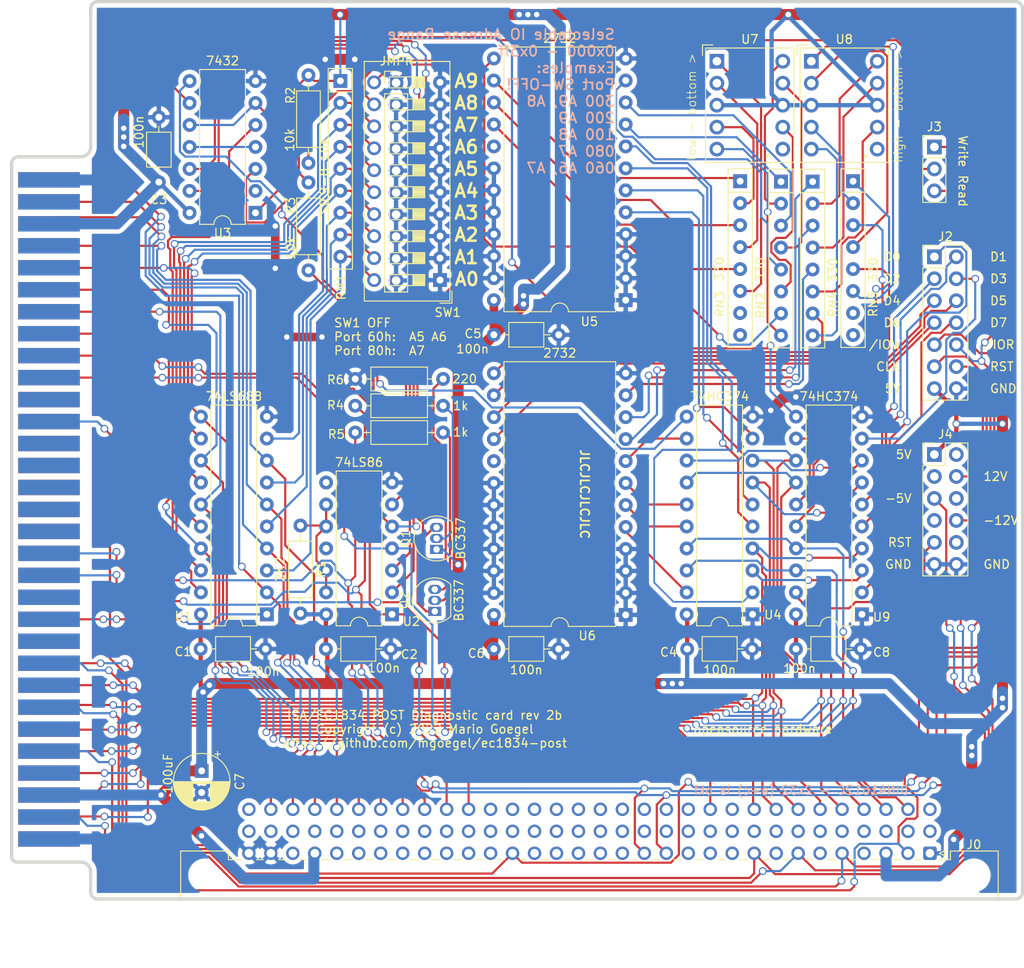
<source format=kicad_pcb>
(kicad_pcb (version 20171130) (host pcbnew "(5.1.12)-1")
  (title_block (title "EC1834 (/ISA) POST diagnostic card") (date 2022-05-27) (rev 2b) (company "Mario Goegel") (comment 1 https://github.com/mgoegel/ec1834-post))
  (layers (0 F.Cu signal) (31 B.Cu signal hide) (34 B.Paste user) (35 F.Paste user) (36 B.SilkS user) (37 F.SilkS user) (38 B.Mask user) (39 F.Mask user) (44 Edge.Cuts user))
  (net 0 "")
  (net 1 +5V)
  (net 2 A0)
  (net 3 A1)
  (net 4 A2)
  (net 5 A3)
  (net 6 A4)
  (net 7 A5)
  (net 8 A6)
  (net 9 A7)
  (net 10 A8)
  (net 11 A9)
  (net 12 AEN)
  (net 13 D0)
  (net 14 D1)
  (net 15 D2)
  (net 16 D3)
  (net 17 D4)
  (net 18 D5)
  (net 19 D6)
  (net 20 D7)
  (net 21 GND)
  (net 22 IOW)
  (net 23 "Net-(U2-Pad8)")
  (net 24 "Net-(U5-Pad17)")
  (net 25 "Net-(U6-Pad17)")
  (net 26 "Net-(J0-Padc32)")
  (net 27 "Net-(J0-Padc21)")
  (net 28 "Net-(J0-Padc20)")
  (net 29 "Net-(J0-Padc19)")
  (net 30 "Net-(J0-Padc18)")
  (net 31 "Net-(J0-Padc17)")
  (net 32 "Net-(J0-Padc16)")
  (net 33 "Net-(J0-Padc15)")
  (net 34 "Net-(J0-Padc14)")
  (net 35 "Net-(J0-Padc13)")
  (net 36 "Net-(J0-Padc12)")
  (net 37 "Net-(J0-Padc10)")
  (net 38 "Net-(J0-Padc1)")
  (net 39 "Net-(J0-Pada30)")
  (net 40 "Net-(J0-Pada28)")
  (net 41 "Net-(J0-Pada27)")
  (net 42 "Net-(J0-Pada26)")
  (net 43 "Net-(J0-Pada25)")
  (net 44 "Net-(J0-Pada24)")
  (net 45 "Net-(J0-Pada23)")
  (net 46 "Net-(J0-Pada22)")
  (net 47 "Net-(J0-Pada21)")
  (net 48 CLK)
  (net 49 "Net-(J0-Pada19)")
  (net 50 "Net-(J0-Pada18)")
  (net 51 "Net-(J0-Pada17)")
  (net 52 "Net-(J0-Pada16)")
  (net 53 "Net-(J0-Pada15)")
  (net 54 IOR)
  (net 55 "Net-(J0-Pada12)")
  (net 56 "Net-(J0-Pada11)")
  (net 57 "Net-(J0-Pada10)")
  (net 58 +12V)
  (net 59 "Net-(J0-Pada8)")
  (net 60 -12V)
  (net 61 "Net-(J0-Pada6)")
  (net 62 -5V)
  (net 63 "Net-(J0-Pada4)")
  (net 64 RESET)
  (net 65 /DB7)
  (net 66 /DB6)
  (net 67 /DB5)
  (net 68 /DB4)
  (net 69 /DB3)
  (net 70 /DB2)
  (net 71 /DB1)
  (net 72 /DB0)
  (net 73 IOWIOR)
  (net 74 "Net-(J4-Pad10)")
  (net 75 "Net-(J4-Pad7)")
  (net 76 "Net-(J4-Pad6)")
  (net 77 "Net-(J4-Pad3)")
  (net 78 "Net-(J4-Pad2)")
  (net 79 "Net-(R1-Pad1)")
  (net 80 /SW_A8)
  (net 81 /SW_A9)
  (net 82 "Net-(RN1-Pad9)")
  (net 83 "Net-(RN1-Pad8)")
  (net 84 "Net-(RN1-Pad7)")
  (net 85 "Net-(RN1-Pad6)")
  (net 86 "Net-(RN1-Pad5)")
  (net 87 "Net-(RN1-Pad4)")
  (net 88 /SEL_AD)
  (net 89 /SELA9)
  (net 90 ENLATCH)
  (net 91 /SELA8)
  (net 92 "Net-(U3-Pad11)")
  (net 93 "Net-(U3-Pad3)")
  (net 94 "Net-(U7-Pad6)")
  (net 95 "Net-(U8-Pad6)")
  (net 96 "Net-(J1-Pad32)")
  (net 97 "Net-(J1-Pad41)")
  (net 98 "Net-(J1-Pad30)")
  (net 99 "Net-(J1-Pad28)")
  (net 100 "Net-(J1-Pad27)")
  (net 101 "Net-(J1-Pad26)")
  (net 102 "Net-(J1-Pad22)")
  (net 103 "Net-(J1-Pad19)")
  (net 104 "Net-(J1-Pad18)")
  (net 105 "Net-(J1-Pad17)")
  (net 106 "Net-(J1-Pad16)")
  (net 107 "Net-(J1-Pad15)")
  (net 108 "Net-(J1-Pad10)")
  (net 109 "Net-(J1-Pad6)")
  (net 110 "Net-(J1-Pad52)")
  (net 111 "Net-(J1-Pad51)")
  (net 112 "Net-(J1-Pad50)")
  (net 113 "Net-(J1-Pad49)")
  (net 114 "Net-(J1-Pad48)")
  (net 115 "Net-(J1-Pad47)")
  (net 116 "Net-(J1-Pad46)")
  (net 117 "Net-(J1-Pad45)")
  (net 118 "Net-(J1-Pad44)")
  (net 119 "Net-(J1-Pad43)")
  (net 120 "Net-(J1-Pad25)")
  (net 121 "Net-(J1-Pad24)")
  (net 122 "Net-(J1-Pad23)")
  (net 123 "Net-(J1-Pad21)")
  (net 124 "Net-(J1-Pad12)")
  (net 125 "Net-(J1-Pad11)")
  (net 126 "Net-(J1-Pad8)")
  (net 127 "Net-(J1-Pad4)")
  (net 128 /J2D7)
  (net 129 /J2D6)
  (net 130 /J2D5)
  (net 131 /J2D4)
  (net 132 /J2D3)
  (net 133 /J2D2)
  (net 134 /J2D1)
  (net 135 /J2D0)
  (net 136 "Net-(U3-Pad1)")
  (net 137 "Net-(Q1-Pad3)")
  (net 138 "Net-(Q1-Pad2)")
  (net 139 "Net-(Q2-Pad3)")
  (net 140 "Net-(Q2-Pad2)")
  (net 141 "Net-(RN1-Pad3)")
  (net 142 "Net-(RN1-Pad2)")
  (net 143 "Net-(U2-Pad11)")
  (net 144 "Net-(U3-Pad8)")
  (net 145 "Net-(RN2-Pad8)")
  (net 146 "Net-(RN2-Pad7)")
  (net 147 "Net-(RN2-Pad6)")
  (net 148 "Net-(RN2-Pad5)")
  (net 149 "Net-(RN2-Pad4)")
  (net 150 "Net-(RN2-Pad3)")
  (net 151 "Net-(RN2-Pad2)")
  (net 152 "Net-(RN2-Pad1)")
  (net 153 "Net-(RN3-Pad8)")
  (net 154 "Net-(RN3-Pad7)")
  (net 155 "Net-(RN3-Pad6)")
  (net 156 "Net-(RN3-Pad5)")
  (net 157 "Net-(RN3-Pad4)")
  (net 158 "Net-(RN3-Pad3)")
  (net 159 "Net-(RN3-Pad2)")
  (net 160 "Net-(RN3-Pad1)")
  (net 161 "Net-(RN4-Pad8)")
  (net 162 "Net-(RN4-Pad7)")
  (net 163 "Net-(RN4-Pad6)")
  (net 164 "Net-(RN4-Pad5)")
  (net 165 "Net-(RN4-Pad4)")
  (net 166 "Net-(RN4-Pad3)")
  (net 167 "Net-(RN4-Pad2)")
  (net 168 "Net-(RN4-Pad1)")
  (net 169 "Net-(RN5-Pad8)")
  (net 170 "Net-(RN5-Pad7)")
  (net 171 "Net-(RN5-Pad6)")
  (net 172 "Net-(RN5-Pad5)")
  (net 173 "Net-(RN5-Pad4)")
  (net 174 "Net-(RN5-Pad3)")
  (net 175 "Net-(RN5-Pad2)")
  (net 176 "Net-(RN5-Pad1)")
  (module Connector_PinHeader_2.54mm:PinHeader_1x10_P2.54mm_Vertical (layer F.Cu) (at 94.742 58.624)
    (fp_text reference JMPR (at 0.06096 -2.5146) (layer F.SilkS))
    (fp_text value JMPR)
    (pad 10 thru_hole oval (at 0 22.86) (size 1.7 1.7) (drill 1) (layers *.Cu *.Mask) (net 21 GND))
    (pad 9 thru_hole oval (at 0 20.32) (size 1.7 1.7) (drill 1) (layers *.Cu *.Mask) (net 21 GND))
    (pad 8 thru_hole oval (at 0 17.78) (size 1.7 1.7) (drill 1) (layers *.Cu *.Mask) (net 21 GND))
    (pad 7 thru_hole oval (at 0 15.24) (size 1.7 1.7) (drill 1) (layers *.Cu *.Mask) (net 21 GND))
    (pad 6 thru_hole oval (at 0 12.7) (size 1.7 1.7) (drill 1) (layers *.Cu *.Mask) (net 21 GND))
    (pad 5 thru_hole oval (at 0 10.16) (size 1.7 1.7) (drill 1) (layers *.Cu *.Mask) (net 21 GND))
    (pad 4 thru_hole oval (at 0 7.62) (size 1.7 1.7) (drill 1) (layers *.Cu *.Mask) (net 21 GND))
    (pad 3 thru_hole oval (at 0 5.08) (size 1.7 1.7) (drill 1) (layers *.Cu *.Mask) (net 21 GND))
    (pad 2 thru_hole oval (at 0 2.54) (size 1.7 1.7) (drill 1) (layers *.Cu *.Mask) (net 21 GND))
    (pad 1 thru_hole circle (at 0 0) (size 1.7 1.7) (drill 1) (layers *.Cu *.Mask) (net 21 GND))
  )
  (module Package_DIP:DIP-20_W7.62mm (layer F.Cu) (at 135.9535 120.0785 180)
    (fp_text reference U4 (at -2.3495 -0.0635) (layer F.SilkS))
    (fp_text value 74HC374 (at 3.81 25.19) (layer F.SilkS))
    (pad 20 thru_hole oval (at 7.62 0 180) (size 1.6 1.6) (drill 0.8) (layers *.Cu *.Mask) (net 1 +5V))
    (pad 10 thru_hole oval (at 0 22.86 180) (size 1.6 1.6) (drill 0.8) (layers *.Cu *.Mask) (net 21 GND))
    (pad 19 thru_hole oval (at 7.62 2.54 180) (size 1.6 1.6) (drill 0.8) (layers *.Cu *.Mask) (net 65 /DB7))
    (pad 9 thru_hole oval (at 0 20.32 180) (size 1.6 1.6) (drill 0.8) (layers *.Cu *.Mask) (net 69 /DB3))
    (pad 18 thru_hole oval (at 7.62 5.08 180) (size 1.6 1.6) (drill 0.8) (layers *.Cu *.Mask) (net 20 D7))
    (pad 8 thru_hole oval (at 0 17.78 180) (size 1.6 1.6) (drill 0.8) (layers *.Cu *.Mask) (net 16 D3))
    (pad 17 thru_hole oval (at 7.62 7.62 180) (size 1.6 1.6) (drill 0.8) (layers *.Cu *.Mask) (net 19 D6))
    (pad 7 thru_hole oval (at 0 15.24 180) (size 1.6 1.6) (drill 0.8) (layers *.Cu *.Mask) (net 15 D2))
    (pad 16 thru_hole oval (at 7.62 10.16 180) (size 1.6 1.6) (drill 0.8) (layers *.Cu *.Mask) (net 66 /DB6))
    (pad 6 thru_hole oval (at 0 12.7 180) (size 1.6 1.6) (drill 0.8) (layers *.Cu *.Mask) (net 70 /DB2))
    (pad 15 thru_hole oval (at 7.62 12.7 180) (size 1.6 1.6) (drill 0.8) (layers *.Cu *.Mask) (net 67 /DB5))
    (pad 5 thru_hole oval (at 0 10.16 180) (size 1.6 1.6) (drill 0.8) (layers *.Cu *.Mask) (net 71 /DB1))
    (pad 14 thru_hole oval (at 7.62 15.24 180) (size 1.6 1.6) (drill 0.8) (layers *.Cu *.Mask) (net 18 D5))
    (pad 4 thru_hole oval (at 0 7.62 180) (size 1.6 1.6) (drill 0.8) (layers *.Cu *.Mask) (net 14 D1))
    (pad 13 thru_hole oval (at 7.62 17.78 180) (size 1.6 1.6) (drill 0.8) (layers *.Cu *.Mask) (net 17 D4))
    (pad 3 thru_hole oval (at 0 5.08 180) (size 1.6 1.6) (drill 0.8) (layers *.Cu *.Mask) (net 13 D0))
    (pad 12 thru_hole oval (at 7.62 20.32 180) (size 1.6 1.6) (drill 0.8) (layers *.Cu *.Mask) (net 68 /DB4))
    (pad 2 thru_hole oval (at 0 2.54 180) (size 1.6 1.6) (drill 0.8) (layers *.Cu *.Mask) (net 72 /DB0))
    (pad 11 thru_hole oval (at 7.62 22.86 180) (size 1.6 1.6) (drill 0.8) (layers *.Cu *.Mask) (net 144 "Net-(U3-Pad8)"))
    (pad 1 thru_hole rect (at 0 0 180) (size 1.6 1.6) (drill 0.8) (layers *.Cu *.Mask) (net 21 GND))
  )
  (module Resistor_THT:R_Array_SIP8 (layer F.Cu) (at 147.574 70.0024 270)
    (fp_text reference RN5 (at 14.19352 -2.30632 90) (layer F.SilkS))
    (fp_text value 330 (at 10.24636 -2.34188 90) (layer F.SilkS))
    (pad 8 thru_hole oval (at 17.78 0 270) (size 1.6 1.6) (drill 0.8) (layers *.Cu *.Mask) (net 169 "Net-(RN5-Pad8)"))
    (pad 7 thru_hole oval (at 15.24 0 270) (size 1.6 1.6) (drill 0.8) (layers *.Cu *.Mask) (net 170 "Net-(RN5-Pad7)"))
    (pad 6 thru_hole oval (at 12.7 0 270) (size 1.6 1.6) (drill 0.8) (layers *.Cu *.Mask) (net 171 "Net-(RN5-Pad6)"))
    (pad 5 thru_hole oval (at 10.16 0 270) (size 1.6 1.6) (drill 0.8) (layers *.Cu *.Mask) (net 172 "Net-(RN5-Pad5)"))
    (pad 4 thru_hole oval (at 7.62 0 270) (size 1.6 1.6) (drill 0.8) (layers *.Cu *.Mask) (net 173 "Net-(RN5-Pad4)"))
    (pad 3 thru_hole oval (at 5.08 0 270) (size 1.6 1.6) (drill 0.8) (layers *.Cu *.Mask) (net 174 "Net-(RN5-Pad3)"))
    (pad 2 thru_hole oval (at 2.54 0 270) (size 1.6 1.6) (drill 0.8) (layers *.Cu *.Mask) (net 175 "Net-(RN5-Pad2)"))
    (pad 1 thru_hole rect (at 0 0 270) (size 1.6 1.6) (drill 0.8) (layers *.Cu *.Mask) (net 176 "Net-(RN5-Pad1)"))
  )
  (module Resistor_THT:R_Array_SIP8 (layer F.Cu) (at 142.9004 70.0532 270)
    (fp_text reference RN4 (at 14.17828 -2.3368 90) (layer F.SilkS))
    (fp_text value 330 (at 10.23112 -2.30632 90) (layer F.SilkS))
    (pad 8 thru_hole oval (at 17.78 0 270) (size 1.6 1.6) (drill 0.8) (layers *.Cu *.Mask) (net 161 "Net-(RN4-Pad8)"))
    (pad 7 thru_hole oval (at 15.24 0 270) (size 1.6 1.6) (drill 0.8) (layers *.Cu *.Mask) (net 162 "Net-(RN4-Pad7)"))
    (pad 6 thru_hole oval (at 12.7 0 270) (size 1.6 1.6) (drill 0.8) (layers *.Cu *.Mask) (net 163 "Net-(RN4-Pad6)"))
    (pad 5 thru_hole oval (at 10.16 0 270) (size 1.6 1.6) (drill 0.8) (layers *.Cu *.Mask) (net 164 "Net-(RN4-Pad5)"))
    (pad 4 thru_hole oval (at 7.62 0 270) (size 1.6 1.6) (drill 0.8) (layers *.Cu *.Mask) (net 165 "Net-(RN4-Pad4)"))
    (pad 3 thru_hole oval (at 5.08 0 270) (size 1.6 1.6) (drill 0.8) (layers *.Cu *.Mask) (net 166 "Net-(RN4-Pad3)"))
    (pad 2 thru_hole oval (at 2.54 0 270) (size 1.6 1.6) (drill 0.8) (layers *.Cu *.Mask) (net 167 "Net-(RN4-Pad2)"))
    (pad 1 thru_hole rect (at 0 0 270) (size 1.6 1.6) (drill 0.8) (layers *.Cu *.Mask) (net 168 "Net-(RN4-Pad1)"))
  )
  (module Resistor_THT:R_Array_SIP8 (layer F.Cu) (at 134.5184 70.0024 270)
    (fp_text reference RN3 (at 14.19352 2.3368 90) (layer F.SilkS))
    (fp_text value 330 (at 10.16 2.4 90) (layer F.SilkS))
    (pad 8 thru_hole oval (at 17.78 0 270) (size 1.6 1.6) (drill 0.8) (layers *.Cu *.Mask) (net 153 "Net-(RN3-Pad8)"))
    (pad 7 thru_hole oval (at 15.24 0 270) (size 1.6 1.6) (drill 0.8) (layers *.Cu *.Mask) (net 154 "Net-(RN3-Pad7)"))
    (pad 6 thru_hole oval (at 12.7 0 270) (size 1.6 1.6) (drill 0.8) (layers *.Cu *.Mask) (net 155 "Net-(RN3-Pad6)"))
    (pad 5 thru_hole oval (at 10.16 0 270) (size 1.6 1.6) (drill 0.8) (layers *.Cu *.Mask) (net 156 "Net-(RN3-Pad5)"))
    (pad 4 thru_hole oval (at 7.62 0 270) (size 1.6 1.6) (drill 0.8) (layers *.Cu *.Mask) (net 157 "Net-(RN3-Pad4)"))
    (pad 3 thru_hole oval (at 5.08 0 270) (size 1.6 1.6) (drill 0.8) (layers *.Cu *.Mask) (net 158 "Net-(RN3-Pad3)"))
    (pad 2 thru_hole oval (at 2.54 0 270) (size 1.6 1.6) (drill 0.8) (layers *.Cu *.Mask) (net 159 "Net-(RN3-Pad2)"))
    (pad 1 thru_hole rect (at 0 0 270) (size 1.6 1.6) (drill 0.8) (layers *.Cu *.Mask) (net 160 "Net-(RN3-Pad1)"))
  )
  (module Resistor_THT:R_Array_SIP8 (layer F.Cu) (at 139.2428 70.0532 270)
    (fp_text reference RN2 (at 14.31544 2.35204 90) (layer F.SilkS))
    (fp_text value 330 (at 10.16 2.4 90) (layer F.SilkS))
    (pad 8 thru_hole oval (at 17.78 0 270) (size 1.6 1.6) (drill 0.8) (layers *.Cu *.Mask) (net 145 "Net-(RN2-Pad8)"))
    (pad 7 thru_hole oval (at 15.24 0 270) (size 1.6 1.6) (drill 0.8) (layers *.Cu *.Mask) (net 146 "Net-(RN2-Pad7)"))
    (pad 6 thru_hole oval (at 12.7 0 270) (size 1.6 1.6) (drill 0.8) (layers *.Cu *.Mask) (net 147 "Net-(RN2-Pad6)"))
    (pad 5 thru_hole oval (at 10.16 0 270) (size 1.6 1.6) (drill 0.8) (layers *.Cu *.Mask) (net 148 "Net-(RN2-Pad5)"))
    (pad 4 thru_hole oval (at 7.62 0 270) (size 1.6 1.6) (drill 0.8) (layers *.Cu *.Mask) (net 149 "Net-(RN2-Pad4)"))
    (pad 3 thru_hole oval (at 5.08 0 270) (size 1.6 1.6) (drill 0.8) (layers *.Cu *.Mask) (net 150 "Net-(RN2-Pad3)"))
    (pad 2 thru_hole oval (at 2.54 0 270) (size 1.6 1.6) (drill 0.8) (layers *.Cu *.Mask) (net 151 "Net-(RN2-Pad2)"))
    (pad 1 thru_hole rect (at 0 0 270) (size 1.6 1.6) (drill 0.8) (layers *.Cu *.Mask) (net 152 "Net-(RN2-Pad1)"))
  )
  (module Resistor_THT:R_Array_SIP9 (layer F.Cu) (at 88.29548 58.40476 270)
    (fp_text reference RN1 (at 23.8506 -0.1016 90) (layer F.SilkS))
    (fp_text value "SIL9-8 10K" (at 10.93724 1.83388 90) (layer F.SilkS))
    (pad 9 thru_hole oval (at 20.32 0 270) (size 1.6 1.6) (drill 0.8) (layers *.Cu *.Mask) (net 82 "Net-(RN1-Pad9)"))
    (pad 8 thru_hole oval (at 17.78 0 270) (size 1.6 1.6) (drill 0.8) (layers *.Cu *.Mask) (net 83 "Net-(RN1-Pad8)"))
    (pad 7 thru_hole oval (at 15.24 0 270) (size 1.6 1.6) (drill 0.8) (layers *.Cu *.Mask) (net 84 "Net-(RN1-Pad7)"))
    (pad 6 thru_hole oval (at 12.7 0 270) (size 1.6 1.6) (drill 0.8) (layers *.Cu *.Mask) (net 85 "Net-(RN1-Pad6)"))
    (pad 5 thru_hole oval (at 10.16 0 270) (size 1.6 1.6) (drill 0.8) (layers *.Cu *.Mask) (net 86 "Net-(RN1-Pad5)"))
    (pad 4 thru_hole oval (at 7.62 0 270) (size 1.6 1.6) (drill 0.8) (layers *.Cu *.Mask) (net 87 "Net-(RN1-Pad4)"))
    (pad 3 thru_hole oval (at 5.08 0 270) (size 1.6 1.6) (drill 0.8) (layers *.Cu *.Mask) (net 141 "Net-(RN1-Pad3)"))
    (pad 2 thru_hole oval (at 2.54 0 270) (size 1.6 1.6) (drill 0.8) (layers *.Cu *.Mask) (net 142 "Net-(RN1-Pad2)"))
    (pad 1 thru_hole rect (at 0 0 270) (size 1.6 1.6) (drill 0.8) (layers *.Cu *.Mask) (net 1 +5V))
  )
  (module Resistor_THT:R_Axial_DIN0207_L6.3mm_D2.5mm_P10.16mm_Horizontal (layer F.Cu) (at 90.0176 92.8624)
    (fp_text reference R6 (at -2.286 0.1016) (layer F.SilkS))
    (fp_text value 220 (at 12.6492 0) (layer F.SilkS))
    (pad 2 thru_hole oval (at 10.16 0) (size 1.6 1.6) (drill 0.8) (layers *.Cu *.Mask) (net 139 "Net-(Q2-Pad3)"))
    (pad 1 thru_hole circle (at 0 0) (size 1.6 1.6) (drill 0.8) (layers *.Cu *.Mask) (net 21 GND))
  )
  (module Resistor_THT:R_Axial_DIN0207_L6.3mm_D2.5mm_P10.16mm_Horizontal (layer F.Cu) (at 100.1776 99.06 180)
    (fp_text reference R5 (at 12.3444 -0.2032) (layer F.SilkS))
    (fp_text value 1k (at -2.032 0.0508) (layer F.SilkS))
    (pad 2 thru_hole oval (at 10.16 0 180) (size 1.6 1.6) (drill 0.8) (layers *.Cu *.Mask) (net 54 IOR))
    (pad 1 thru_hole circle (at 0 0 180) (size 1.6 1.6) (drill 0.8) (layers *.Cu *.Mask) (net 140 "Net-(Q2-Pad2)"))
  )
  (module Resistor_THT:R_Axial_DIN0207_L6.3mm_D2.5mm_P10.16mm_Horizontal (layer F.Cu) (at 100.1776 95.9612 180)
    (fp_text reference R4 (at 12.446 0.0508) (layer F.SilkS))
    (fp_text value 1k (at -2.032 0) (layer F.SilkS))
    (pad 2 thru_hole oval (at 10.16 0 180) (size 1.6 1.6) (drill 0.8) (layers *.Cu *.Mask) (net 22 IOW))
    (pad 1 thru_hole circle (at 0 0 180) (size 1.6 1.6) (drill 0.8) (layers *.Cu *.Mask) (net 138 "Net-(Q1-Pad2)"))
  )
  (module Resistor_THT:R_Axial_DIN0207_L6.3mm_D2.5mm_P10.16mm_Horizontal (layer F.Cu) (at 84.6074 80.30464 90)
    (fp_text reference R3 (at 7.50824 -2.0574 90) (layer F.SilkS))
    (fp_text value 10k (at 2.58064 -2.0574 90) (layer F.SilkS))
    (pad 2 thru_hole oval (at 10.16 0 90) (size 1.6 1.6) (drill 0.8) (layers *.Cu *.Mask) (net 1 +5V))
    (pad 1 thru_hole circle (at 0 0 90) (size 1.6 1.6) (drill 0.8) (layers *.Cu *.Mask) (net 81 /SW_A9))
  )
  (module Resistor_THT:R_Axial_DIN0207_L6.3mm_D2.5mm_P10.16mm_Horizontal (layer F.Cu) (at 84.6074 67.90436 90)
    (fp_text reference R2 (at 7.8232 -2.07772 90) (layer F.SilkS))
    (fp_text value 10k (at 2.67716 -2.159 90) (layer F.SilkS))
    (pad 2 thru_hole oval (at 10.16 0 90) (size 1.6 1.6) (drill 0.8) (layers *.Cu *.Mask) (net 1 +5V))
    (pad 1 thru_hole circle (at 0 0 90) (size 1.6 1.6) (drill 0.8) (layers *.Cu *.Mask) (net 80 /SW_A8))
  )
  (module Resistor_THT:R_Axial_DIN0207_L6.3mm_D2.5mm_P10.16mm_Horizontal (layer F.Cu) (at 83.68284 109.80928 270)
    (fp_text reference R1 (at 5.08 -2.37 90) (layer F.SilkS))
    (fp_text value 2K2 (at 5.08 2.37 90) (layer F.SilkS))
    (pad 2 thru_hole oval (at 10.16 0 270) (size 1.6 1.6) (drill 0.8) (layers *.Cu *.Mask) (net 1 +5V))
    (pad 1 thru_hole circle (at 0 0 270) (size 1.6 1.6) (drill 0.8) (layers *.Cu *.Mask) (net 79 "Net-(R1-Pad1)"))
  )
  (module Package_TO_SOT_THT:TO-92_Inline (layer F.Cu) (at 99.2124 119.7356 90)
    (fp_text reference Q2 (at 1.27 -3.56 90) (layer F.SilkS))
    (fp_text value BC337 (at 1.27 2.79 90) (layer F.SilkS))
    (pad 1 thru_hole rect (at 0 0 90) (size 1.05 1.5) (drill 0.75) (layers *.Cu *.Mask) (net 137 "Net-(Q1-Pad3)"))
    (pad 3 thru_hole oval (at 2.54 0 90) (size 1.05 1.5) (drill 0.75) (layers *.Cu *.Mask) (net 139 "Net-(Q2-Pad3)"))
    (pad 2 thru_hole oval (at 1.27 0 90) (size 1.05 1.5) (drill 0.75) (layers *.Cu *.Mask) (net 140 "Net-(Q2-Pad2)"))
  )
  (module Package_TO_SOT_THT:TO-92_Inline (layer F.Cu) (at 99.4156 112.5728 90)
    (fp_text reference Q1 (at 1.27 -3.56 90) (layer F.SilkS))
    (fp_text value BC337 (at 1.27 2.79 90) (layer F.SilkS))
    (pad 1 thru_hole rect (at 0 0 90) (size 1.05 1.5) (drill 0.75) (layers *.Cu *.Mask) (net 1 +5V))
    (pad 3 thru_hole oval (at 2.54 0 90) (size 1.05 1.5) (drill 0.75) (layers *.Cu *.Mask) (net 137 "Net-(Q1-Pad3)"))
    (pad 2 thru_hole oval (at 1.27 0 90) (size 1.05 1.5) (drill 0.75) (layers *.Cu *.Mask) (net 138 "Net-(Q1-Pad2)"))
  )
  (module Connector_DIN:DIN41612_C_3x32_Male_Horizontal_THT (layer F.Cu) (at 156.464 147.701 180)
    (fp_text reference J0 (at -5.08 1) (layer F.SilkS))
    (fp_text value BUS_EC1834_8Bit)
    (pad c32 thru_hole circle (at 78.74 5.08 180) (size 1.55 1.55) (drill 1) (layers *.Cu *.Mask) (net 26 "Net-(J0-Padc32)"))
    (pad c31 thru_hole circle (at 76.2 5.08 180) (size 1.55 1.55) (drill 1) (layers *.Cu *.Mask) (net 2 A0))
    (pad c30 thru_hole circle (at 73.66 5.08 180) (size 1.55 1.55) (drill 1) (layers *.Cu *.Mask) (net 3 A1))
    (pad c29 thru_hole circle (at 71.12 5.08 180) (size 1.55 1.55) (drill 1) (layers *.Cu *.Mask) (net 4 A2))
    (pad c28 thru_hole circle (at 68.58 5.08 180) (size 1.55 1.55) (drill 1) (layers *.Cu *.Mask) (net 5 A3))
    (pad c27 thru_hole circle (at 66.04 5.08 180) (size 1.55 1.55) (drill 1) (layers *.Cu *.Mask) (net 6 A4))
    (pad c26 thru_hole circle (at 63.5 5.08 180) (size 1.55 1.55) (drill 1) (layers *.Cu *.Mask) (net 7 A5))
    (pad c25 thru_hole circle (at 60.96 5.08 180) (size 1.55 1.55) (drill 1) (layers *.Cu *.Mask) (net 8 A6))
    (pad c24 thru_hole circle (at 58.42 5.08 180) (size 1.55 1.55) (drill 1) (layers *.Cu *.Mask) (net 9 A7))
    (pad c23 thru_hole circle (at 55.88 5.08 180) (size 1.55 1.55) (drill 1) (layers *.Cu *.Mask) (net 10 A8))
    (pad c22 thru_hole circle (at 53.34 5.08 180) (size 1.55 1.55) (drill 1) (layers *.Cu *.Mask) (net 11 A9))
    (pad c21 thru_hole circle (at 50.8 5.08 180) (size 1.55 1.55) (drill 1) (layers *.Cu *.Mask) (net 27 "Net-(J0-Padc21)"))
    (pad c20 thru_hole circle (at 48.26 5.08 180) (size 1.55 1.55) (drill 1) (layers *.Cu *.Mask) (net 28 "Net-(J0-Padc20)"))
    (pad c19 thru_hole circle (at 45.72 5.08 180) (size 1.55 1.55) (drill 1) (layers *.Cu *.Mask) (net 29 "Net-(J0-Padc19)"))
    (pad c18 thru_hole circle (at 43.18 5.08 180) (size 1.55 1.55) (drill 1) (layers *.Cu *.Mask) (net 30 "Net-(J0-Padc18)"))
    (pad c17 thru_hole circle (at 40.64 5.08 180) (size 1.55 1.55) (drill 1) (layers *.Cu *.Mask) (net 31 "Net-(J0-Padc17)"))
    (pad c16 thru_hole circle (at 38.1 5.08 180) (size 1.55 1.55) (drill 1) (layers *.Cu *.Mask) (net 32 "Net-(J0-Padc16)"))
    (pad c15 thru_hole circle (at 35.56 5.08 180) (size 1.55 1.55) (drill 1) (layers *.Cu *.Mask) (net 33 "Net-(J0-Padc15)"))
    (pad c14 thru_hole circle (at 33.02 5.08 180) (size 1.55 1.55) (drill 1) (layers *.Cu *.Mask) (net 34 "Net-(J0-Padc14)"))
    (pad c13 thru_hole circle (at 30.48 5.08 180) (size 1.55 1.55) (drill 1) (layers *.Cu *.Mask) (net 35 "Net-(J0-Padc13)"))
    (pad c12 thru_hole circle (at 27.94 5.08 180) (size 1.55 1.55) (drill 1) (layers *.Cu *.Mask) (net 36 "Net-(J0-Padc12)"))
    (pad c11 thru_hole circle (at 25.4 5.08 180) (size 1.55 1.55) (drill 1) (layers *.Cu *.Mask) (net 12 AEN))
    (pad c10 thru_hole circle (at 22.86 5.08 180) (size 1.55 1.55) (drill 1) (layers *.Cu *.Mask) (net 37 "Net-(J0-Padc10)"))
    (pad c9 thru_hole circle (at 20.32 5.08 180) (size 1.55 1.55) (drill 1) (layers *.Cu *.Mask) (net 13 D0))
    (pad c8 thru_hole circle (at 17.78 5.08 180) (size 1.55 1.55) (drill 1) (layers *.Cu *.Mask) (net 14 D1))
    (pad c7 thru_hole circle (at 15.24 5.08 180) (size 1.55 1.55) (drill 1) (layers *.Cu *.Mask) (net 15 D2))
    (pad c6 thru_hole circle (at 12.7 5.08 180) (size 1.55 1.55) (drill 1) (layers *.Cu *.Mask) (net 16 D3))
    (pad c5 thru_hole circle (at 10.16 5.08 180) (size 1.55 1.55) (drill 1) (layers *.Cu *.Mask) (net 17 D4))
    (pad c4 thru_hole circle (at 7.62 5.08 180) (size 1.55 1.55) (drill 1) (layers *.Cu *.Mask) (net 18 D5))
    (pad c3 thru_hole circle (at 5.08 5.08 180) (size 1.55 1.55) (drill 1) (layers *.Cu *.Mask) (net 19 D6))
    (pad c2 thru_hole circle (at 2.54 5.08 180) (size 1.55 1.55) (drill 1) (layers *.Cu *.Mask) (net 20 D7))
    (pad c1 thru_hole circle (at 0 5.08 180) (size 1.55 1.55) (drill 1) (layers *.Cu *.Mask) (net 38 "Net-(J0-Padc1)"))
    (pad b32 thru_hole circle (at 78.74 2.54 180) (size 1.55 1.55) (drill 1) (layers *.Cu *.Mask))
    (pad b31 thru_hole circle (at 76.2 2.54 180) (size 1.55 1.55) (drill 1) (layers *.Cu *.Mask))
    (pad b30 thru_hole circle (at 73.66 2.54 180) (size 1.55 1.55) (drill 1) (layers *.Cu *.Mask))
    (pad b29 thru_hole circle (at 71.12 2.54 180) (size 1.55 1.55) (drill 1) (layers *.Cu *.Mask))
    (pad b28 thru_hole circle (at 68.58 2.54 180) (size 1.55 1.55) (drill 1) (layers *.Cu *.Mask))
    (pad b27 thru_hole circle (at 66.04 2.54 180) (size 1.55 1.55) (drill 1) (layers *.Cu *.Mask))
    (pad b26 thru_hole circle (at 63.5 2.54 180) (size 1.55 1.55) (drill 1) (layers *.Cu *.Mask))
    (pad b25 thru_hole circle (at 60.96 2.54 180) (size 1.55 1.55) (drill 1) (layers *.Cu *.Mask))
    (pad b24 thru_hole circle (at 58.42 2.54 180) (size 1.55 1.55) (drill 1) (layers *.Cu *.Mask))
    (pad b23 thru_hole circle (at 55.88 2.54 180) (size 1.55 1.55) (drill 1) (layers *.Cu *.Mask))
    (pad b22 thru_hole circle (at 53.34 2.54 180) (size 1.55 1.55) (drill 1) (layers *.Cu *.Mask))
    (pad b21 thru_hole circle (at 50.8 2.54 180) (size 1.55 1.55) (drill 1) (layers *.Cu *.Mask))
    (pad b20 thru_hole circle (at 48.26 2.54 180) (size 1.55 1.55) (drill 1) (layers *.Cu *.Mask))
    (pad b19 thru_hole circle (at 45.72 2.54 180) (size 1.55 1.55) (drill 1) (layers *.Cu *.Mask))
    (pad b18 thru_hole circle (at 43.18 2.54 180) (size 1.55 1.55) (drill 1) (layers *.Cu *.Mask))
    (pad b17 thru_hole circle (at 40.64 2.54 180) (size 1.55 1.55) (drill 1) (layers *.Cu *.Mask))
    (pad b16 thru_hole circle (at 38.1 2.54 180) (size 1.55 1.55) (drill 1) (layers *.Cu *.Mask))
    (pad b15 thru_hole circle (at 35.56 2.54 180) (size 1.55 1.55) (drill 1) (layers *.Cu *.Mask))
    (pad b14 thru_hole circle (at 33.02 2.54 180) (size 1.55 1.55) (drill 1) (layers *.Cu *.Mask))
    (pad b13 thru_hole circle (at 30.48 2.54 180) (size 1.55 1.55) (drill 1) (layers *.Cu *.Mask))
    (pad b12 thru_hole circle (at 27.94 2.54 180) (size 1.55 1.55) (drill 1) (layers *.Cu *.Mask))
    (pad b11 thru_hole circle (at 25.4 2.54 180) (size 1.55 1.55) (drill 1) (layers *.Cu *.Mask))
    (pad b10 thru_hole circle (at 22.86 2.54 180) (size 1.55 1.55) (drill 1) (layers *.Cu *.Mask))
    (pad b9 thru_hole circle (at 20.32 2.54 180) (size 1.55 1.55) (drill 1) (layers *.Cu *.Mask))
    (pad b8 thru_hole circle (at 17.78 2.54 180) (size 1.55 1.55) (drill 1) (layers *.Cu *.Mask))
    (pad b7 thru_hole circle (at 15.24 2.54 180) (size 1.55 1.55) (drill 1) (layers *.Cu *.Mask))
    (pad b6 thru_hole circle (at 12.7 2.54 180) (size 1.55 1.55) (drill 1) (layers *.Cu *.Mask))
    (pad b5 thru_hole circle (at 10.16 2.54 180) (size 1.55 1.55) (drill 1) (layers *.Cu *.Mask))
    (pad b4 thru_hole circle (at 7.62 2.54 180) (size 1.55 1.55) (drill 1) (layers *.Cu *.Mask))
    (pad b3 thru_hole circle (at 5.08 2.54 180) (size 1.55 1.55) (drill 1) (layers *.Cu *.Mask))
    (pad b2 thru_hole circle (at 2.54 2.54 180) (size 1.55 1.55) (drill 1) (layers *.Cu *.Mask))
    (pad b1 thru_hole circle (at 0 2.54 180) (size 1.55 1.55) (drill 1) (layers *.Cu *.Mask))
    (pad a32 thru_hole circle (at 78.74 0 180) (size 1.55 1.55) (drill 1) (layers *.Cu *.Mask) (net 21 GND))
    (pad a31 thru_hole circle (at 76.2 0 180) (size 1.55 1.55) (drill 1) (layers *.Cu *.Mask) (net 21 GND))
    (pad a30 thru_hole circle (at 73.66 0 180) (size 1.55 1.55) (drill 1) (layers *.Cu *.Mask) (net 39 "Net-(J0-Pada30)"))
    (pad a29 thru_hole circle (at 71.12 0 180) (size 1.55 1.55) (drill 1) (layers *.Cu *.Mask) (net 1 +5V))
    (pad a28 thru_hole circle (at 68.58 0 180) (size 1.55 1.55) (drill 1) (layers *.Cu *.Mask) (net 40 "Net-(J0-Pada28)"))
    (pad a27 thru_hole circle (at 66.04 0 180) (size 1.55 1.55) (drill 1) (layers *.Cu *.Mask) (net 41 "Net-(J0-Pada27)"))
    (pad a26 thru_hole circle (at 63.5 0 180) (size 1.55 1.55) (drill 1) (layers *.Cu *.Mask) (net 42 "Net-(J0-Pada26)"))
    (pad a25 thru_hole circle (at 60.96 0 180) (size 1.55 1.55) (drill 1) (layers *.Cu *.Mask) (net 43 "Net-(J0-Pada25)"))
    (pad a24 thru_hole circle (at 58.42 0 180) (size 1.55 1.55) (drill 1) (layers *.Cu *.Mask) (net 44 "Net-(J0-Pada24)"))
    (pad a23 thru_hole circle (at 55.88 0 180) (size 1.55 1.55) (drill 1) (layers *.Cu *.Mask) (net 45 "Net-(J0-Pada23)"))
    (pad a22 thru_hole circle (at 53.34 0 180) (size 1.55 1.55) (drill 1) (layers *.Cu *.Mask) (net 46 "Net-(J0-Pada22)"))
    (pad a21 thru_hole circle (at 50.8 0 180) (size 1.55 1.55) (drill 1) (layers *.Cu *.Mask) (net 47 "Net-(J0-Pada21)"))
    (pad a20 thru_hole circle (at 48.26 0 180) (size 1.55 1.55) (drill 1) (layers *.Cu *.Mask) (net 48 CLK))
    (pad a19 thru_hole circle (at 45.72 0 180) (size 1.55 1.55) (drill 1) (layers *.Cu *.Mask) (net 49 "Net-(J0-Pada19)"))
    (pad a18 thru_hole circle (at 43.18 0 180) (size 1.55 1.55) (drill 1) (layers *.Cu *.Mask) (net 50 "Net-(J0-Pada18)"))
    (pad a17 thru_hole circle (at 40.64 0 180) (size 1.55 1.55) (drill 1) (layers *.Cu *.Mask) (net 51 "Net-(J0-Pada17)"))
    (pad a16 thru_hole circle (at 38.1 0 180) (size 1.55 1.55) (drill 1) (layers *.Cu *.Mask) (net 52 "Net-(J0-Pada16)"))
    (pad a15 thru_hole circle (at 35.56 0 180) (size 1.55 1.55) (drill 1) (layers *.Cu *.Mask) (net 53 "Net-(J0-Pada15)"))
    (pad a14 thru_hole circle (at 33.02 0 180) (size 1.55 1.55) (drill 1) (layers *.Cu *.Mask) (net 54 IOR))
    (pad a13 thru_hole circle (at 30.48 0 180) (size 1.55 1.55) (drill 1) (layers *.Cu *.Mask) (net 22 IOW))
    (pad a12 thru_hole circle (at 27.94 0 180) (size 1.55 1.55) (drill 1) (layers *.Cu *.Mask) (net 55 "Net-(J0-Pada12)"))
    (pad a11 thru_hole circle (at 25.4 0 180) (size 1.55 1.55) (drill 1) (layers *.Cu *.Mask) (net 56 "Net-(J0-Pada11)"))
    (pad a10 thru_hole circle (at 22.86 0 180) (size 1.55 1.55) (drill 1) (layers *.Cu *.Mask) (net 57 "Net-(J0-Pada10)"))
    (pad a9 thru_hole circle (at 20.32 0 180) (size 1.55 1.55) (drill 1) (layers *.Cu *.Mask) (net 58 +12V))
    (pad a8 thru_hole circle (at 17.78 0 180) (size 1.55 1.55) (drill 1) (layers *.Cu *.Mask) (net 59 "Net-(J0-Pada8)"))
    (pad a7 thru_hole circle (at 15.24 0 180) (size 1.55 1.55) (drill 1) (layers *.Cu *.Mask) (net 60 -12V))
    (pad a6 thru_hole circle (at 12.7 0 180) (size 1.55 1.55) (drill 1) (layers *.Cu *.Mask) (net 61 "Net-(J0-Pada6)"))
    (pad a5 thru_hole circle (at 10.16 0 180) (size 1.55 1.55) (drill 1) (layers *.Cu *.Mask) (net 62 -5V))
    (pad a4 thru_hole circle (at 7.62 0 180) (size 1.55 1.55) (drill 1) (layers *.Cu *.Mask) (net 63 "Net-(J0-Pada4)"))
    (pad a3 thru_hole circle (at 5.08 0 180) (size 1.55 1.55) (drill 1) (layers *.Cu *.Mask) (net 1 +5V))
    (pad a2 thru_hole circle (at 2.54 0 180) (size 1.55 1.55) (drill 1) (layers *.Cu *.Mask) (net 64 RESET))
    (pad a1 thru_hole roundrect (at 0 0 180) (size 1.55 1.55) (drill 1) (layers *.Cu *.Mask) (roundrect_rratio 0.1612896774193548) (net 21 GND))
    (pad "" np_thru_hole circle (at 83.82 -2.54 180) (size 2.85 2.85) (drill 2.85) (layers *.Cu *.Mask))
    (pad "" np_thru_hole circle (at -5.08 -2.54 180) (size 2.85 2.85) (drill 2.85) (layers *.Cu *.Mask))
  )
  (module Package_DIP:DIP-14_W7.62mm (layer F.Cu) (at 78.486 73.66 180)
    (fp_text reference U3 (at 3.81 -2.33) (layer F.SilkS))
    (fp_text value 7432 (at 3.81 17.57) (layer F.SilkS))
    (pad 14 thru_hole oval (at 7.62 0 180) (size 1.6 1.6) (drill 0.8) (layers *.Cu *.Mask) (net 1 +5V))
    (pad 7 thru_hole oval (at 0 15.24 180) (size 1.6 1.6) (drill 0.8) (layers *.Cu *.Mask) (net 21 GND))
    (pad 13 thru_hole oval (at 7.62 2.54 180) (size 1.6 1.6) (drill 0.8) (layers *.Cu *.Mask) (net 89 /SELA9))
    (pad 6 thru_hole oval (at 0 12.7 180) (size 1.6 1.6) (drill 0.8) (layers *.Cu *.Mask) (net 136 "Net-(U3-Pad1)"))
    (pad 12 thru_hole oval (at 7.62 5.08 180) (size 1.6 1.6) (drill 0.8) (layers *.Cu *.Mask) (net 91 /SELA8))
    (pad 5 thru_hole oval (at 0 10.16 180) (size 1.6 1.6) (drill 0.8) (layers *.Cu *.Mask) (net 88 /SEL_AD))
    (pad 11 thru_hole oval (at 7.62 7.62 180) (size 1.6 1.6) (drill 0.8) (layers *.Cu *.Mask) (net 92 "Net-(U3-Pad11)"))
    (pad 4 thru_hole oval (at 0 7.62 180) (size 1.6 1.6) (drill 0.8) (layers *.Cu *.Mask) (net 92 "Net-(U3-Pad11)"))
    (pad 10 thru_hole oval (at 7.62 10.16 180) (size 1.6 1.6) (drill 0.8) (layers *.Cu *.Mask) (net 136 "Net-(U3-Pad1)"))
    (pad 3 thru_hole oval (at 0 5.08 180) (size 1.6 1.6) (drill 0.8) (layers *.Cu *.Mask) (net 93 "Net-(U3-Pad3)"))
    (pad 9 thru_hole oval (at 7.62 12.7 180) (size 1.6 1.6) (drill 0.8) (layers *.Cu *.Mask) (net 73 IOWIOR))
    (pad 2 thru_hole oval (at 0 2.54 180) (size 1.6 1.6) (drill 0.8) (layers *.Cu *.Mask) (net 90 ENLATCH))
    (pad 8 thru_hole oval (at 7.62 15.24 180) (size 1.6 1.6) (drill 0.8) (layers *.Cu *.Mask) (net 144 "Net-(U3-Pad8)"))
    (pad 1 thru_hole rect (at 0 0 180) (size 1.6 1.6) (drill 0.8) (layers *.Cu *.Mask) (net 136 "Net-(U3-Pad1)"))
  )
  (module Package_DIP:DIP-24_W15.24mm (layer F.Cu) (at 121.285 83.7565 180)
    (fp_text reference U5 (at 4.191 -2.4765) (layer F.SilkS))
    (fp_text value 2732 (at 7.62 30.27) (layer F.SilkS))
    (pad 24 thru_hole oval (at 15.24 0 180) (size 1.6 1.6) (drill 0.8) (layers *.Cu *.Mask) (net 1 +5V))
    (pad 12 thru_hole oval (at 0 27.94 180) (size 1.6 1.6) (drill 0.8) (layers *.Cu *.Mask) (net 21 GND))
    (pad 23 thru_hole oval (at 15.24 2.54 180) (size 1.6 1.6) (drill 0.8) (layers *.Cu *.Mask) (net 21 GND))
    (pad 11 thru_hole oval (at 0 25.4 180) (size 1.6 1.6) (drill 0.8) (layers *.Cu *.Mask) (net 148 "Net-(RN2-Pad5)"))
    (pad 22 thru_hole oval (at 15.24 5.08 180) (size 1.6 1.6) (drill 0.8) (layers *.Cu *.Mask) (net 21 GND))
    (pad 10 thru_hole oval (at 0 22.86 180) (size 1.6 1.6) (drill 0.8) (layers *.Cu *.Mask) (net 150 "Net-(RN2-Pad3)"))
    (pad 21 thru_hole oval (at 15.24 7.62 180) (size 1.6 1.6) (drill 0.8) (layers *.Cu *.Mask) (net 21 GND))
    (pad 9 thru_hole oval (at 0 20.32 180) (size 1.6 1.6) (drill 0.8) (layers *.Cu *.Mask) (net 152 "Net-(RN2-Pad1)"))
    (pad 20 thru_hole oval (at 15.24 10.16 180) (size 1.6 1.6) (drill 0.8) (layers *.Cu *.Mask) (net 21 GND))
    (pad 8 thru_hole oval (at 0 17.78 180) (size 1.6 1.6) (drill 0.8) (layers *.Cu *.Mask) (net 72 /DB0))
    (pad 19 thru_hole oval (at 15.24 12.7 180) (size 1.6 1.6) (drill 0.8) (layers *.Cu *.Mask) (net 21 GND))
    (pad 7 thru_hole oval (at 0 15.24 180) (size 1.6 1.6) (drill 0.8) (layers *.Cu *.Mask) (net 71 /DB1))
    (pad 18 thru_hole oval (at 15.24 15.24 180) (size 1.6 1.6) (drill 0.8) (layers *.Cu *.Mask) (net 21 GND))
    (pad 6 thru_hole oval (at 0 12.7 180) (size 1.6 1.6) (drill 0.8) (layers *.Cu *.Mask) (net 70 /DB2))
    (pad 17 thru_hole oval (at 15.24 17.78 180) (size 1.6 1.6) (drill 0.8) (layers *.Cu *.Mask) (net 24 "Net-(U5-Pad17)"))
    (pad 5 thru_hole oval (at 0 10.16 180) (size 1.6 1.6) (drill 0.8) (layers *.Cu *.Mask) (net 69 /DB3))
    (pad 16 thru_hole oval (at 15.24 20.32 180) (size 1.6 1.6) (drill 0.8) (layers *.Cu *.Mask) (net 156 "Net-(RN3-Pad5)"))
    (pad 4 thru_hole oval (at 0 7.62 180) (size 1.6 1.6) (drill 0.8) (layers *.Cu *.Mask) (net 21 GND))
    (pad 15 thru_hole oval (at 15.24 22.86 180) (size 1.6 1.6) (drill 0.8) (layers *.Cu *.Mask) (net 158 "Net-(RN3-Pad3)"))
    (pad 3 thru_hole oval (at 0 5.08 180) (size 1.6 1.6) (drill 0.8) (layers *.Cu *.Mask) (net 21 GND))
    (pad 14 thru_hole oval (at 15.24 25.4 180) (size 1.6 1.6) (drill 0.8) (layers *.Cu *.Mask) (net 160 "Net-(RN3-Pad1)"))
    (pad 2 thru_hole oval (at 0 2.54 180) (size 1.6 1.6) (drill 0.8) (layers *.Cu *.Mask) (net 21 GND))
    (pad 13 thru_hole oval (at 15.24 27.94 180) (size 1.6 1.6) (drill 0.8) (layers *.Cu *.Mask) (net 146 "Net-(RN2-Pad7)"))
    (pad 1 thru_hole rect (at 0 0 180) (size 1.6 1.6) (drill 0.8) (layers *.Cu *.Mask) (net 21 GND))
  )
  (module Capacitor_THT:C_Axial_L3.8mm_D2.6mm_P7.50mm_Horizontal (layer F.Cu) (at 128.397 124.079)
    (fp_text reference C4 (at -2.159 0.381) (layer F.SilkS))
    (fp_text value 100n (at 3.75 2.42) (layer F.SilkS))
    (pad 2 thru_hole oval (at 7.5 0) (size 1.6 1.6) (drill 0.8) (layers *.Cu *.Mask) (net 21 GND))
    (pad 1 thru_hole circle (at 0 0) (size 1.6 1.6) (drill 0.8) (layers *.Cu *.Mask) (net 1 +5V))
  )
  (module Package_DIP:DIP-20_W7.62mm (layer F.Cu) (at 148.595 120.0785 180)
    (fp_text reference U9 (at -2.281 -0.3175) (layer F.SilkS))
    (fp_text value 74HC374 (at 3.81 25.19) (layer F.SilkS))
    (pad 20 thru_hole oval (at 7.62 0 180) (size 1.6 1.6) (drill 0.8) (layers *.Cu *.Mask) (net 1 +5V))
    (pad 10 thru_hole oval (at 0 22.86 180) (size 1.6 1.6) (drill 0.8) (layers *.Cu *.Mask) (net 21 GND))
    (pad 19 thru_hole oval (at 7.62 2.54 180) (size 1.6 1.6) (drill 0.8) (layers *.Cu *.Mask) (net 128 /J2D7))
    (pad 9 thru_hole oval (at 0 20.32 180) (size 1.6 1.6) (drill 0.8) (layers *.Cu *.Mask) (net 132 /J2D3))
    (pad 18 thru_hole oval (at 7.62 5.08 180) (size 1.6 1.6) (drill 0.8) (layers *.Cu *.Mask) (net 20 D7))
    (pad 8 thru_hole oval (at 0 17.78 180) (size 1.6 1.6) (drill 0.8) (layers *.Cu *.Mask) (net 16 D3))
    (pad 17 thru_hole oval (at 7.62 7.62 180) (size 1.6 1.6) (drill 0.8) (layers *.Cu *.Mask) (net 19 D6))
    (pad 7 thru_hole oval (at 0 15.24 180) (size 1.6 1.6) (drill 0.8) (layers *.Cu *.Mask) (net 15 D2))
    (pad 16 thru_hole oval (at 7.62 10.16 180) (size 1.6 1.6) (drill 0.8) (layers *.Cu *.Mask) (net 129 /J2D6))
    (pad 6 thru_hole oval (at 0 12.7 180) (size 1.6 1.6) (drill 0.8) (layers *.Cu *.Mask) (net 133 /J2D2))
    (pad 15 thru_hole oval (at 7.62 12.7 180) (size 1.6 1.6) (drill 0.8) (layers *.Cu *.Mask) (net 130 /J2D5))
    (pad 5 thru_hole oval (at 0 10.16 180) (size 1.6 1.6) (drill 0.8) (layers *.Cu *.Mask) (net 134 /J2D1))
    (pad 14 thru_hole oval (at 7.62 15.24 180) (size 1.6 1.6) (drill 0.8) (layers *.Cu *.Mask) (net 18 D5))
    (pad 4 thru_hole oval (at 0 7.62 180) (size 1.6 1.6) (drill 0.8) (layers *.Cu *.Mask) (net 14 D1))
    (pad 13 thru_hole oval (at 7.62 17.78 180) (size 1.6 1.6) (drill 0.8) (layers *.Cu *.Mask) (net 17 D4))
    (pad 3 thru_hole oval (at 0 5.08 180) (size 1.6 1.6) (drill 0.8) (layers *.Cu *.Mask) (net 13 D0))
    (pad 12 thru_hole oval (at 7.62 20.32 180) (size 1.6 1.6) (drill 0.8) (layers *.Cu *.Mask) (net 131 /J2D4))
    (pad 2 thru_hole oval (at 0 2.54 180) (size 1.6 1.6) (drill 0.8) (layers *.Cu *.Mask) (net 135 /J2D0))
    (pad 11 thru_hole oval (at 7.62 22.86 180) (size 1.6 1.6) (drill 0.8) (layers *.Cu *.Mask) (net 93 "Net-(U3-Pad3)"))
    (pad 1 thru_hole rect (at 0 0 180) (size 1.6 1.6) (drill 0.8) (layers *.Cu *.Mask) (net 21 GND))
  )
  (module Capacitor_THT:C_Axial_L3.8mm_D2.6mm_P7.50mm_Horizontal (layer F.Cu) (at 140.97 124.079)
    (fp_text reference C8 (at 9.906 0.381) (layer F.SilkS))
    (fp_text value 100n (at 0.4064 2.2606) (layer F.SilkS))
    (pad 2 thru_hole oval (at 7.5 0) (size 1.6 1.6) (drill 0.8) (layers *.Cu *.Mask) (net 21 GND))
    (pad 1 thru_hole circle (at 0 0) (size 1.6 1.6) (drill 0.8) (layers *.Cu *.Mask) (net 1 +5V))
  )
  (module Capacitor_THT:CP_Radial_D6.3mm_P2.50mm (layer F.Cu) (at 72.263 138.176 270)
    (fp_text reference C7 (at 1.25 -4.4 90) (layer F.SilkS))
    (fp_text value 100uF (at 0.3048 3.8862 90) (layer F.SilkS))
    (pad 2 thru_hole circle (at 2.5 0 270) (size 1.6 1.6) (drill 0.8) (layers *.Cu *.Mask) (net 21 GND))
    (pad 1 thru_hole rect (at 0 0 270) (size 1.6 1.6) (drill 0.8) (layers *.Cu *.Mask) (net 1 +5V))
  )
  (module Capacitor_THT:C_Axial_L3.8mm_D2.6mm_P7.50mm_Horizontal (layer F.Cu) (at 106.045 124.079)
    (fp_text reference C6 (at -2.032 0.508) (layer F.SilkS))
    (fp_text value 100n (at 3.75 2.42) (layer F.SilkS))
    (pad 2 thru_hole oval (at 7.5 0) (size 1.6 1.6) (drill 0.8) (layers *.Cu *.Mask) (net 21 GND))
    (pad 1 thru_hole circle (at 0 0) (size 1.6 1.6) (drill 0.8) (layers *.Cu *.Mask) (net 1 +5V))
  )
  (module Capacitor_THT:C_Axial_L3.8mm_D2.6mm_P7.50mm_Horizontal (layer F.Cu) (at 106.045 87.757)
    (fp_text reference C5 (at -2.413 -0.127) (layer F.SilkS))
    (fp_text value 100n (at -2.4638 1.651) (layer F.SilkS))
    (pad 2 thru_hole oval (at 7.5 0) (size 1.6 1.6) (drill 0.8) (layers *.Cu *.Mask) (net 21 GND))
    (pad 1 thru_hole circle (at 0 0) (size 1.6 1.6) (drill 0.8) (layers *.Cu *.Mask) (net 1 +5V))
  )
  (module Connector_PinHeader_2.54mm:PinHeader_2x06_P2.54mm_Vertical (layer F.Cu) (at 156.972 101.6)
    (fp_text reference J4 (at 1.27 -2.33) (layer F.SilkS))
    (fp_text value Conn_02x06_Odd_Even)
    (pad 12 thru_hole oval (at 2.54 12.7) (size 1.7 1.7) (drill 1) (layers *.Cu *.Mask) (net 21 GND))
    (pad 11 thru_hole oval (at 0 12.7) (size 1.7 1.7) (drill 1) (layers *.Cu *.Mask) (net 21 GND))
    (pad 10 thru_hole oval (at 2.54 10.16) (size 1.7 1.7) (drill 1) (layers *.Cu *.Mask) (net 74 "Net-(J4-Pad10)"))
    (pad 9 thru_hole oval (at 0 10.16) (size 1.7 1.7) (drill 1) (layers *.Cu *.Mask) (net 64 RESET))
    (pad 8 thru_hole oval (at 2.54 7.62) (size 1.7 1.7) (drill 1) (layers *.Cu *.Mask) (net 60 -12V))
    (pad 7 thru_hole oval (at 0 7.62) (size 1.7 1.7) (drill 1) (layers *.Cu *.Mask) (net 75 "Net-(J4-Pad7)"))
    (pad 6 thru_hole oval (at 2.54 5.08) (size 1.7 1.7) (drill 1) (layers *.Cu *.Mask) (net 76 "Net-(J4-Pad6)"))
    (pad 5 thru_hole oval (at 0 5.08) (size 1.7 1.7) (drill 1) (layers *.Cu *.Mask) (net 62 -5V))
    (pad 4 thru_hole oval (at 2.54 2.54) (size 1.7 1.7) (drill 1) (layers *.Cu *.Mask) (net 58 +12V))
    (pad 3 thru_hole oval (at 0 2.54) (size 1.7 1.7) (drill 1) (layers *.Cu *.Mask) (net 77 "Net-(J4-Pad3)"))
    (pad 2 thru_hole oval (at 2.54 0) (size 1.7 1.7) (drill 1) (layers *.Cu *.Mask) (net 78 "Net-(J4-Pad2)"))
    (pad 1 thru_hole rect (at 0 0) (size 1.7 1.7) (drill 1) (layers *.Cu *.Mask) (net 1 +5V))
  )
  (module Connector_PinHeader_2.54mm:PinHeader_1x03_P2.54mm_Vertical (layer F.Cu) (at 156.972 66.04)
    (fp_text reference J3 (at 0 -2.33) (layer F.SilkS))
    (fp_text value Conn_01x03)
    (pad 3 thru_hole oval (at 0 5.08) (size 1.7 1.7) (drill 1) (layers *.Cu *.Mask) (net 54 IOR))
    (pad 2 thru_hole oval (at 0 2.54) (size 1.7 1.7) (drill 1) (layers *.Cu *.Mask) (net 73 IOWIOR))
    (pad 1 thru_hole rect (at 0 0) (size 1.7 1.7) (drill 1) (layers *.Cu *.Mask) (net 22 IOW))
  )
  (module Connector_PinHeader_2.54mm:PinHeader_2x07_P2.54mm_Vertical (layer F.Cu) (at 156.972 78.74)
    (fp_text reference J2 (at 1.27 -2.33) (layer F.SilkS))
    (fp_text value Conn_02x07_Odd_Even)
    (pad 14 thru_hole oval (at 2.54 15.24) (size 1.7 1.7) (drill 1) (layers *.Cu *.Mask) (net 21 GND))
    (pad 13 thru_hole oval (at 0 15.24) (size 1.7 1.7) (drill 1) (layers *.Cu *.Mask) (net 1 +5V))
    (pad 12 thru_hole oval (at 2.54 12.7) (size 1.7 1.7) (drill 1) (layers *.Cu *.Mask) (net 64 RESET))
    (pad 11 thru_hole oval (at 0 12.7) (size 1.7 1.7) (drill 1) (layers *.Cu *.Mask) (net 48 CLK))
    (pad 10 thru_hole oval (at 2.54 10.16) (size 1.7 1.7) (drill 1) (layers *.Cu *.Mask) (net 54 IOR))
    (pad 9 thru_hole oval (at 0 10.16) (size 1.7 1.7) (drill 1) (layers *.Cu *.Mask) (net 22 IOW))
    (pad 8 thru_hole oval (at 2.54 7.62) (size 1.7 1.7) (drill 1) (layers *.Cu *.Mask) (net 128 /J2D7))
    (pad 7 thru_hole oval (at 0 7.62) (size 1.7 1.7) (drill 1) (layers *.Cu *.Mask) (net 129 /J2D6))
    (pad 6 thru_hole oval (at 2.54 5.08) (size 1.7 1.7) (drill 1) (layers *.Cu *.Mask) (net 130 /J2D5))
    (pad 5 thru_hole oval (at 0 5.08) (size 1.7 1.7) (drill 1) (layers *.Cu *.Mask) (net 131 /J2D4))
    (pad 4 thru_hole oval (at 2.54 2.54) (size 1.7 1.7) (drill 1) (layers *.Cu *.Mask) (net 132 /J2D3))
    (pad 3 thru_hole oval (at 0 2.54) (size 1.7 1.7) (drill 1) (layers *.Cu *.Mask) (net 133 /J2D2))
    (pad 2 thru_hole oval (at 2.54 0) (size 1.7 1.7) (drill 1) (layers *.Cu *.Mask) (net 134 /J2D1))
    (pad 1 thru_hole rect (at 0 0) (size 1.7 1.7) (drill 1) (layers *.Cu *.Mask) (net 135 /J2D0))
  )
  (module Connector_PCBEdge:ISA-8BIT-XT-IDE (layer F.Cu) (at 54.356 107.95 270)
    (fp_text reference J1 hide)
    (fp_text value Bus_ISA_8bit hide)
    (pad 32 connect rect (at 38.1 -0.254 270) (size 1.778 7.112) (layers F.Cu F.Mask) (net 96 "Net-(J1-Pad32)"))
    (pad 41 connect rect (at 15.24 -0.254 270) (size 1.778 7.112) (layers F.Cu F.Mask) (net 97 "Net-(J1-Pad41)"))
    (pad 30 connect rect (at -35.56 -0.254 270) (size 1.778 7.112) (layers B.Cu B.Mask) (net 98 "Net-(J1-Pad30)"))
    (pad 28 connect rect (at -30.48 -0.254 270) (size 1.778 7.112) (layers B.Cu B.Mask) (net 99 "Net-(J1-Pad28)"))
    (pad 27 connect rect (at -27.94 -0.254 270) (size 1.778 7.112) (layers B.Cu B.Mask) (net 100 "Net-(J1-Pad27)"))
    (pad 26 connect rect (at -25.4 -0.254 270) (size 1.778 7.112) (layers B.Cu B.Mask) (net 101 "Net-(J1-Pad26)"))
    (pad 22 connect rect (at -15.24 -0.254 270) (size 1.778 7.112) (layers B.Cu B.Mask) (net 102 "Net-(J1-Pad22)"))
    (pad 20 connect rect (at -10.16 -0.254 270) (size 1.778 7.112) (layers B.Cu B.Mask) (net 48 CLK))
    (pad 19 connect rect (at -7.62 -0.254 270) (size 1.778 7.112) (layers B.Cu B.Mask) (net 103 "Net-(J1-Pad19)"))
    (pad 18 connect rect (at -5.08 -0.254 270) (size 1.778 7.112) (layers B.Cu B.Mask) (net 104 "Net-(J1-Pad18)"))
    (pad 17 connect rect (at -2.54 -0.254 270) (size 1.778 7.112) (layers B.Cu B.Mask) (net 105 "Net-(J1-Pad17)"))
    (pad 16 connect rect (at 0 -0.254 270) (size 1.778 7.112) (layers B.Cu B.Mask) (net 106 "Net-(J1-Pad16)"))
    (pad 15 connect rect (at 2.54 -0.254 270) (size 1.778 7.112) (layers B.Cu B.Mask) (net 107 "Net-(J1-Pad15)"))
    (pad 10 connect rect (at 15.24 -0.254 270) (size 1.778 7.112) (layers B.Cu B.Mask) (net 108 "Net-(J1-Pad10)"))
    (pad 9 connect rect (at 17.78 -0.254 270) (size 1.778 7.112) (layers B.Cu B.Mask) (net 58 +12V))
    (pad 7 connect rect (at 22.86 -0.254 270) (size 1.778 7.112) (layers B.Cu B.Mask) (net 60 -12V))
    (pad 6 connect rect (at 25.4 -0.254 270) (size 1.778 7.112) (layers B.Cu B.Mask) (net 109 "Net-(J1-Pad6)"))
    (pad 5 connect rect (at 27.94 -0.254 270) (size 1.778 7.112) (layers B.Cu B.Mask) (net 62 -5V))
    (pad 62 connect rect (at -38.1 -0.254 270) (size 1.778 7.112) (layers F.Cu F.Mask) (net 2 A0))
    (pad 61 connect rect (at -35.56 -0.254 270) (size 1.778 7.112) (layers F.Cu F.Mask) (net 3 A1))
    (pad 60 connect rect (at -33.02 -0.254 270) (size 1.778 7.112) (layers F.Cu F.Mask) (net 4 A2))
    (pad 59 connect rect (at -30.48 -0.254 270) (size 1.778 7.112) (layers F.Cu F.Mask) (net 5 A3))
    (pad 58 connect rect (at -27.94 -0.254 270) (size 1.778 7.112) (layers F.Cu F.Mask) (net 6 A4))
    (pad 57 connect rect (at -25.4 -0.254 270) (size 1.778 7.112) (layers F.Cu F.Mask) (net 7 A5))
    (pad 56 connect rect (at -22.86 -0.254 270) (size 1.778 7.112) (layers F.Cu F.Mask) (net 8 A6))
    (pad 55 connect rect (at -20.32 -0.254 270) (size 1.778 7.112) (layers F.Cu F.Mask) (net 9 A7))
    (pad 54 connect rect (at -17.78 -0.254 270) (size 1.778 7.112) (layers F.Cu F.Mask) (net 10 A8))
    (pad 53 connect rect (at -15.24 -0.254 270) (size 1.778 7.112) (layers F.Cu F.Mask) (net 11 A9))
    (pad 52 connect rect (at -12.7 -0.254 270) (size 1.778 7.112) (layers F.Cu F.Mask) (net 110 "Net-(J1-Pad52)"))
    (pad 51 connect rect (at -10.16 -0.254 270) (size 1.778 7.112) (layers F.Cu F.Mask) (net 111 "Net-(J1-Pad51)"))
    (pad 50 connect rect (at -7.62 -0.254 270) (size 1.778 7.112) (layers F.Cu F.Mask) (net 112 "Net-(J1-Pad50)"))
    (pad 49 connect rect (at -5.08 -0.254 270) (size 1.778 7.112) (layers F.Cu F.Mask) (net 113 "Net-(J1-Pad49)"))
    (pad 48 connect rect (at -2.54 -0.254 270) (size 1.778 7.112) (layers F.Cu F.Mask) (net 114 "Net-(J1-Pad48)"))
    (pad 47 connect rect (at 0 -0.254 270) (size 1.778 7.112) (layers F.Cu F.Mask) (net 115 "Net-(J1-Pad47)"))
    (pad 46 connect rect (at 2.54 -0.254 270) (size 1.778 7.112) (layers F.Cu F.Mask) (net 116 "Net-(J1-Pad46)"))
    (pad 45 connect rect (at 5.08 -0.254 270) (size 1.778 7.112) (layers F.Cu F.Mask) (net 117 "Net-(J1-Pad45)"))
    (pad 44 connect rect (at 7.62 -0.254 270) (size 1.778 7.112) (layers F.Cu F.Mask) (net 118 "Net-(J1-Pad44)"))
    (pad 43 connect rect (at 10.16 -0.254 270) (size 1.778 7.112) (layers F.Cu F.Mask) (net 119 "Net-(J1-Pad43)"))
    (pad 42 connect rect (at 12.7 -0.254 270) (size 1.778 7.112) (layers F.Cu F.Mask) (net 12 AEN))
    (pad 40 connect rect (at 17.78 -0.254 270) (size 1.778 7.112) (layers F.Cu F.Mask) (net 13 D0))
    (pad 39 connect rect (at 20.32 -0.254 270) (size 1.778 7.112) (layers F.Cu F.Mask) (net 14 D1))
    (pad 38 connect rect (at 22.86 -0.254 270) (size 1.778 7.112) (layers F.Cu F.Mask) (net 15 D2))
    (pad 37 connect rect (at 25.4 -0.254 270) (size 1.778 7.112) (layers F.Cu F.Mask) (net 16 D3))
    (pad 36 connect rect (at 27.94 -0.254 270) (size 1.778 7.112) (layers F.Cu F.Mask) (net 17 D4))
    (pad 35 connect rect (at 30.48 -0.254 270) (size 1.778 7.112) (layers F.Cu F.Mask) (net 18 D5))
    (pad 34 connect rect (at 33.02 -0.254 270) (size 1.778 7.112) (layers F.Cu F.Mask) (net 19 D6))
    (pad 33 connect rect (at 35.56 -0.254 270) (size 1.778 7.112) (layers F.Cu F.Mask) (net 20 D7))
    (pad 31 connect rect (at -38.1 -0.254 270) (size 1.778 7.112) (layers B.Cu B.Mask) (net 21 GND))
    (pad 29 connect rect (at -33.02 -0.254 270) (size 1.778 7.112) (layers B.Cu B.Mask) (net 1 +5V))
    (pad 25 connect rect (at -22.86 -0.254 270) (size 1.778 7.112) (layers B.Cu B.Mask) (net 120 "Net-(J1-Pad25)"))
    (pad 24 connect rect (at -20.32 -0.254 270) (size 1.778 7.112) (layers B.Cu B.Mask) (net 121 "Net-(J1-Pad24)"))
    (pad 23 connect rect (at -17.78 -0.254 270) (size 1.778 7.112) (layers B.Cu B.Mask) (net 122 "Net-(J1-Pad23)"))
    (pad 21 connect rect (at -12.7 -0.254 270) (size 1.778 7.112) (layers B.Cu B.Mask) (net 123 "Net-(J1-Pad21)"))
    (pad 14 connect rect (at 5.08 -0.254 270) (size 1.778 7.112) (layers B.Cu B.Mask) (net 54 IOR))
    (pad 13 connect rect (at 7.62 -0.254 270) (size 1.778 7.112) (layers B.Cu B.Mask) (net 22 IOW))
    (pad 12 connect rect (at 10.16 -0.254 270) (size 1.778 7.112) (layers B.Cu B.Mask) (net 124 "Net-(J1-Pad12)"))
    (pad 11 connect rect (at 12.7 -0.254 270) (size 1.778 7.112) (layers B.Cu B.Mask) (net 125 "Net-(J1-Pad11)"))
    (pad 8 connect rect (at 20.32 -0.254 270) (size 1.778 7.112) (layers B.Cu B.Mask) (net 126 "Net-(J1-Pad8)"))
    (pad 4 connect rect (at 30.48 -0.254 270) (size 1.778 7.112) (layers B.Cu B.Mask) (net 127 "Net-(J1-Pad4)"))
    (pad 3 connect rect (at 33.02 -0.254 270) (size 1.778 7.112) (layers B.Cu B.Mask) (net 1 +5V))
    (pad 2 connect rect (at 35.56 -0.254 270) (size 1.778 7.112) (layers B.Cu B.Mask) (net 64 RESET))
    (pad 1 connect rect (at 38.1 -0.254 270) (size 1.778 7.112) (layers B.Cu B.Mask) (net 21 GND))
  )
  (module Display_7Segment:Sx39-1xxxxx (layer F.Cu) (at 142.748 56.134)
    (fp_text reference U8 (at 3.81 -2.54) (layer F.SilkS))
    (fp_text value SA39-11EWA)
    (pad 10 thru_hole circle (at 7.62 0) (size 1.7 1.7) (drill 1) (layers *.Cu *.Mask) (net 167 "Net-(RN4-Pad2)"))
    (pad 9 thru_hole circle (at 7.62 2.54) (size 1.7 1.7) (drill 1) (layers *.Cu *.Mask) (net 165 "Net-(RN4-Pad4)"))
    (pad 8 thru_hole circle (at 7.62 5.08) (size 1.7 1.7) (drill 1) (layers *.Cu *.Mask) (net 1 +5V))
    (pad 7 thru_hole circle (at 7.62 7.62) (size 1.7 1.7) (drill 1) (layers *.Cu *.Mask) (net 163 "Net-(RN4-Pad6)"))
    (pad 6 thru_hole circle (at 7.62 10.16) (size 1.7 1.7) (drill 1) (layers *.Cu *.Mask) (net 95 "Net-(U8-Pad6)"))
    (pad 5 thru_hole circle (at 0 10.16) (size 1.7 1.7) (drill 1) (layers *.Cu *.Mask) (net 161 "Net-(RN4-Pad8)"))
    (pad 4 thru_hole circle (at 0 7.62) (size 1.7 1.7) (drill 1) (layers *.Cu *.Mask) (net 175 "Net-(RN5-Pad2)"))
    (pad 3 thru_hole circle (at 0 5.08) (size 1.7 1.7) (drill 1) (layers *.Cu *.Mask) (net 1 +5V))
    (pad 2 thru_hole circle (at 0 2.54) (size 1.7 1.7) (drill 1) (layers *.Cu *.Mask) (net 173 "Net-(RN5-Pad4)"))
    (pad 1 thru_hole rect (at 0 0) (size 1.7 1.7) (drill 1) (layers *.Cu *.Mask) (net 171 "Net-(RN5-Pad6)"))
  )
  (module Display_7Segment:Sx39-1xxxxx (layer F.Cu) (at 131.826 56.134)
    (fp_text reference U7 (at 3.81 -2.54) (layer F.SilkS))
    (fp_text value SA39-11EWA)
    (pad 10 thru_hole circle (at 7.62 0) (size 1.7 1.7) (drill 1) (layers *.Cu *.Mask) (net 151 "Net-(RN2-Pad2)"))
    (pad 9 thru_hole circle (at 7.62 2.54) (size 1.7 1.7) (drill 1) (layers *.Cu *.Mask) (net 149 "Net-(RN2-Pad4)"))
    (pad 8 thru_hole circle (at 7.62 5.08) (size 1.7 1.7) (drill 1) (layers *.Cu *.Mask) (net 1 +5V))
    (pad 7 thru_hole circle (at 7.62 7.62) (size 1.7 1.7) (drill 1) (layers *.Cu *.Mask) (net 147 "Net-(RN2-Pad6)"))
    (pad 6 thru_hole circle (at 7.62 10.16) (size 1.7 1.7) (drill 1) (layers *.Cu *.Mask) (net 94 "Net-(U7-Pad6)"))
    (pad 5 thru_hole circle (at 0 10.16) (size 1.7 1.7) (drill 1) (layers *.Cu *.Mask) (net 145 "Net-(RN2-Pad8)"))
    (pad 4 thru_hole circle (at 0 7.62) (size 1.7 1.7) (drill 1) (layers *.Cu *.Mask) (net 159 "Net-(RN3-Pad2)"))
    (pad 3 thru_hole circle (at 0 5.08) (size 1.7 1.7) (drill 1) (layers *.Cu *.Mask) (net 1 +5V))
    (pad 2 thru_hole circle (at 0 2.54) (size 1.7 1.7) (drill 1) (layers *.Cu *.Mask) (net 157 "Net-(RN3-Pad4)"))
    (pad 1 thru_hole rect (at 0 0) (size 1.7 1.7) (drill 1) (layers *.Cu *.Mask) (net 155 "Net-(RN3-Pad6)"))
  )
  (module Package_DIP:DIP-24_W15.24mm (layer F.Cu) (at 121.285 120.142 180)
    (fp_text reference U6 (at 4.445 -2.413) (layer F.SilkS))
    (fp_text value 2732 (at 7.62 30.27) (layer F.SilkS))
    (pad 24 thru_hole oval (at 15.24 0 180) (size 1.6 1.6) (drill 0.8) (layers *.Cu *.Mask) (net 1 +5V))
    (pad 12 thru_hole oval (at 0 27.94 180) (size 1.6 1.6) (drill 0.8) (layers *.Cu *.Mask) (net 21 GND))
    (pad 23 thru_hole oval (at 15.24 2.54 180) (size 1.6 1.6) (drill 0.8) (layers *.Cu *.Mask) (net 21 GND))
    (pad 11 thru_hole oval (at 0 25.4 180) (size 1.6 1.6) (drill 0.8) (layers *.Cu *.Mask) (net 164 "Net-(RN4-Pad5)"))
    (pad 22 thru_hole oval (at 15.24 5.08 180) (size 1.6 1.6) (drill 0.8) (layers *.Cu *.Mask) (net 21 GND))
    (pad 10 thru_hole oval (at 0 22.86 180) (size 1.6 1.6) (drill 0.8) (layers *.Cu *.Mask) (net 166 "Net-(RN4-Pad3)"))
    (pad 21 thru_hole oval (at 15.24 7.62 180) (size 1.6 1.6) (drill 0.8) (layers *.Cu *.Mask) (net 21 GND))
    (pad 9 thru_hole oval (at 0 20.32 180) (size 1.6 1.6) (drill 0.8) (layers *.Cu *.Mask) (net 168 "Net-(RN4-Pad1)"))
    (pad 20 thru_hole oval (at 15.24 10.16 180) (size 1.6 1.6) (drill 0.8) (layers *.Cu *.Mask) (net 21 GND))
    (pad 8 thru_hole oval (at 0 17.78 180) (size 1.6 1.6) (drill 0.8) (layers *.Cu *.Mask) (net 68 /DB4))
    (pad 19 thru_hole oval (at 15.24 12.7 180) (size 1.6 1.6) (drill 0.8) (layers *.Cu *.Mask) (net 21 GND))
    (pad 7 thru_hole oval (at 0 15.24 180) (size 1.6 1.6) (drill 0.8) (layers *.Cu *.Mask) (net 67 /DB5))
    (pad 18 thru_hole oval (at 15.24 15.24 180) (size 1.6 1.6) (drill 0.8) (layers *.Cu *.Mask) (net 21 GND))
    (pad 6 thru_hole oval (at 0 12.7 180) (size 1.6 1.6) (drill 0.8) (layers *.Cu *.Mask) (net 66 /DB6))
    (pad 17 thru_hole oval (at 15.24 17.78 180) (size 1.6 1.6) (drill 0.8) (layers *.Cu *.Mask) (net 25 "Net-(U6-Pad17)"))
    (pad 5 thru_hole oval (at 0 10.16 180) (size 1.6 1.6) (drill 0.8) (layers *.Cu *.Mask) (net 65 /DB7))
    (pad 16 thru_hole oval (at 15.24 20.32 180) (size 1.6 1.6) (drill 0.8) (layers *.Cu *.Mask) (net 172 "Net-(RN5-Pad5)"))
    (pad 4 thru_hole oval (at 0 7.62 180) (size 1.6 1.6) (drill 0.8) (layers *.Cu *.Mask) (net 21 GND))
    (pad 15 thru_hole oval (at 15.24 22.86 180) (size 1.6 1.6) (drill 0.8) (layers *.Cu *.Mask) (net 174 "Net-(RN5-Pad3)"))
    (pad 3 thru_hole oval (at 0 5.08 180) (size 1.6 1.6) (drill 0.8) (layers *.Cu *.Mask) (net 21 GND))
    (pad 14 thru_hole oval (at 15.24 25.4 180) (size 1.6 1.6) (drill 0.8) (layers *.Cu *.Mask) (net 176 "Net-(RN5-Pad1)"))
    (pad 2 thru_hole oval (at 0 2.54 180) (size 1.6 1.6) (drill 0.8) (layers *.Cu *.Mask) (net 21 GND))
    (pad 13 thru_hole oval (at 15.24 27.94 180) (size 1.6 1.6) (drill 0.8) (layers *.Cu *.Mask) (net 162 "Net-(RN4-Pad7)"))
    (pad 1 thru_hole rect (at 0 0 180) (size 1.6 1.6) (drill 0.8) (layers *.Cu *.Mask) (net 21 GND))
  )
  (module Package_DIP:DIP-14_W7.62mm (layer F.Cu) (at 94.2721 120.0785 180)
    (fp_text reference U2 (at -2.2479 -0.8255) (layer F.SilkS))
    (fp_text value 74LS86 (at 3.81 17.57) (layer F.SilkS))
    (pad 14 thru_hole oval (at 7.62 0 180) (size 1.6 1.6) (drill 0.8) (layers *.Cu *.Mask) (net 1 +5V))
    (pad 7 thru_hole oval (at 0 15.24 180) (size 1.6 1.6) (drill 0.8) (layers *.Cu *.Mask) (net 21 GND))
    (pad 13 thru_hole oval (at 7.62 2.54 180) (size 1.6 1.6) (drill 0.8) (layers *.Cu *.Mask) (net 79 "Net-(R1-Pad1)"))
    (pad 6 thru_hole oval (at 0 12.7 180) (size 1.6 1.6) (drill 0.8) (layers *.Cu *.Mask) (net 89 /SELA9))
    (pad 12 thru_hole oval (at 7.62 5.08 180) (size 1.6 1.6) (drill 0.8) (layers *.Cu *.Mask) (net 79 "Net-(R1-Pad1)"))
    (pad 5 thru_hole oval (at 0 10.16 180) (size 1.6 1.6) (drill 0.8) (layers *.Cu *.Mask) (net 81 /SW_A9))
    (pad 11 thru_hole oval (at 7.62 7.62 180) (size 1.6 1.6) (drill 0.8) (layers *.Cu *.Mask) (net 143 "Net-(U2-Pad11)"))
    (pad 4 thru_hole oval (at 0 7.62 180) (size 1.6 1.6) (drill 0.8) (layers *.Cu *.Mask) (net 11 A9))
    (pad 10 thru_hole oval (at 7.62 10.16 180) (size 1.6 1.6) (drill 0.8) (layers *.Cu *.Mask) (net 79 "Net-(R1-Pad1)"))
    (pad 3 thru_hole oval (at 0 5.08 180) (size 1.6 1.6) (drill 0.8) (layers *.Cu *.Mask) (net 91 /SELA8))
    (pad 9 thru_hole oval (at 7.62 12.7 180) (size 1.6 1.6) (drill 0.8) (layers *.Cu *.Mask) (net 79 "Net-(R1-Pad1)"))
    (pad 2 thru_hole oval (at 0 2.54 180) (size 1.6 1.6) (drill 0.8) (layers *.Cu *.Mask) (net 80 /SW_A8))
    (pad 8 thru_hole oval (at 7.62 15.24 180) (size 1.6 1.6) (drill 0.8) (layers *.Cu *.Mask) (net 23 "Net-(U2-Pad8)"))
    (pad 1 thru_hole rect (at 0 0 180) (size 1.6 1.6) (drill 0.8) (layers *.Cu *.Mask) (net 10 A8))
  )
  (module Package_DIP:DIP-20_W7.62mm (layer F.Cu) (at 79.7941 120.0785 180)
    (fp_text reference U1 (at 9.652 -0.1905) (layer F.SilkS))
    (fp_text value 74LS688 (at 3.81 25.19) (layer F.SilkS))
    (pad 20 thru_hole oval (at 7.62 0 180) (size 1.6 1.6) (drill 0.8) (layers *.Cu *.Mask) (net 1 +5V))
    (pad 10 thru_hole oval (at 0 22.86 180) (size 1.6 1.6) (drill 0.8) (layers *.Cu *.Mask) (net 21 GND))
    (pad 19 thru_hole oval (at 7.62 2.54 180) (size 1.6 1.6) (drill 0.8) (layers *.Cu *.Mask) (net 88 /SEL_AD))
    (pad 9 thru_hole oval (at 0 20.32 180) (size 1.6 1.6) (drill 0.8) (layers *.Cu *.Mask) (net 85 "Net-(RN1-Pad6)"))
    (pad 18 thru_hole oval (at 7.62 5.08 180) (size 1.6 1.6) (drill 0.8) (layers *.Cu *.Mask) (net 142 "Net-(RN1-Pad2)"))
    (pad 8 thru_hole oval (at 0 17.78 180) (size 1.6 1.6) (drill 0.8) (layers *.Cu *.Mask) (net 5 A3))
    (pad 17 thru_hole oval (at 7.62 7.62 180) (size 1.6 1.6) (drill 0.8) (layers *.Cu *.Mask) (net 9 A7))
    (pad 7 thru_hole oval (at 0 15.24 180) (size 1.6 1.6) (drill 0.8) (layers *.Cu *.Mask) (net 84 "Net-(RN1-Pad7)"))
    (pad 16 thru_hole oval (at 7.62 10.16 180) (size 1.6 1.6) (drill 0.8) (layers *.Cu *.Mask) (net 141 "Net-(RN1-Pad3)"))
    (pad 6 thru_hole oval (at 0 12.7 180) (size 1.6 1.6) (drill 0.8) (layers *.Cu *.Mask) (net 4 A2))
    (pad 15 thru_hole oval (at 7.62 12.7 180) (size 1.6 1.6) (drill 0.8) (layers *.Cu *.Mask) (net 8 A6))
    (pad 5 thru_hole oval (at 0 10.16 180) (size 1.6 1.6) (drill 0.8) (layers *.Cu *.Mask) (net 83 "Net-(RN1-Pad8)"))
    (pad 14 thru_hole oval (at 7.62 15.24 180) (size 1.6 1.6) (drill 0.8) (layers *.Cu *.Mask) (net 87 "Net-(RN1-Pad4)"))
    (pad 4 thru_hole oval (at 0 7.62 180) (size 1.6 1.6) (drill 0.8) (layers *.Cu *.Mask) (net 3 A1))
    (pad 13 thru_hole oval (at 7.62 17.78 180) (size 1.6 1.6) (drill 0.8) (layers *.Cu *.Mask) (net 7 A5))
    (pad 3 thru_hole oval (at 0 5.08 180) (size 1.6 1.6) (drill 0.8) (layers *.Cu *.Mask) (net 82 "Net-(RN1-Pad9)"))
    (pad 12 thru_hole oval (at 7.62 20.32 180) (size 1.6 1.6) (drill 0.8) (layers *.Cu *.Mask) (net 86 "Net-(RN1-Pad5)"))
    (pad 2 thru_hole oval (at 0 2.54 180) (size 1.6 1.6) (drill 0.8) (layers *.Cu *.Mask) (net 2 A0))
    (pad 11 thru_hole oval (at 7.62 22.86 180) (size 1.6 1.6) (drill 0.8) (layers *.Cu *.Mask) (net 6 A4))
    (pad 1 thru_hole rect (at 0 0 180) (size 1.6 1.6) (drill 0.8) (layers *.Cu *.Mask) (net 12 AEN))
  )
  (module Button_Switch_THT:SW_DIP_SPSTx10_Slide_9.78x27.58mm_W7.62mm_P2.54mm (layer F.Cu) (at 99.822 81.434 180)
    (fp_text reference SW1 (at -0.889 -3.7465 180) (layer F.SilkS))
    (fp_text value SW_DIP_x10)
    (pad 20 thru_hole oval (at 7.62 0 180) (size 1.6 1.6) (drill 1) (layers *.Cu *.Mask) (net 82 "Net-(RN1-Pad9)"))
    (pad 10 thru_hole oval (at 0 22.86 180) (size 1.6 1.6) (drill 0.8) (layers *.Cu *.Mask) (net 21 GND))
    (pad 19 thru_hole oval (at 7.62 2.54 180) (size 1.6 1.6) (drill 1) (layers *.Cu *.Mask) (net 83 "Net-(RN1-Pad8)"))
    (pad 9 thru_hole oval (at 0 20.32 180) (size 1.6 1.6) (drill 0.8) (layers *.Cu *.Mask) (net 21 GND))
    (pad 18 thru_hole oval (at 7.62 5.08 180) (size 1.6 1.6) (drill 1) (layers *.Cu *.Mask) (net 84 "Net-(RN1-Pad7)"))
    (pad 8 thru_hole oval (at 0 17.78 180) (size 1.6 1.6) (drill 0.8) (layers *.Cu *.Mask) (net 21 GND))
    (pad 17 thru_hole oval (at 7.62 7.62 180) (size 1.6 1.6) (drill 1) (layers *.Cu *.Mask) (net 85 "Net-(RN1-Pad6)"))
    (pad 7 thru_hole oval (at 0 15.24 180) (size 1.6 1.6) (drill 0.8) (layers *.Cu *.Mask) (net 21 GND))
    (pad 16 thru_hole oval (at 7.62 10.16 180) (size 1.6 1.6) (drill 1) (layers *.Cu *.Mask) (net 86 "Net-(RN1-Pad5)"))
    (pad 6 thru_hole oval (at 0 12.7 180) (size 1.6 1.6) (drill 0.8) (layers *.Cu *.Mask) (net 21 GND))
    (pad 15 thru_hole oval (at 7.62 12.7 180) (size 1.6 1.6) (drill 1) (layers *.Cu *.Mask) (net 87 "Net-(RN1-Pad4)"))
    (pad 5 thru_hole oval (at 0 10.16 180) (size 1.6 1.6) (drill 0.8) (layers *.Cu *.Mask) (net 21 GND))
    (pad 14 thru_hole oval (at 7.62 15.24 180) (size 1.6 1.6) (drill 1) (layers *.Cu *.Mask) (net 141 "Net-(RN1-Pad3)"))
    (pad 4 thru_hole oval (at 0 7.62 180) (size 1.6 1.6) (drill 0.8) (layers *.Cu *.Mask) (net 21 GND))
    (pad 13 thru_hole oval (at 7.62 17.78 180) (size 1.6 1.6) (drill 1) (layers *.Cu *.Mask) (net 142 "Net-(RN1-Pad2)"))
    (pad 3 thru_hole oval (at 0 5.08 180) (size 1.6 1.6) (drill 0.8) (layers *.Cu *.Mask) (net 21 GND))
    (pad 12 thru_hole oval (at 7.62 20.32 180) (size 1.6 1.6) (drill 1) (layers *.Cu *.Mask) (net 80 /SW_A8))
    (pad 2 thru_hole oval (at 0 2.54 180) (size 1.6 1.6) (drill 0.8) (layers *.Cu *.Mask) (net 21 GND))
    (pad 11 thru_hole oval (at 7.62 22.86 180) (size 1.6 1.6) (drill 1) (layers *.Cu *.Mask) (net 81 /SW_A9))
    (pad 1 thru_hole rect (at 0 0 180) (size 1.6 1.6) (drill 0.8) (layers *.Cu *.Mask) (net 21 GND))
  )
  (module Capacitor_THT:C_Axial_L3.8mm_D2.6mm_P7.50mm_Horizontal (layer F.Cu) (at 67.31 70.104 90)
    (fp_text reference C3 (at -2.032 0 180) (layer F.SilkS))
    (fp_text value 100n (at 5.7912 -2.286 90) (layer F.SilkS))
    (pad 2 thru_hole oval (at 7.5 0 90) (size 1.6 1.6) (drill 0.8) (layers *.Cu *.Mask) (net 21 GND))
    (pad 1 thru_hole circle (at 0 0 90) (size 1.6 1.6) (drill 0.8) (layers *.Cu *.Mask) (net 1 +5V))
  )
  (module Capacitor_THT:C_Axial_L3.8mm_D2.6mm_P7.50mm_Horizontal (layer F.Cu) (at 86.6221 124.079)
    (fp_text reference C2 (at 9.6439 0.635) (layer F.SilkS))
    (fp_text value 100n (at 6.6975 2.2098) (layer F.SilkS))
    (pad 2 thru_hole oval (at 7.5 0) (size 1.6 1.6) (drill 0.8) (layers *.Cu *.Mask) (net 21 GND))
    (pad 1 thru_hole circle (at 0 0) (size 1.6 1.6) (drill 0.8) (layers *.Cu *.Mask) (net 1 +5V))
  )
  (module Capacitor_THT:C_Axial_L3.8mm_D2.6mm_P7.50mm_Horizontal (layer F.Cu) (at 72.1441 124.079)
    (fp_text reference C1 (at -2.032 0.3175) (layer F.SilkS))
    (fp_text value 100n (at 7.2563 2.6162) (layer F.SilkS))
    (pad 2 thru_hole oval (at 7.5 0) (size 1.6 1.6) (drill 0.8) (layers *.Cu *.Mask) (net 21 GND))
    (pad 1 thru_hole circle (at 0 0) (size 1.6 1.6) (drill 0.8) (layers *.Cu *.Mask) (net 1 +5V))
  )
  (gr_text "Selectable IO Adresse Range\n0x000 - 0x3ff\nExamples:\nPort SW-OFF!\n300 A9, A8\n200 A9\n100 A8\n080 A7\n060 A6, A7" (at 120.142 60.7568) (layer B.SilkS) (effects (font (size 1.2 1.2) (thickness 0.2)) (justify left mirror)))
  (gr_text "DIN41612C - 2x32 (a+c) is ok!" (at 141.5796 140.4112) (layer B.SilkS) (effects (font (size 1 1)) (justify mirror)))
  (gr_text JLCJLCJLCJLC (at 116.5352 106.172 -90) (layer F.SilkS) (effects (font (size 1 1) (thickness 0.2))))
  (gr_text "high - bottom >" (at 152.8064 61.3156 90) (layer F.SilkS) (effects (font (size 1 1) (thickness 0.1))))
  (gr_text "low - bottom >" (at 128.92024 61.4172 90) (layer F.SilkS) (effects (font (size 1 1) (thickness 0.1))))
  (gr_text . (at 149.03196 66.54292) (layer F.SilkS) (effects (font (size 1.5 1.5) (thickness 0.3))))
  (gr_text . (at 137.69848 66.45656) (layer F.SilkS) (effects (font (size 1.5 1.5) (thickness 0.3))))
  (gr_text /IOW (at 153.2128 88.9) (layer F.SilkS) (effects (font (size 1 1)) (justify right)))
  (gr_text "SW1 OFF\nPort 60h:  A5 A6\nPort 80h:  A7" (at 87.4776 87.9856) (layer F.SilkS) (effects (font (size 1 1)) (justify left)))
  (gr_text D0 (at 153.162 78.74) (layer F.SilkS) (effects (font (size 1 1)) (justify right)))
  (gr_text D1 (at 163.322 78.74) (layer F.SilkS) (effects (font (size 1 1)) (justify left)))
  (gr_text D2 (at 153.162 81.28) (layer F.SilkS) (effects (font (size 1 1)) (justify right)))
  (gr_text D3 (at 163.322 81.28) (layer F.SilkS) (effects (font (size 1 1)) (justify left)))
  (gr_text D4 (at 153.162 83.82) (layer F.SilkS) (effects (font (size 1 1)) (justify right)))
  (gr_text D5 (at 163.322 83.82) (layer F.SilkS) (effects (font (size 1 1)) (justify left)))
  (gr_text D6 (at 153.162 86.36) (layer F.SilkS) (effects (font (size 1 1)) (justify right)))
  (gr_text D7 (at 163.322 86.36) (layer F.SilkS) (effects (font (size 1 1)) (justify left)))
  (gr_text /IOR (at 162.56 88.9) (layer F.SilkS) (effects (font (size 1 1)) (justify left)))
  (gr_text CLK (at 153.162 91.44) (layer F.SilkS) (effects (font (size 1 1)) (justify right)))
  (gr_text RST (at 163.322 91.44) (layer F.SilkS) (effects (font (size 1 1)) (justify left)))
  (gr_text 5V (at 153.162 93.98) (layer F.SilkS) (effects (font (size 1 1)) (justify right)))
  (gr_text GND (at 163.322 93.98) (layer F.SilkS) (effects (font (size 1 1)) (justify left)))
  (gr_text -12V (at 162.56 109.22) (layer F.SilkS) (effects (font (size 1 1)) (justify left)))
  (gr_text 12V (at 162.56 104.14) (layer F.SilkS) (effects (font (size 1 1)) (justify left)))
  (gr_text 5V (at 154.432 101.6) (layer F.SilkS) (effects (font (size 1 1)) (justify right)))
  (gr_text -5V (at 154.432 106.68) (layer F.SilkS) (effects (font (size 1 1)) (justify right)))
  (gr_text RST (at 154.432 111.76) (layer F.SilkS) (effects (font (size 1 1)) (justify right)))
  (gr_text GND (at 154.432 114.3) (layer F.SilkS) (effects (font (size 1 1)) (justify right)))
  (gr_text GND (at 162.56 114.3) (layer F.SilkS) (effects (font (size 1 1)) (justify left)))
  (gr_text "opensource hardware" (at 137.16 133.35) (layer F.SilkS) (effects (font (size 1 1))))
  (gr_text "ISA/EC1834 POST Diagnostic card rev 2b\nCopyright (c) 2022 Mario Goegel\nhttps://github.com/mgoegel/ec1834-post" (at 98.044 133.35) (layer F.SilkS) (effects (font (size 1 1))))
  (gr_text A9 (at 102.87 58.42) (layer F.SilkS) (effects (font (size 1.5 1.5) (thickness 0.3))))
  (gr_text A8 (at 102.87 60.96) (layer F.SilkS) (effects (font (size 1.5 1.5) (thickness 0.3))))
  (gr_text A7 (at 102.87 63.5) (layer F.SilkS) (effects (font (size 1.5 1.5) (thickness 0.3))))
  (gr_text A6 (at 102.87 66.04) (layer F.SilkS) (effects (font (size 1.5 1.5) (thickness 0.3))))
  (gr_text A5 (at 102.87 68.58) (layer F.SilkS) (effects (font (size 1.5 1.5) (thickness 0.3))))
  (gr_text A4 (at 102.87 71.12) (layer F.SilkS) (effects (font (size 1.5 1.5) (thickness 0.3))))
  (gr_text A3 (at 102.87 73.66) (layer F.SilkS) (effects (font (size 1.5 1.5) (thickness 0.3))))
  (gr_text A2 (at 102.87 76.2) (layer F.SilkS) (effects (font (size 1.5 1.5) (thickness 0.3))))
  (gr_text A1 (at 102.87 78.7908) (layer F.SilkS) (effects (font (size 1.5 1.5) (thickness 0.3))))
  (gr_text A0 (at 102.9208 81.3308) (layer F.SilkS) (effects (font (size 1.5 1.5) (thickness 0.3))))
  (gr_arc (start 58.293 149.86) (end 59.436 149.86) (angle -90) (layer Edge.Cuts) (width 0.381))
  (gr_arc (start 58.293 66.04) (end 58.293 67.183) (angle -90) (layer Edge.Cuts) (width 0.381))
  (gr_arc (start 60.232 152.194) (end 59.436 152.194) (angle -90) (layer Edge.Cuts) (width 0.381))
  (gr_arc (start 166.37 152.194) (end 166.37 152.99) (angle -90) (layer Edge.Cuts) (width 0.381))
  (gr_arc (start 166.37 50.038) (end 167.166 50.038) (angle -90) (layer Edge.Cuts) (width 0.381))
  (gr_arc (start 60.232 50.038) (end 60.232 49.242) (angle -90) (layer Edge.Cuts) (width 0.381))
  (gr_arc (start 50.927 148.082) (end 50.292 148.082) (angle -90) (layer Edge.Cuts) (width 0.381))
  (gr_arc (start 51.054 67.945) (end 51.054 67.183) (angle -90) (layer Edge.Cuts) (width 0.381))
  (gr_line (start 50.292 148.082) (end 50.292 67.945) (layer Edge.Cuts) (width 0.381))
  (gr_line (start 58.293 148.717) (end 50.927 148.717) (layer Edge.Cuts) (width 0.381))
  (gr_line (start 51.054 67.183) (end 58.293 67.183) (layer Edge.Cuts) (width 0.381))
  (gr_line (start 59.436 66.04) (end 59.436 50.038) (layer Edge.Cuts) (width 0.381))
  (gr_text Write (at 160.274 66.548 -90) (layer F.SilkS) (effects (font (size 1 1))))
  (gr_text Read (at 160.274 71.12 -90) (layer F.SilkS) (effects (font (size 1 1))))
  (gr_line (start 167.166 50.038) (end 167.166 152.194) (layer Edge.Cuts) (width 0.381))
  (gr_line (start 60.232 49.242) (end 166.37 49.242) (layer Edge.Cuts) (width 0.381))
  (gr_line (start 59.436 152.194) (end 59.436 149.86) (layer Edge.Cuts) (width 0.381))
  (gr_line (start 166.37 152.99) (end 60.232 152.99) (layer Edge.Cuts) (width 0.381))
  (via (at 67.564 140.97) (size 0.889) (drill 0.635) (layers F.Cu B.Cu) (net 1))
  (segment (start 70.358 138.176) (end 67.564 140.97) (width 1.27) (layer F.Cu) (net 1))
  (segment (start 72.263 138.176) (end 70.358 138.176) (width 1.27) (layer F.Cu) (net 1))
  (segment (start 86.6521 120.0785) (end 83.7311 120.0785) (width 0.5) (layer B.Cu) (net 1))
  (segment (start 55.753 74.93) (end 56.5785 74.93) (width 1.27) (layer B.Cu) (net 1))
  (segment (start 54.61 74.93) (end 62.357 74.93) (width 1.27) (layer B.Cu) (net 1))
  (segment (start 86.802009 128.081991) (end 73.594009 128.081991) (width 1.27) (layer F.Cu) (net 1))
  (segment (start 72.263 124.1979) (end 72.1441 124.079) (width 0.5) (layer F.Cu) (net 1))
  (segment (start 72.1441 120.1085) (end 72.1741 120.0785) (width 0.5) (layer F.Cu) (net 1))
  (segment (start 72.1441 124.079) (end 72.1441 120.1085) (width 0.5) (layer F.Cu) (net 1))
  (segment (start 86.802009 124.258909) (end 86.6221 124.079) (width 0.5) (layer F.Cu) (net 1))
  (segment (start 86.802009 128.081991) (end 86.802009 124.258909) (width 0.5) (layer F.Cu) (net 1))
  (segment (start 86.6221 120.1085) (end 86.6521 120.0785) (width 0.5) (layer F.Cu) (net 1))
  (segment (start 86.6221 124.079) (end 86.6221 120.1085) (width 0.5) (layer F.Cu) (net 1))
  (segment (start 105.983991 87.818009) (end 106.045 87.757) (width 0.5) (layer F.Cu) (net 1))
  (segment (start 128.081991 124.394009) (end 128.397 124.079) (width 0.5) (layer F.Cu) (net 1))
  (segment (start 128.397 120.142) (end 128.3335 120.0785) (width 0.5) (layer F.Cu) (net 1))
  (segment (start 128.397 124.079) (end 128.397 120.142) (width 0.5) (layer F.Cu) (net 1))
  (segment (start 140.975 124.074) (end 140.97 124.079) (width 0.5) (layer F.Cu) (net 1))
  (segment (start 140.975 120.0785) (end 140.975 124.074) (width 0.5) (layer F.Cu) (net 1))
  (segment (start 164.846 98.806) (end 164.846 98.044) (width 1.27) (layer F.Cu) (net 1))
  (segment (start 159.512 96.52) (end 156.972 93.98) (width 0.5) (layer F.Cu) (net 1))
  (segment (start 159.512 99.06) (end 159.512 98.044) (width 0.5) (layer F.Cu) (net 1))
  (segment (start 159.512 99.06) (end 156.972 101.6) (width 0.5) (layer F.Cu) (net 1))
  (segment (start 159.20701 146.10099) (end 161.29 144.018) (width 1.27) (layer F.Cu) (net 1))
  (segment (start 161.29 144.018) (end 161.29 136.398) (width 1.27) (layer F.Cu) (net 1))
  (via (at 164.846 98.044) (size 0.889) (drill 0.635) (layers F.Cu B.Cu) (net 1))
  (segment (start 159.512 98.044) (end 159.512 96.52) (width 0.5) (layer F.Cu) (net 1))
  (via (at 159.512 98.044) (size 0.889) (drill 0.635) (layers F.Cu B.Cu) (net 1))
  (segment (start 164.846 98.044) (end 159.512 98.044) (width 0.5) (layer B.Cu) (net 1))
  (segment (start 161.29 134.366) (end 162.941 132.715) (width 1.27) (layer B.Cu) (net 1))
  (segment (start 162.941 132.715) (end 164.846 130.81) (width 1.27) (layer B.Cu) (net 1))
  (segment (start 156.337 132.715) (end 162.941 132.715) (width 1.27) (layer B.Cu) (net 1))
  (segment (start 151.703991 128.081991) (end 156.337 132.715) (width 1.27) (layer B.Cu) (net 1))
  (segment (start 140.97 127.762) (end 140.650009 128.081991) (width 0.5) (layer B.Cu) (net 1))
  (segment (start 140.650009 128.081991) (end 151.703991 128.081991) (width 1.27) (layer B.Cu) (net 1))
  (segment (start 140.97 124.079) (end 140.97 127.762) (width 0.5) (layer B.Cu) (net 1))
  (segment (start 128.397 124.079) (end 128.397 127.766982) (width 0.5) (layer B.Cu) (net 1))
  (segment (start 126.172009 128.081991) (end 127.188009 128.081991) (width 1.27) (layer F.Cu) (net 1))
  (segment (start 128.016 128.081991) (end 140.650009 128.081991) (width 1.27) (layer B.Cu) (net 1))
  (segment (start 125.664009 128.081991) (end 108.269991 128.081991) (width 1.27) (layer F.Cu) (net 1))
  (via (at 125.664009 128.081991) (size 0.889) (drill 0.635) (layers F.Cu B.Cu) (net 1))
  (segment (start 126.680009 128.081991) (end 125.795991 128.081991) (width 1.27) (layer B.Cu) (net 1))
  (via (at 126.680009 128.081991) (size 0.889) (drill 0.635) (layers F.Cu B.Cu) (net 1))
  (segment (start 127.696009 128.081991) (end 126.680009 128.081991) (width 1.27) (layer B.Cu) (net 1))
  (via (at 127.696009 128.081991) (size 0.889) (drill 0.635) (layers F.Cu B.Cu) (net 1))
  (segment (start 106.045 87.757) (end 106.045 83.7565) (width 1) (layer F.Cu) (net 1))
  (segment (start 106.045 124.079) (end 106.045 120.142) (width 1) (layer F.Cu) (net 1))
  (segment (start 106.045 125.857) (end 108.269991 128.081991) (width 1) (layer F.Cu) (net 1))
  (segment (start 106.045 124.079) (end 106.045 125.857) (width 1) (layer F.Cu) (net 1))
  (segment (start 161.29 134.366) (end 161.29 136.779) (width 1.27) (layer B.Cu) (net 1))
  (via (at 161.29 135.382) (size 0.889) (drill 0.635) (layers F.Cu B.Cu) (net 1))
  (segment (start 161.29 136.398) (end 161.29 135.382) (width 1.27) (layer F.Cu) (net 1))
  (via (at 161.29 136.398) (size 0.889) (drill 0.635) (layers F.Cu B.Cu) (net 1))
  (via (at 164.846 130.8735) (size 0.889) (drill 0.635) (layers F.Cu B.Cu) (net 1))
  (segment (start 164.846 129.794) (end 164.846 130.8735) (width 1.27) (layer F.Cu) (net 1))
  (via (at 164.846 129.794) (size 0.889) (drill 0.635) (layers F.Cu B.Cu) (net 1))
  (segment (start 73.340009 128.081991) (end 73.152 128.27) (width 1.27) (layer F.Cu) (net 1))
  (segment (start 72.263 138.176) (end 72.263 129.2225) (width 1.27) (layer B.Cu) (net 1))
  (segment (start 72.263 129.2225) (end 72.42175 129.06375) (width 1.27) (layer B.Cu) (net 1))
  (segment (start 72.42175 129.06375) (end 73.337492 128.148008) (width 1.27) (layer B.Cu) (net 1))
  (via (at 72.42175 129.06375) (size 0.889) (drill 0.635) (layers F.Cu B.Cu) (net 1))
  (segment (start 73.152 128.27) (end 72.5805 128.8415) (width 1.27) (layer F.Cu) (net 1))
  (via (at 73.152 128.27) (size 0.889) (drill 0.635) (layers F.Cu B.Cu) (net 1))
  (segment (start 72.1441 128.4051) (end 72.5805 128.8415) (width 0.5) (layer F.Cu) (net 1))
  (segment (start 72.1441 124.079) (end 72.1441 128.4051) (width 0.5) (layer F.Cu) (net 1))
  (segment (start 65.2145 140.97) (end 67.564 140.97) (width 1.27) (layer B.Cu) (net 1))
  (segment (start 62.484 74.93) (end 67.31 70.104) (width 1.27) (layer B.Cu) (net 1))
  (segment (start 67.31 70.104) (end 63.246 66.04) (width 1.27) (layer B.Cu) (net 1))
  (segment (start 162.4965 50.7365) (end 140.081 50.7365) (width 1.27) (layer F.Cu) (net 1))
  (segment (start 164.846 53.086) (end 162.4965 50.7365) (width 1.27) (layer F.Cu) (net 1))
  (segment (start 164.846 98.044) (end 164.846 53.086) (width 1.27) (layer F.Cu) (net 1))
  (segment (start 88.265 50.7365) (end 72.8345 50.7365) (width 1.27) (layer F.Cu) (net 1))
  (segment (start 72.8345 50.7365) (end 63.246 60.325) (width 1.27) (layer F.Cu) (net 1))
  (segment (start 63.246 60.325) (end 63.246 63.881) (width 1.27) (layer F.Cu) (net 1))
  (via (at 63.246 65.9765) (size 0.889) (drill 0.635) (layers F.Cu B.Cu) (net 1))
  (segment (start 63.246 64.897) (end 63.246 65.9765) (width 1.27) (layer F.Cu) (net 1))
  (via (at 63.246 64.897) (size 0.889) (drill 0.635) (layers F.Cu B.Cu) (net 1))
  (segment (start 63.246 63.881) (end 63.246 64.897) (width 1.27) (layer F.Cu) (net 1))
  (via (at 63.246 63.881) (size 0.889) (drill 0.635) (layers F.Cu B.Cu) (net 1))
  (segment (start 106.045 125.925482) (end 103.888491 128.081991) (width 1.27) (layer F.Cu) (net 1))
  (segment (start 106.045 125.857) (end 106.045 125.925482) (width 1.27) (layer F.Cu) (net 1))
  (segment (start 103.888491 128.081991) (end 86.802009 128.081991) (width 1.27) (layer F.Cu) (net 1))
  (segment (start 108.269991 128.081991) (end 103.888491 128.081991) (width 1.27) (layer F.Cu) (net 1))
  (segment (start 106.045 124.079) (end 101.9175 119.9515) (width 1.27) (layer F.Cu) (net 1))
  (segment (start 101.9175 91.8845) (end 106.045 87.757) (width 1.27) (layer F.Cu) (net 1))
  (segment (start 106.045 87.757) (end 109.474 84.328) (width 1.27) (layer F.Cu) (net 1))
  (segment (start 111.125 82.4865) (end 113.7285 79.883) (width 1.27) (layer B.Cu) (net 1))
  (segment (start 113.7285 79.883) (end 113.7285 52.1335) (width 1.27) (layer B.Cu) (net 1))
  (segment (start 113.7285 52.1335) (end 112.3315 50.7365) (width 1.27) (layer B.Cu) (net 1))
  (segment (start 112.3315 50.7365) (end 110.998 50.7365) (width 1.27) (layer B.Cu) (net 1))
  (segment (start 108.966 50.7365) (end 108.9025 50.7365) (width 1.27) (layer B.Cu) (net 1))
  (via (at 108.966 50.7365) (size 0.889) (drill 0.635) (layers F.Cu B.Cu) (net 1))
  (segment (start 109.982 50.7365) (end 108.966 50.7365) (width 1.27) (layer B.Cu) (net 1))
  (via (at 109.982 50.7365) (size 0.889) (drill 0.635) (layers F.Cu B.Cu) (net 1))
  (segment (start 110.998 50.7365) (end 109.982 50.7365) (width 1.27) (layer B.Cu) (net 1))
  (via (at 110.998 50.7365) (size 0.889) (drill 0.635) (layers F.Cu B.Cu) (net 1))
  (segment (start 109.474 82.4865) (end 109.474 83.2485) (width 1.27) (layer B.Cu) (net 1))
  (segment (start 109.474 84.201) (end 109.474 84.2645) (width 1.27) (layer B.Cu) (net 1))
  (via (at 109.474 84.201) (size 0.889) (drill 0.635) (layers F.Cu B.Cu) (net 1))
  (segment (start 109.474 83.2485) (end 109.474 84.201) (width 1.27) (layer B.Cu) (net 1))
  (via (at 109.474 83.2485) (size 0.889) (drill 0.635) (layers F.Cu B.Cu) (net 1))
  (segment (start 109.474 82.4865) (end 111.125 82.4865) (width 1.27) (layer B.Cu) (net 1))
  (via (at 140.081 50.7365) (size 0.889) (drill 0.635) (layers F.Cu B.Cu) (net 1))
  (segment (start 67.31 70.104) (end 70.866 73.66) (width 0.5) (layer B.Cu) (net 1))
  (segment (start 81.296071 119.040471) (end 79.7941 117.5385) (width 0.25) (layer F.Cu) (net 2))
  (segment (start 81.296071 120.691471) (end 81.296071 119.040471) (width 0.25) (layer F.Cu) (net 2))
  (segment (start 82.08908 121.48448) (end 81.296071 120.691471) (width 0.25) (layer F.Cu) (net 2))
  (via (at 81.0641 125.6665) (size 0.889) (drill 0.635) (layers F.Cu B.Cu) (net 2))
  (segment (start 82.08908 121.48448) (end 82.08908 124.51452) (width 0.25) (layer F.Cu) (net 2))
  (segment (start 81.1911 125.4125) (end 81.1911 125.6665) (width 0.25) (layer F.Cu) (net 2))
  (segment (start 82.08908 124.51452) (end 81.1911 125.4125) (width 0.25) (layer F.Cu) (net 2))
  (via (at 83.692381 135.467018) (size 0.889) (drill 0.635) (layers F.Cu B.Cu) (net 2))
  (segment (start 80.264 138.895399) (end 83.692381 135.467018) (width 0.25) (layer F.Cu) (net 2))
  (segment (start 80.264 142.621) (end 80.264 138.895399) (width 0.25) (layer F.Cu) (net 2))
  (segment (start 82.166501 126.768901) (end 81.0641 125.6665) (width 0.25) (layer B.Cu) (net 2))
  (segment (start 83.692381 135.467018) (end 83.692381 128.294781) (width 0.25) (layer B.Cu) (net 2))
  (via (at 76.8985 114.554) (size 0.889) (drill 0.635) (layers F.Cu B.Cu) (net 2))
  (segment (start 76.8985 114.6429) (end 76.8985 114.554) (width 0.25) (layer F.Cu) (net 2))
  (segment (start 79.7941 117.5385) (end 76.8985 114.6429) (width 0.25) (layer F.Cu) (net 2))
  (segment (start 76.8985 114.554) (end 76.59447 114.24997) (width 0.25) (layer B.Cu) (net 2))
  (segment (start 76.59447 114.24997) (end 76.59447 83.236506) (width 0.25) (layer B.Cu) (net 2))
  (via (at 67.564 74.1045) (size 0.889) (drill 0.635) (layers F.Cu B.Cu) (net 2))
  (segment (start 65.788931 75.879569) (end 67.564 74.1045) (width 0.25) (layer B.Cu) (net 2))
  (segment (start 65.788931 80.93427) (end 65.788931 75.879569) (width 0.25) (layer B.Cu) (net 2))
  (segment (start 68.091167 83.236506) (end 65.788931 80.93427) (width 0.25) (layer B.Cu) (net 2))
  (segment (start 76.59447 83.236506) (end 68.091167 83.236506) (width 0.25) (layer B.Cu) (net 2))
  (segment (start 63.3095 69.85) (end 54.61 69.85) (width 0.25) (layer F.Cu) (net 2))
  (segment (start 67.564 74.1045) (end 63.3095 69.85) (width 0.25) (layer F.Cu) (net 2))
  (segment (start 81.73608 114.40048) (end 81.73608 120.35595) (width 0.25) (layer F.Cu) (net 3))
  (segment (start 79.7941 112.4585) (end 81.73608 114.40048) (width 0.25) (layer F.Cu) (net 3))
  (segment (start 81.73608 120.35595) (end 82.52909 121.14896) (width 0.25) (layer F.Cu) (net 3))
  (via (at 82.1436 125.6665) (size 0.889) (drill 0.635) (layers F.Cu B.Cu) (net 3))
  (segment (start 82.52909 125.34451) (end 82.2071 125.6665) (width 0.25) (layer F.Cu) (net 3))
  (segment (start 82.52909 121.14896) (end 82.52909 125.34451) (width 0.25) (layer F.Cu) (net 3))
  (segment (start 82.804 142.621) (end 82.804 137.541) (width 0.25) (layer F.Cu) (net 3))
  (via (at 84.771382 135.46609) (size 0.889) (drill 0.635) (layers F.Cu B.Cu) (net 3))
  (segment (start 84.771382 135.573618) (end 84.771382 135.46609) (width 0.25) (layer F.Cu) (net 3))
  (segment (start 82.804 137.541) (end 84.771382 135.573618) (width 0.25) (layer F.Cu) (net 3))
  (segment (start 82.1436 125.717268) (end 82.1436 125.6665) (width 0.25) (layer B.Cu) (net 3))
  (segment (start 84.771382 128.34505) (end 82.1436 125.717268) (width 0.25) (layer B.Cu) (net 3))
  (segment (start 84.771382 135.46609) (end 84.771382 128.34505) (width 0.25) (layer B.Cu) (net 3))
  (segment (start 79.7941 112.4585) (end 77.03448 109.69888) (width 0.25) (layer B.Cu) (net 3))
  (segment (start 77.03448 83.054248) (end 76.264752 82.28452) (width 0.25) (layer B.Cu) (net 3))
  (segment (start 77.03448 109.69888) (end 77.03448 83.054248) (width 0.25) (layer B.Cu) (net 3))
  (via (at 67.584156 75.290844) (size 0.889) (drill 0.635) (layers F.Cu B.Cu) (net 3))
  (segment (start 66.228941 76.646059) (end 67.584156 75.290844) (width 0.25) (layer B.Cu) (net 3))
  (segment (start 66.228941 80.752012) (end 66.228941 76.646059) (width 0.25) (layer B.Cu) (net 3))
  (segment (start 67.761448 82.284519) (end 66.228941 80.752012) (width 0.25) (layer B.Cu) (net 3))
  (segment (start 76.264752 82.28452) (end 67.761448 82.284519) (width 0.25) (layer B.Cu) (net 3))
  (segment (start 64.683312 72.39) (end 54.61 72.39) (width 0.25) (layer F.Cu) (net 3))
  (segment (start 67.584156 75.290844) (end 64.683312 72.39) (width 0.25) (layer F.Cu) (net 3))
  (via (at 83.2231 125.6665) (size 0.889) (drill 0.635) (layers F.Cu B.Cu) (net 4))
  (via (at 85.850385 135.46609) (size 0.889) (drill 0.635) (layers F.Cu B.Cu) (net 4))
  (segment (start 85.344 135.972475) (end 85.850385 135.46609) (width 0.25) (layer F.Cu) (net 4))
  (segment (start 85.344 142.621) (end 85.344 135.972475) (width 0.25) (layer F.Cu) (net 4))
  (segment (start 85.850385 128.293785) (end 83.2231 125.6665) (width 0.25) (layer B.Cu) (net 4))
  (segment (start 85.850385 135.46609) (end 85.850385 128.293785) (width 0.25) (layer B.Cu) (net 4))
  (via (at 67.610212 76.390997) (size 0.889) (drill 0.635) (layers F.Cu B.Cu) (net 4))
  (segment (start 55.369501 74.170499) (end 54.61 74.93) (width 0.25) (layer F.Cu) (net 4))
  (segment (start 65.389714 74.170499) (end 55.369501 74.170499) (width 0.25) (layer F.Cu) (net 4))
  (segment (start 67.610212 76.390997) (end 65.389714 74.170499) (width 0.25) (layer F.Cu) (net 4))
  (segment (start 66.668951 77.332258) (end 67.610212 76.390997) (width 0.25) (layer B.Cu) (net 4))
  (segment (start 67.943707 81.84451) (end 66.668951 80.569754) (width 0.25) (layer B.Cu) (net 4))
  (segment (start 76.447011 81.844511) (end 67.943707 81.84451) (width 0.25) (layer B.Cu) (net 4))
  (segment (start 66.668951 80.569754) (end 66.668951 77.332258) (width 0.25) (layer B.Cu) (net 4))
  (segment (start 77.461758 82.859258) (end 76.447011 81.844511) (width 0.25) (layer B.Cu) (net 4))
  (segment (start 77.47449 82.859258) (end 77.461758 82.859258) (width 0.25) (layer B.Cu) (net 4))
  (segment (start 77.47449 105.05889) (end 77.47449 82.859258) (width 0.25) (layer B.Cu) (net 4))
  (segment (start 79.7941 107.3785) (end 77.47449 105.05889) (width 0.25) (layer B.Cu) (net 4))
  (via (at 85.5091 125.6665) (size 0.889) (drill 0.635) (layers F.Cu B.Cu) (net 5))
  (segment (start 87.884 128.0414) (end 85.5091 125.6665) (width 0.25) (layer B.Cu) (net 5))
  (via (at 87.884 135.46609) (size 0.889) (drill 0.635) (layers F.Cu B.Cu) (net 5))
  (segment (start 87.884 142.621) (end 87.884 135.46609) (width 0.25) (layer F.Cu) (net 5))
  (segment (start 87.884 135.46609) (end 87.884 128.0414) (width 0.25) (layer B.Cu) (net 5))
  (segment (start 79.7941 102.2985) (end 77.9145 100.4189) (width 0.25) (layer B.Cu) (net 5))
  (segment (start 77.9145 100.4189) (end 77.9145 82.677) (width 0.25) (layer B.Cu) (net 5))
  (segment (start 76.642001 81.404501) (end 68.514001 81.404501) (width 0.25) (layer B.Cu) (net 5))
  (segment (start 77.9145 82.677) (end 76.642001 81.404501) (width 0.25) (layer B.Cu) (net 5))
  (via (at 67.610212 77.47) (size 0.889) (drill 0.635) (layers F.Cu B.Cu) (net 5))
  (segment (start 67.108961 77.971251) (end 67.610212 77.47) (width 0.25) (layer B.Cu) (net 5))
  (segment (start 67.108961 80.387496) (end 67.108961 77.971251) (width 0.25) (layer B.Cu) (net 5))
  (segment (start 68.125966 81.404501) (end 67.108961 80.387496) (width 0.25) (layer B.Cu) (net 5))
  (segment (start 67.610212 77.47) (end 54.61 77.47) (width 0.25) (layer F.Cu) (net 5))
  (segment (start 82.280229 130.599354) (end 78.381336 126.700461) (width 0.25) (layer B.Cu) (net 6))
  (via (at 77.218353 126.38097) (size 0.889) (drill 0.635) (layers F.Cu B.Cu) (net 6))
  (segment (start 77.537844 126.700461) (end 77.218353 126.38097) (width 0.25) (layer B.Cu) (net 6))
  (segment (start 78.381336 126.700461) (end 77.537844 126.700461) (width 0.25) (layer B.Cu) (net 6))
  (segment (start 77.218353 126.38097) (end 75.17053 124.333147) (width 0.25) (layer F.Cu) (net 6))
  (segment (start 75.17053 100.21493) (end 72.1741 97.2185) (width 0.25) (layer F.Cu) (net 6))
  (segment (start 75.17053 124.333147) (end 75.17053 100.21493) (width 0.25) (layer F.Cu) (net 6))
  (via (at 82.707587 135.02608) (size 0.889) (drill 0.635) (layers F.Cu B.Cu) (net 6))
  (segment (start 82.707587 131.026712) (end 82.707587 135.02608) (width 0.25) (layer B.Cu) (net 6))
  (segment (start 90.424 137.3505) (end 90.424 142.621) (width 0.25) (layer F.Cu) (net 6))
  (segment (start 89.405786 134.70659) (end 90.424 135.724804) (width 0.25) (layer F.Cu) (net 6))
  (segment (start 83.22541 134.70659) (end 89.405786 134.70659) (width 0.25) (layer F.Cu) (net 6))
  (segment (start 82.90592 135.02608) (end 83.22541 134.70659) (width 0.25) (layer F.Cu) (net 6))
  (segment (start 82.707587 135.02608) (end 82.90592 135.02608) (width 0.25) (layer F.Cu) (net 6))
  (segment (start 72.1741 97.2185) (end 71.12 96.1644) (width 0.25) (layer F.Cu) (net 6))
  (segment (start 71.12 88.646) (end 71.11551 88.64151) (width 0.25) (layer F.Cu) (net 6))
  (segment (start 71.12 96.1644) (end 71.12 88.646) (width 0.25) (layer F.Cu) (net 6))
  (via (at 71.435 80.645) (size 0.889) (drill 0.635) (layers F.Cu B.Cu) (net 6))
  (segment (start 71.11551 80.96449) (end 71.435 80.645) (width 0.25) (layer F.Cu) (net 6))
  (segment (start 71.11551 88.64151) (end 71.11551 80.96449) (width 0.25) (layer F.Cu) (net 6))
  (via (at 67.868462 80.022935) (size 0.889) (drill 0.635) (layers F.Cu B.Cu) (net 6))
  (segment (start 70.812935 80.022935) (end 67.868462 80.022935) (width 0.25) (layer B.Cu) (net 6))
  (segment (start 71.435 80.645) (end 70.812935 80.022935) (width 0.25) (layer B.Cu) (net 6))
  (segment (start 54.622935 80.022935) (end 54.61 80.01) (width 0.25) (layer F.Cu) (net 6))
  (segment (start 67.868462 80.022935) (end 54.622935 80.022935) (width 0.25) (layer F.Cu) (net 6))
  (segment (start 81.370765 130.312158) (end 78.199077 127.14047) (width 0.25) (layer B.Cu) (net 7))
  (via (at 76.072503 126.5555) (size 0.889) (drill 0.635) (layers F.Cu B.Cu) (net 7))
  (segment (start 76.657473 127.14047) (end 76.072503 126.5555) (width 0.25) (layer B.Cu) (net 7))
  (segment (start 78.199077 127.14047) (end 76.657473 127.14047) (width 0.25) (layer B.Cu) (net 7))
  (segment (start 76.072503 126.5555) (end 74.73052 125.213517) (width 0.25) (layer F.Cu) (net 7))
  (segment (start 74.73052 104.85492) (end 72.1741 102.2985) (width 0.25) (layer F.Cu) (net 7))
  (segment (start 74.73052 125.213517) (end 74.73052 104.85492) (width 0.25) (layer F.Cu) (net 7))
  (via (at 81.635589 134.58607) (size 0.889) (drill 0.635) (layers F.Cu B.Cu) (net 7))
  (segment (start 81.370765 134.321246) (end 81.635589 134.58607) (width 0.25) (layer B.Cu) (net 7))
  (segment (start 81.370765 130.312158) (end 81.370765 134.321246) (width 0.25) (layer B.Cu) (net 7))
  (segment (start 89.588044 134.26658) (end 92.964 137.642536) (width 0.25) (layer F.Cu) (net 7))
  (segment (start 92.964 137.642536) (end 92.964 142.621) (width 0.25) (layer F.Cu) (net 7))
  (segment (start 81.955079 134.26658) (end 89.588044 134.26658) (width 0.25) (layer F.Cu) (net 7))
  (segment (start 81.635589 134.58607) (end 81.955079 134.26658) (width 0.25) (layer F.Cu) (net 7))
  (segment (start 54.61 82.55) (end 67.70896 82.55) (width 0.25) (layer F.Cu) (net 7))
  (segment (start 67.70896 82.55) (end 68.47096 83.312) (width 0.25) (layer F.Cu) (net 7))
  (via (at 68.15147 86.614) (size 0.889) (drill 0.635) (layers F.Cu B.Cu) (net 7))
  (segment (start 68.47096 86.29451) (end 68.15147 86.614) (width 0.25) (layer F.Cu) (net 7))
  (segment (start 68.47096 83.312) (end 68.47096 86.29451) (width 0.25) (layer F.Cu) (net 7))
  (segment (start 68.15147 86.614) (end 73.025 86.614) (width 0.25) (layer B.Cu) (net 7))
  (segment (start 73.025 86.614) (end 73.98199 87.57099) (width 0.25) (layer B.Cu) (net 7))
  (segment (start 73.98199 100.49061) (end 72.1741 102.2985) (width 0.25) (layer B.Cu) (net 7))
  (segment (start 73.98199 87.57099) (end 73.98199 100.49061) (width 0.25) (layer B.Cu) (net 7))
  (via (at 74.9935 126.5555) (size 0.889) (drill 0.635) (layers F.Cu B.Cu) (net 8))
  (segment (start 74.9935 126.5555) (end 74.29051 125.85251) (width 0.25) (layer F.Cu) (net 8))
  (segment (start 74.29051 109.49491) (end 72.1741 107.3785) (width 0.25) (layer F.Cu) (net 8))
  (segment (start 74.29051 125.85251) (end 74.29051 109.49491) (width 0.25) (layer F.Cu) (net 8))
  (via (at 80.557322 134.46555) (size 0.889) (drill 0.635) (layers F.Cu B.Cu) (net 8))
  (segment (start 76.01848 127.58048) (end 74.9935 126.5555) (width 0.25) (layer B.Cu) (net 8))
  (segment (start 78.016819 127.58048) (end 76.01848 127.58048) (width 0.25) (layer B.Cu) (net 8))
  (segment (start 80.557322 130.120983) (end 78.016819 127.58048) (width 0.25) (layer B.Cu) (net 8))
  (segment (start 80.557322 134.46555) (end 80.557322 130.120983) (width 0.25) (layer B.Cu) (net 8))
  (segment (start 95.504 139.560268) (end 95.504 142.621) (width 0.25) (layer F.Cu) (net 8))
  (segment (start 89.770302 133.82657) (end 95.504 139.560268) (width 0.25) (layer F.Cu) (net 8))
  (segment (start 80.99393 133.82657) (end 89.770302 133.82657) (width 0.25) (layer F.Cu) (net 8))
  (segment (start 80.557322 134.263178) (end 80.99393 133.82657) (width 0.25) (layer F.Cu) (net 8))
  (segment (start 80.557322 134.46555) (end 80.557322 134.263178) (width 0.25) (layer F.Cu) (net 8))
  (via (at 67.39197 85.09) (size 0.889) (drill 0.635) (layers F.Cu B.Cu) (net 8))
  (segment (start 67.39197 85.09) (end 54.61 85.09) (width 0.25) (layer F.Cu) (net 8))
  (segment (start 67.39197 85.09) (end 73.9775 85.09) (width 0.25) (layer B.Cu) (net 8))
  (segment (start 73.9775 85.09) (end 74.422 85.5345) (width 0.25) (layer B.Cu) (net 8))
  (segment (start 74.422 105.1306) (end 72.1741 107.3785) (width 0.25) (layer B.Cu) (net 8))
  (segment (start 74.422 85.5345) (end 74.422 105.1306) (width 0.25) (layer B.Cu) (net 8))
  (via (at 73.8505 126.5555) (size 0.889) (drill 0.635) (layers F.Cu B.Cu) (net 9))
  (segment (start 73.8505 119.126) (end 73.8505 126.5555) (width 0.25) (layer F.Cu) (net 9))
  (segment (start 72.1741 112.4585) (end 73.8505 114.1349) (width 0.25) (layer F.Cu) (net 9))
  (via (at 79.742454 133.70605) (size 0.889) (drill 0.635) (layers F.Cu B.Cu) (net 9))
  (segment (start 73.8505 127.3175) (end 73.8505 126.5555) (width 0.25) (layer B.Cu) (net 9))
  (segment (start 74.55349 128.02049) (end 73.8505 127.3175) (width 0.25) (layer B.Cu) (net 9))
  (segment (start 77.834561 128.02049) (end 74.55349 128.02049) (width 0.25) (layer B.Cu) (net 9))
  (segment (start 79.742454 129.928383) (end 77.834561 128.02049) (width 0.25) (layer B.Cu) (net 9))
  (segment (start 79.742454 133.70605) (end 79.742454 129.928383) (width 0.25) (layer B.Cu) (net 9))
  (segment (start 98.044 141.478) (end 98.044 142.621) (width 0.25) (layer F.Cu) (net 9))
  (segment (start 89.95256 133.38656) (end 98.044 141.478) (width 0.25) (layer F.Cu) (net 9))
  (segment (start 80.16394 133.38656) (end 89.95256 133.38656) (width 0.25) (layer F.Cu) (net 9))
  (segment (start 79.84445 133.70605) (end 80.16394 133.38656) (width 0.25) (layer F.Cu) (net 9))
  (segment (start 79.742454 133.70605) (end 79.84445 133.70605) (width 0.25) (layer F.Cu) (net 9))
  (via (at 68.15147 107.6325) (size 0.889) (drill 0.635) (layers F.Cu B.Cu) (net 9))
  (segment (start 68.15147 108.43587) (end 68.15147 107.6325) (width 0.25) (layer B.Cu) (net 9))
  (segment (start 72.1741 112.4585) (end 68.15147 108.43587) (width 0.25) (layer B.Cu) (net 9))
  (segment (start 68.15147 107.6325) (end 68.15147 107.10853) (width 0.25) (layer F.Cu) (net 9))
  (segment (start 68.15147 107.10853) (end 68.47096 106.78904) (width 0.25) (layer F.Cu) (net 9))
  (segment (start 68.47096 90.88646) (end 68.47096 88.40996) (width 0.25) (layer F.Cu) (net 9))
  (segment (start 68.47096 106.78904) (end 68.47096 90.88646) (width 0.25) (layer F.Cu) (net 9))
  (segment (start 68.47096 90.88646) (end 68.47096 90.37846) (width 0.25) (layer F.Cu) (net 9))
  (segment (start 68.47096 88.40996) (end 67.691 87.63) (width 0.25) (layer F.Cu) (net 9))
  (segment (start 67.691 87.63) (end 54.61 87.63) (width 0.25) (layer F.Cu) (net 9))
  (segment (start 94.2721 120.0785) (end 96.139 120.0785) (width 0.25) (layer F.Cu) (net 10))
  (via (at 97.409 126.5555) (size 0.889) (drill 0.635) (layers F.Cu B.Cu) (net 10))
  (segment (start 97.409 121.3485) (end 97.409 126.5555) (width 0.25) (layer F.Cu) (net 10))
  (segment (start 96.139 120.0785) (end 97.409 121.3485) (width 0.25) (layer F.Cu) (net 10))
  (via (at 97.409 133.70605) (size 0.889) (drill 0.635) (layers F.Cu B.Cu) (net 10))
  (segment (start 97.409 126.5555) (end 97.409 133.70605) (width 0.25) (layer B.Cu) (net 10))
  (segment (start 100.584 136.88105) (end 100.584 142.621) (width 0.25) (layer F.Cu) (net 10))
  (segment (start 97.409 133.70605) (end 100.584 136.88105) (width 0.25) (layer F.Cu) (net 10))
  (via (at 71.882 91.5035) (size 0.889) (drill 0.635) (layers F.Cu B.Cu) (net 10))
  (via (at 67.71146 91.3765) (size 0.889) (drill 0.635) (layers F.Cu B.Cu) (net 10))
  (segment (start 67.83846 91.5035) (end 67.71146 91.3765) (width 0.25) (layer B.Cu) (net 10))
  (segment (start 71.882 91.5035) (end 67.83846 91.5035) (width 0.25) (layer B.Cu) (net 10))
  (segment (start 67.71146 91.3765) (end 66.50496 90.17) (width 0.25) (layer F.Cu) (net 10))
  (segment (start 66.50496 90.17) (end 54.61 90.17) (width 0.25) (layer F.Cu) (net 10))
  (segment (start 94.2721 112.4585) (end 96.52 112.4585) (width 0.25) (layer B.Cu) (net 11))
  (via (at 98.933 133.70605) (size 0.889) (drill 0.635) (layers F.Cu B.Cu) (net 11))
  (segment (start 103.124 137.89705) (end 103.124 142.621) (width 0.25) (layer F.Cu) (net 11))
  (segment (start 98.933 133.70605) (end 103.124 137.89705) (width 0.25) (layer F.Cu) (net 11))
  (via (at 88.745202 111.031202) (size 0.889) (drill 0.635) (layers F.Cu B.Cu) (net 11))
  (segment (start 90.1725 112.4585) (end 88.745202 111.031202) (width 0.25) (layer B.Cu) (net 11))
  (segment (start 94.2721 112.4585) (end 90.1725 112.4585) (width 0.25) (layer B.Cu) (net 11))
  (segment (start 88.745202 105.2814) (end 88.7095 105.245698) (width 0.25) (layer F.Cu) (net 11))
  (segment (start 88.745202 111.031202) (end 88.745202 105.2814) (width 0.25) (layer F.Cu) (net 11))
  (segment (start 88.7095 105.245698) (end 88.7095 98.7425) (width 0.25) (layer F.Cu) (net 11))
  (via (at 71.8795 92.71) (size 0.889) (drill 0.635) (layers F.Cu B.Cu) (net 11))
  (segment (start 83.2485 92.71) (end 71.8795 92.71) (width 0.25) (layer F.Cu) (net 11))
  (segment (start 88.7095 98.171) (end 83.2485 92.71) (width 0.25) (layer F.Cu) (net 11))
  (via (at 67.71146 92.71) (size 0.889) (drill 0.635) (layers F.Cu B.Cu) (net 11))
  (segment (start 71.8795 92.71) (end 67.71146 92.71) (width 0.25) (layer B.Cu) (net 11))
  (segment (start 67.71146 92.71) (end 54.61 92.71) (width 0.25) (layer F.Cu) (net 11))
  (segment (start 131.064 137.062953) (end 127.387607 133.38656) (width 0.25) (layer F.Cu) (net 12))
  (segment (start 131.064 142.621) (end 131.064 137.062953) (width 0.25) (layer F.Cu) (net 12))
  (via (at 100.3935 133.70605) (size 0.889) (drill 0.635) (layers F.Cu B.Cu) (net 12))
  (segment (start 100.71299 133.38656) (end 100.3935 133.70605) (width 0.25) (layer F.Cu) (net 12))
  (segment (start 127.387607 133.38656) (end 100.71299 133.38656) (width 0.25) (layer F.Cu) (net 12))
  (via (at 100.33 126.619) (size 0.889) (drill 0.635) (layers F.Cu B.Cu) (net 12))
  (segment (start 100.3935 126.6825) (end 100.33 126.619) (width 0.25) (layer B.Cu) (net 12))
  (segment (start 100.3935 133.70605) (end 100.3935 126.6825) (width 0.25) (layer B.Cu) (net 12))
  (segment (start 95.364268 118.6815) (end 92.583 118.6815) (width 0.25) (layer F.Cu) (net 12))
  (via (at 92.583 118.6815) (size 0.889) (drill 0.635) (layers F.Cu B.Cu) (net 12))
  (segment (start 100.33 123.647232) (end 95.364268 118.6815) (width 0.25) (layer F.Cu) (net 12))
  (segment (start 100.33 126.619) (end 100.33 123.647232) (width 0.25) (layer F.Cu) (net 12))
  (segment (start 81.1911 118.6815) (end 79.7941 120.0785) (width 0.25) (layer B.Cu) (net 12))
  (segment (start 92.583 118.6815) (end 81.1911 118.6815) (width 0.25) (layer B.Cu) (net 12))
  (segment (start 79.7941 120.0785) (end 74.422 120.0785) (width 0.25) (layer B.Cu) (net 12))
  (via (at 70.231 120.65) (size 0.889) (drill 0.635) (layers F.Cu B.Cu) (net 12))
  (segment (start 70.774501 121.193501) (end 70.231 120.65) (width 0.25) (layer B.Cu) (net 12))
  (segment (start 73.306999 121.193501) (end 70.774501 121.193501) (width 0.25) (layer B.Cu) (net 12))
  (segment (start 74.422 120.0785) (end 73.306999 121.193501) (width 0.25) (layer B.Cu) (net 12))
  (via (at 62.418 120.65) (size 0.889) (drill 0.635) (layers F.Cu B.Cu) (net 12))
  (segment (start 70.231 120.65) (end 62.418 120.65) (width 0.25) (layer F.Cu) (net 12))
  (via (at 60.899 120.65) (size 0.889) (drill 0.635) (layers F.Cu B.Cu) (net 12))
  (segment (start 62.418 120.65) (end 60.899 120.65) (width 0.25) (layer B.Cu) (net 12))
  (segment (start 60.899 120.65) (end 54.61 120.65) (width 0.25) (layer F.Cu) (net 12))
  (segment (start 136.017 130.175) (end 136.017 142.494) (width 0.25) (layer F.Cu) (net 13))
  (segment (start 137.068501 129.123499) (end 136.3345 129.8575) (width 0.25) (layer F.Cu) (net 13))
  (segment (start 136.017 142.494) (end 136.144 142.621) (width 0.25) (layer F.Cu) (net 13))
  (segment (start 137.068501 116.113501) (end 137.068501 129.123499) (width 0.25) (layer F.Cu) (net 13))
  (segment (start 135.9535 114.9985) (end 137.068501 116.113501) (width 0.25) (layer F.Cu) (net 13))
  (segment (start 136.3345 129.8575) (end 136.017 130.175) (width 0.25) (layer F.Cu) (net 13))
  (via (at 136.271 129.7305) (size 0.889) (drill 0.635) (layers F.Cu B.Cu) (net 13))
  (segment (start 136.3345 129.8575) (end 78.5495 129.8575) (width 0.25) (layer F.Cu) (net 13))
  (segment (start 78.5495 129.8575) (end 78.547509 129.8575) (width 0.25) (layer F.Cu) (net 13))
  (segment (start 78.5495 129.8575) (end 70.866 129.8575) (width 0.25) (layer F.Cu) (net 13))
  (via (at 63.373 125.73) (size 0.889) (drill 0.635) (layers F.Cu B.Cu) (net 13))
  (segment (start 67.5005 129.8575) (end 63.373 125.73) (width 0.25) (layer F.Cu) (net 13))
  (via (at 60.579 125.73) (size 0.889) (drill 0.635) (layers F.Cu B.Cu) (net 13))
  (segment (start 63.373 125.73) (end 60.579 125.73) (width 0.25) (layer B.Cu) (net 13))
  (segment (start 60.579 125.73) (end 54.61 125.73) (width 0.25) (layer F.Cu) (net 13))
  (segment (start 135.9535 112.4585) (end 136.8425 112.4585) (width 0.25) (layer B.Cu) (net 14))
  (segment (start 137.957501 113.573501) (end 142.458499 113.573501) (width 0.25) (layer B.Cu) (net 14))
  (segment (start 136.8425 112.4585) (end 137.957501 113.573501) (width 0.25) (layer B.Cu) (net 14))
  (segment (start 142.458499 113.573501) (end 142.494 113.538) (width 0.25) (layer B.Cu) (net 14))
  (via (at 142.494 113.538) (size 0.889) (drill 0.635) (layers F.Cu B.Cu) (net 14))
  (segment (start 147.5155 113.538) (end 148.595 112.4585) (width 0.25) (layer F.Cu) (net 14))
  (segment (start 142.494 113.538) (end 147.5155 113.538) (width 0.25) (layer F.Cu) (net 14))
  (segment (start 137.508511 129.699489) (end 137.0965 130.1115) (width 0.25) (layer F.Cu) (net 14))
  (segment (start 137.0965 141.0335) (end 138.684 142.621) (width 0.25) (layer F.Cu) (net 14))
  (segment (start 137.508511 115.664511) (end 137.508511 129.699489) (width 0.25) (layer F.Cu) (net 14))
  (segment (start 137.068501 115.224501) (end 137.508511 115.664511) (width 0.25) (layer F.Cu) (net 14))
  (segment (start 137.0965 130.1115) (end 137.0965 130.6195) (width 0.25) (layer F.Cu) (net 14))
  (segment (start 137.068501 113.573501) (end 137.068501 115.224501) (width 0.25) (layer F.Cu) (net 14))
  (segment (start 135.9535 112.4585) (end 137.068501 113.573501) (width 0.25) (layer F.Cu) (net 14))
  (segment (start 137.0965 130.6195) (end 137.0965 141.0335) (width 0.25) (layer F.Cu) (net 14))
  (via (at 137.0965 130.6195) (size 0.889) (drill 0.635) (layers F.Cu B.Cu) (net 14))
  (via (at 135.255 130.6195) (size 0.889) (drill 0.635) (layers F.Cu B.Cu) (net 14))
  (segment (start 137.0965 130.6195) (end 135.255 130.6195) (width 0.25) (layer B.Cu) (net 14))
  (via (at 64.3255 128.27) (size 0.889) (drill 0.635) (layers F.Cu B.Cu) (net 14))
  (via (at 62.0395 128.27) (size 0.889) (drill 0.635) (layers F.Cu B.Cu) (net 14))
  (segment (start 64.3255 128.27) (end 62.0395 128.27) (width 0.25) (layer B.Cu) (net 14))
  (segment (start 62.0395 128.27) (end 54.61 128.27) (width 0.25) (layer F.Cu) (net 14))
  (via (at 143.383 108.331) (size 0.889) (drill 0.635) (layers F.Cu B.Cu) (net 15))
  (segment (start 145.1025 108.331) (end 148.595 104.8385) (width 0.25) (layer F.Cu) (net 15))
  (segment (start 143.51 108.331) (end 145.1025 108.331) (width 0.25) (layer F.Cu) (net 15))
  (segment (start 143.220499 108.493501) (end 143.383 108.331) (width 0.25) (layer B.Cu) (net 15))
  (segment (start 139.608501 108.493501) (end 143.220499 108.493501) (width 0.25) (layer B.Cu) (net 15))
  (segment (start 135.9535 104.8385) (end 139.608501 108.493501) (width 0.25) (layer B.Cu) (net 15))
  (segment (start 138.3665 129.794) (end 138.3665 130.6195) (width 0.25) (layer F.Cu) (net 15))
  (segment (start 137.948521 129.376021) (end 138.3665 129.794) (width 0.25) (layer F.Cu) (net 15))
  (segment (start 137.948521 105.436521) (end 137.948521 129.376021) (width 0.25) (layer F.Cu) (net 15))
  (segment (start 137.3505 104.8385) (end 137.948521 105.436521) (width 0.25) (layer F.Cu) (net 15))
  (segment (start 138.3665 139.7635) (end 141.224 142.621) (width 0.25) (layer F.Cu) (net 15))
  (segment (start 135.9535 104.8385) (end 137.3505 104.8385) (width 0.25) (layer F.Cu) (net 15))
  (segment (start 138.3665 130.6195) (end 138.3665 139.7635) (width 0.25) (layer F.Cu) (net 15))
  (via (at 138.3665 130.6195) (size 0.889) (drill 0.635) (layers F.Cu B.Cu) (net 15))
  (segment (start 134.306991 131.379001) (end 133.985 131.05701) (width 0.25) (layer B.Cu) (net 15))
  (via (at 133.985 131.05701) (size 0.889) (drill 0.635) (layers F.Cu B.Cu) (net 15))
  (segment (start 137.606999 131.379001) (end 134.306991 131.379001) (width 0.25) (layer B.Cu) (net 15))
  (segment (start 138.3665 130.6195) (end 137.606999 131.379001) (width 0.25) (layer B.Cu) (net 15))
  (via (at 64.3255 130.81) (size 0.889) (drill 0.635) (layers F.Cu B.Cu) (net 15))
  (segment (start 64.3255 130.81) (end 62.483503 130.81) (width 0.25) (layer B.Cu) (net 15))
  (segment (start 54.990503 130.429497) (end 54.61 130.81) (width 0.25) (layer F.Cu) (net 15))
  (via (at 62.0395 130.556) (size 0.889) (drill 0.635) (layers F.Cu B.Cu) (net 15))
  (segment (start 62.2935 130.81) (end 62.0395 130.556) (width 0.25) (layer B.Cu) (net 15))
  (segment (start 54.864 130.556) (end 54.61 130.81) (width 0.25) (layer F.Cu) (net 15))
  (segment (start 62.0395 130.556) (end 54.864 130.556) (width 0.25) (layer F.Cu) (net 15))
  (via (at 143.764 103.124) (size 0.889) (drill 0.635) (layers F.Cu B.Cu) (net 16))
  (segment (start 147.7695 103.124) (end 148.595 102.2985) (width 0.25) (layer F.Cu) (net 16))
  (segment (start 143.764 103.124) (end 147.7695 103.124) (width 0.25) (layer F.Cu) (net 16))
  (segment (start 143.474499 103.413501) (end 143.764 103.124) (width 0.25) (layer B.Cu) (net 16))
  (segment (start 140.439799 103.413501) (end 143.474499 103.413501) (width 0.25) (layer B.Cu) (net 16))
  (segment (start 139.324798 102.2985) (end 140.439799 103.413501) (width 0.25) (layer B.Cu) (net 16))
  (segment (start 135.9535 102.2985) (end 139.324798 102.2985) (width 0.25) (layer B.Cu) (net 16))
  (segment (start 137.3505 102.2985) (end 135.9535 102.2985) (width 0.25) (layer F.Cu) (net 16))
  (segment (start 138.388531 129.136969) (end 138.388531 103.336531) (width 0.25) (layer F.Cu) (net 16))
  (segment (start 138.388531 103.336531) (end 137.3505 102.2985) (width 0.25) (layer F.Cu) (net 16))
  (segment (start 139.2555 130.003938) (end 138.388531 129.136969) (width 0.25) (layer F.Cu) (net 16))
  (segment (start 139.2555 137.109232) (end 139.2555 131.1275) (width 0.25) (layer F.Cu) (net 16))
  (segment (start 143.764 141.617732) (end 139.2555 137.109232) (width 0.25) (layer F.Cu) (net 16))
  (segment (start 143.764 142.621) (end 143.764 141.617732) (width 0.25) (layer F.Cu) (net 16))
  (via (at 139.319 131.2545) (size 0.889) (drill 0.635) (layers F.Cu B.Cu) (net 16))
  (via (at 132.9055 131.506) (size 0.889) (drill 0.635) (layers F.Cu B.Cu) (net 16))
  (segment (start 133.218511 131.819011) (end 132.9055 131.506) (width 0.25) (layer B.Cu) (net 16))
  (segment (start 138.563989 131.819011) (end 133.218511 131.819011) (width 0.25) (layer B.Cu) (net 16))
  (segment (start 139.2555 131.1275) (end 138.563989 131.819011) (width 0.25) (layer B.Cu) (net 16))
  (via (at 64.3255 133.4135) (size 0.889) (drill 0.635) (layers F.Cu B.Cu) (net 16))
  (via (at 61.849 133.4135) (size 0.889) (drill 0.635) (layers F.Cu B.Cu) (net 16))
  (segment (start 64.3255 133.4135) (end 61.849 133.4135) (width 0.25) (layer B.Cu) (net 16))
  (segment (start 54.6735 133.4135) (end 54.61 133.35) (width 0.25) (layer F.Cu) (net 16))
  (segment (start 61.849 133.4135) (end 54.6735 133.4135) (width 0.25) (layer F.Cu) (net 16))
  (segment (start 137.603702 114.9985) (end 136.488701 113.883499) (width 0.25) (layer B.Cu) (net 20))
  (segment (start 140.975 114.9985) (end 137.603702 114.9985) (width 0.25) (layer B.Cu) (net 20))
  (segment (start 143.891 140.208) (end 146.304 142.621) (width 0.25) (layer F.Cu) (net 17))
  (segment (start 143.891 130.048) (end 143.891 140.208) (width 0.25) (layer F.Cu) (net 17))
  (via (at 143.891 130.048) (size 0.889) (drill 0.635) (layers F.Cu B.Cu) (net 17))
  (segment (start 143.891 130.048) (end 141.679979 132.259021) (width 0.25) (layer B.Cu) (net 17))
  (via (at 131.7625 131.94601) (size 0.889) (drill 0.635) (layers F.Cu B.Cu) (net 17))
  (segment (start 132.081991 132.265501) (end 131.7625 131.94601) (width 0.25) (layer B.Cu) (net 17))
  (segment (start 141.673499 132.265501) (end 132.081991 132.265501) (width 0.25) (layer B.Cu) (net 17))
  (segment (start 131.56501 131.94601) (end 131.24552 131.62652) (width 0.25) (layer F.Cu) (net 17))
  (segment (start 131.7625 131.94601) (end 131.56501 131.94601) (width 0.25) (layer F.Cu) (net 17))
  (segment (start 77.783748 131.62652) (end 71.0565 131.62652) (width 0.25) (layer F.Cu) (net 17))
  (via (at 64.311521 135.89) (size 0.889) (drill 0.635) (layers F.Cu B.Cu) (net 17))
  (segment (start 68.575001 131.62652) (end 64.311521 135.89) (width 0.25) (layer F.Cu) (net 17))
  (via (at 61.849 135.89) (size 0.889) (drill 0.635) (layers F.Cu B.Cu) (net 17))
  (segment (start 64.311521 135.89) (end 61.849 135.89) (width 0.25) (layer B.Cu) (net 17))
  (segment (start 61.849 135.89) (end 54.61 135.89) (width 0.25) (layer F.Cu) (net 17))
  (segment (start 142.538562 112.4585) (end 140.975 112.4585) (width 0.25) (layer B.Cu) (net 19))
  (segment (start 145.034 138.811) (end 148.844 142.621) (width 0.25) (layer F.Cu) (net 18))
  (segment (start 145.034 126.619) (end 145.034 130.048) (width 0.25) (layer F.Cu) (net 18))
  (segment (start 145.034 130.048) (end 145.034 138.811) (width 0.25) (layer F.Cu) (net 18))
  (via (at 145.034 130.048) (size 0.889) (drill 0.635) (layers F.Cu B.Cu) (net 18))
  (segment (start 142.376489 132.705511) (end 130.800511 132.705511) (width 0.25) (layer B.Cu) (net 18))
  (segment (start 145.034 130.048) (end 142.376489 132.705511) (width 0.25) (layer B.Cu) (net 18))
  (via (at 130.4925 132.38602) (size 0.889) (drill 0.635) (layers F.Cu B.Cu) (net 18))
  (segment (start 130.800511 132.694031) (end 130.4925 132.38602) (width 0.25) (layer B.Cu) (net 18))
  (segment (start 130.800511 132.705511) (end 130.800511 132.694031) (width 0.25) (layer B.Cu) (net 18))
  (via (at 64.311521 138.43) (size 0.889) (drill 0.635) (layers F.Cu B.Cu) (net 18))
  (via (at 61.0235 138.43) (size 0.889) (drill 0.635) (layers F.Cu B.Cu) (net 18))
  (segment (start 64.311521 138.43) (end 61.0235 138.43) (width 0.25) (layer B.Cu) (net 18))
  (segment (start 61.0235 138.43) (end 54.61 138.43) (width 0.25) (layer F.Cu) (net 18))
  (segment (start 146.431 137.668) (end 151.384 142.621) (width 0.25) (layer F.Cu) (net 19))
  (segment (start 146.431 130.048) (end 146.431 137.668) (width 0.25) (layer F.Cu) (net 19))
  (via (at 146.431 130.048) (size 0.889) (drill 0.635) (layers F.Cu B.Cu) (net 19))
  (segment (start 146.431 130.048) (end 143.333479 133.145521) (width 0.25) (layer B.Cu) (net 19))
  (via (at 129.424723 132.82603) (size 0.889) (drill 0.635) (layers F.Cu B.Cu) (net 19))
  (segment (start 129.744214 133.145521) (end 129.424723 132.82603) (width 0.25) (layer B.Cu) (net 19))
  (segment (start 143.333479 133.145521) (end 129.744214 133.145521) (width 0.25) (layer B.Cu) (net 19))
  (via (at 65.2145 139.7) (size 0.889) (drill 0.635) (layers F.Cu B.Cu) (net 19))
  (via (at 61.0235 139.7005) (size 0.889) (drill 0.635) (layers F.Cu B.Cu) (net 19))
  (segment (start 61.024 139.7) (end 61.0235 139.7005) (width 0.25) (layer B.Cu) (net 19))
  (segment (start 65.2145 139.7) (end 61.024 139.7) (width 0.25) (layer B.Cu) (net 19))
  (segment (start 59.754 140.97) (end 54.61 140.97) (width 0.25) (layer F.Cu) (net 19))
  (segment (start 61.0235 139.7005) (end 59.754 140.97) (width 0.25) (layer F.Cu) (net 19))
  (segment (start 153.924 142.621) (end 152.527 141.224) (width 0.25) (layer F.Cu) (net 20))
  (segment (start 152.527 141.224) (end 150.609268 141.224) (width 0.25) (layer F.Cu) (net 20))
  (via (at 147.574 126.619) (size 0.889) (drill 0.635) (layers F.Cu B.Cu) (net 20))
  (segment (start 147.574 126.619) (end 147.555062 126.619) (width 0.25) (layer B.Cu) (net 20))
  (segment (start 147.574 138.188732) (end 150.609268 141.224) (width 0.25) (layer F.Cu) (net 20))
  (segment (start 147.574 126.619) (end 147.574 130.048) (width 0.25) (layer F.Cu) (net 20))
  (segment (start 147.574 130.048) (end 147.574 138.188732) (width 0.25) (layer F.Cu) (net 20))
  (via (at 147.574 130.048) (size 0.889) (drill 0.635) (layers F.Cu B.Cu) (net 20))
  (segment (start 147.574 130.048) (end 144.036469 133.585531) (width 0.25) (layer B.Cu) (net 20))
  (via (at 128.391149 133.26604) (size 0.889) (drill 0.635) (layers F.Cu B.Cu) (net 20))
  (segment (start 128.71064 133.585531) (end 128.391149 133.26604) (width 0.25) (layer B.Cu) (net 20))
  (segment (start 144.036469 133.585531) (end 128.71064 133.585531) (width 0.25) (layer B.Cu) (net 20))
  (segment (start 128.391149 133.26604) (end 128.071659 132.94655) (width 0.25) (layer F.Cu) (net 20))
  (segment (start 128.071659 132.94655) (end 79.0575 132.94655) (width 0.25) (layer F.Cu) (net 20))
  (via (at 66.04 143.51) (size 0.889) (drill 0.635) (layers F.Cu B.Cu) (net 20))
  (segment (start 66.04 137.9855) (end 66.04 143.51) (width 0.25) (layer F.Cu) (net 20))
  (segment (start 71.07895 132.94655) (end 66.04 137.9855) (width 0.25) (layer F.Cu) (net 20))
  (via (at 61.019694 143.449099) (size 0.889) (drill 0.635) (layers F.Cu B.Cu) (net 20))
  (segment (start 61.080595 143.51) (end 61.019694 143.449099) (width 0.25) (layer B.Cu) (net 20))
  (segment (start 66.04 143.51) (end 61.080595 143.51) (width 0.25) (layer B.Cu) (net 20))
  (segment (start 54.670901 143.449099) (end 54.61 143.51) (width 0.25) (layer F.Cu) (net 20))
  (segment (start 61.019694 143.449099) (end 54.670901 143.449099) (width 0.25) (layer F.Cu) (net 20))
  (segment (start 124.883999 146.600999) (end 124.883999 142.070001) (width 0.25) (layer F.Cu) (net 22))
  (segment (start 125.984 147.701) (end 124.883999 146.600999) (width 0.25) (layer F.Cu) (net 22))
  (segment (start 124.883999 142.070001) (end 125.984 140.97) (width 0.25) (layer F.Cu) (net 22))
  (via (at 125.984 140.97) (size 0.889) (drill 0.635) (layers F.Cu B.Cu) (net 22))
  (segment (start 125.984 140.97) (end 155.556063 140.969999) (width 0.25) (layer B.Cu) (net 22))
  (via (at 156.845 139.827) (size 0.889) (drill 0.635) (layers F.Cu B.Cu) (net 22))
  (segment (start 125.984 140.97) (end 122.74999 140.97) (width 0.25) (layer B.Cu) (net 22))
  (segment (start 122.428 140.64801) (end 98.99201 140.64801) (width 0.25) (layer B.Cu) (net 22))
  (segment (start 122.74999 140.97) (end 122.428 140.64801) (width 0.25) (layer B.Cu) (net 22))
  (segment (start 98.99201 140.64801) (end 98.044 139.7) (width 0.25) (layer B.Cu) (net 22))
  (via (at 98.044 139.7) (size 0.889) (drill 0.635) (layers F.Cu B.Cu) (net 22))
  (segment (start 155.702001 140.969999) (end 155.556063 140.969999) (width 0.25) (layer B.Cu) (net 22))
  (segment (start 156.845 139.827) (end 155.702001 140.969999) (width 0.25) (layer B.Cu) (net 22))
  (segment (start 161.798 66.04) (end 156.972 66.04) (width 0.25) (layer F.Cu) (net 22))
  (segment (start 163.89599 68.13799) (end 161.798 66.04) (width 0.25) (layer F.Cu) (net 22))
  (segment (start 163.89599 123.88601) (end 163.89599 91.143928) (width 0.25) (layer F.Cu) (net 22))
  (segment (start 161.544 126.238) (end 163.89599 123.88601) (width 0.25) (layer F.Cu) (net 22))
  (segment (start 158.75 126.238) (end 161.544 126.238) (width 0.25) (layer F.Cu) (net 22))
  (segment (start 158.242 126.746) (end 158.75 126.238) (width 0.25) (layer F.Cu) (net 22))
  (segment (start 158.242 139.319) (end 158.242 126.746) (width 0.25) (layer F.Cu) (net 22))
  (segment (start 157.734 139.827) (end 158.242 139.319) (width 0.25) (layer F.Cu) (net 22))
  (segment (start 156.845 139.827) (end 157.734 139.827) (width 0.25) (layer F.Cu) (net 22))
  (via (at 62.418 115.5065) (size 0.889) (drill 0.635) (layers F.Cu B.Cu) (net 22))
  (segment (start 62.3545 115.57) (end 62.418 115.5065) (width 0.25) (layer B.Cu) (net 22))
  (segment (start 54.61 115.57) (end 62.3545 115.57) (width 0.25) (layer B.Cu) (net 22))
  (via (at 90.737996 126.732014) (size 0.889) (drill 0.635) (layers F.Cu B.Cu) (net 22))
  (via (at 92.583 133.731) (size 0.889) (drill 0.635) (layers F.Cu B.Cu) (net 22))
  (segment (start 92.583 128.577018) (end 92.583 133.731) (width 0.25) (layer B.Cu) (net 22))
  (segment (start 90.737996 126.732014) (end 92.583 128.577018) (width 0.25) (layer B.Cu) (net 22))
  (segment (start 98.044 139.192) (end 98.044 139.7) (width 0.25) (layer F.Cu) (net 22))
  (segment (start 92.583 133.731) (end 98.044 139.192) (width 0.25) (layer F.Cu) (net 22))
  (via (at 70.1675 118.5545) (size 0.889) (drill 0.635) (layers F.Cu B.Cu) (net 22))
  (segment (start 70.1675 118.5545) (end 63.5635 118.5545) (width 0.25) (layer F.Cu) (net 22))
  (segment (start 62.418 117.409) (end 62.418 115.5065) (width 0.25) (layer F.Cu) (net 22))
  (segment (start 63.5635 118.5545) (end 62.418 117.409) (width 0.25) (layer F.Cu) (net 22))
  (segment (start 81.775332 117.475) (end 84.1756 117.475) (width 0.25) (layer B.Cu) (net 22))
  (segment (start 80.286833 118.963499) (end 81.775332 117.475) (width 0.25) (layer B.Cu) (net 22))
  (segment (start 70.576499 118.963499) (end 80.286833 118.963499) (width 0.25) (layer B.Cu) (net 22))
  (segment (start 70.1675 118.5545) (end 70.576499 118.963499) (width 0.25) (layer B.Cu) (net 22))
  (via (at 128.524 139.446) (size 0.889) (drill 0.635) (layers F.Cu B.Cu) (net 48))
  (via (at 154.305 139.446) (size 0.889) (drill 0.635) (layers F.Cu B.Cu) (net 48))
  (segment (start 127.433999 140.536001) (end 128.524 139.446) (width 0.25) (layer F.Cu) (net 48))
  (segment (start 127.433999 147.864203) (end 127.433999 140.536001) (width 0.25) (layer F.Cu) (net 48))
  (segment (start 126.507201 148.791001) (end 127.433999 147.864203) (width 0.25) (layer F.Cu) (net 48))
  (segment (start 109.294001 148.791001) (end 126.507201 148.791001) (width 0.25) (layer F.Cu) (net 48))
  (segment (start 108.204 147.701) (end 109.294001 148.791001) (width 0.25) (layer F.Cu) (net 48))
  (segment (start 129.14798 140.06998) (end 128.524 139.446) (width 0.25) (layer B.Cu) (net 48))
  (segment (start 153.68102 140.06998) (end 129.14798 140.06998) (width 0.25) (layer B.Cu) (net 48))
  (segment (start 154.305 139.446) (end 153.68102 140.06998) (width 0.25) (layer B.Cu) (net 48))
  (segment (start 158.137001 90.274999) (end 156.972 91.44) (width 0.25) (layer F.Cu) (net 48))
  (segment (start 160.632999 90.274999) (end 158.137001 90.274999) (width 0.25) (layer F.Cu) (net 48))
  (segment (start 163.01597 92.65797) (end 160.632999 90.274999) (width 0.25) (layer F.Cu) (net 48))
  (segment (start 163.01597 123.381762) (end 163.01597 92.65797) (width 0.25) (layer F.Cu) (net 48))
  (segment (start 161.937732 124.46) (end 163.01597 123.381762) (width 0.25) (layer F.Cu) (net 48))
  (segment (start 157.359383 124.46) (end 161.937732 124.46) (width 0.25) (layer F.Cu) (net 48))
  (segment (start 156.21 125.609383) (end 157.359383 124.46) (width 0.25) (layer F.Cu) (net 48))
  (segment (start 156.21 137.541) (end 156.21 125.609383) (width 0.25) (layer F.Cu) (net 48))
  (segment (start 154.305 139.446) (end 156.21 137.541) (width 0.25) (layer F.Cu) (net 48))
  (segment (start 63.552021 145.923) (end 63.552021 127.052021) (width 0.25) (layer F.Cu) (net 48))
  (segment (start 63.552021 127.052021) (end 61.6585 125.1585) (width 0.25) (layer F.Cu) (net 48))
  (via (at 61.0235 98.6155) (size 0.889) (drill 0.635) (layers F.Cu B.Cu) (net 48))
  (segment (start 61.6585 99.2505) (end 61.0235 98.6155) (width 0.25) (layer F.Cu) (net 48))
  (segment (start 61.6585 125.1585) (end 61.6585 99.2505) (width 0.25) (layer F.Cu) (net 48))
  (segment (start 60.198 97.79) (end 54.61 97.79) (width 0.25) (layer B.Cu) (net 48))
  (segment (start 61.0235 98.6155) (end 60.198 97.79) (width 0.25) (layer B.Cu) (net 48))
  (via (at 123.444 140.208) (size 0.889) (drill 0.635) (layers F.Cu B.Cu) (net 54))
  (via (at 155.575 139.827) (size 0.889) (drill 0.635) (layers F.Cu B.Cu) (net 54))
  (segment (start 155.448 139.7) (end 155.575 139.827) (width 0.25) (layer F.Cu) (net 54))
  (segment (start 155.00901 140.51999) (end 155.575 139.954) (width 0.25) (layer B.Cu) (net 54))
  (segment (start 155.575 139.954) (end 155.575 139.827) (width 0.25) (layer B.Cu) (net 54))
  (segment (start 126.672852 140.51999) (end 155.00901 140.51999) (width 0.25) (layer B.Cu) (net 54))
  (segment (start 126.353361 140.200499) (end 126.672852 140.51999) (width 0.25) (layer B.Cu) (net 54))
  (segment (start 123.451501 140.200499) (end 126.353361 140.200499) (width 0.25) (layer B.Cu) (net 54))
  (segment (start 122.343999 146.600999) (end 123.444 147.701) (width 0.25) (layer F.Cu) (net 54))
  (segment (start 122.343999 141.308001) (end 122.343999 146.600999) (width 0.25) (layer F.Cu) (net 54))
  (segment (start 123.444 140.208) (end 122.343999 141.308001) (width 0.25) (layer F.Cu) (net 54))
  (segment (start 123.444 140.208) (end 109.111938 140.208) (width 0.25) (layer B.Cu) (net 54))
  (segment (start 99.822 140.208) (end 99.314 139.7) (width 0.25) (layer B.Cu) (net 54))
  (via (at 99.314 139.7) (size 0.889) (drill 0.635) (layers F.Cu B.Cu) (net 54))
  (segment (start 97.028 139.808062) (end 97.028 139.306268) (width 0.25) (layer F.Cu) (net 54))
  (segment (start 97.679439 140.459501) (end 97.028 139.808062) (width 0.25) (layer F.Cu) (net 54))
  (segment (start 98.554499 140.459501) (end 97.679439 140.459501) (width 0.25) (layer F.Cu) (net 54))
  (segment (start 99.314 139.7) (end 98.554499 140.459501) (width 0.25) (layer F.Cu) (net 54))
  (segment (start 155.575 139.827) (end 155.720938 139.827) (width 0.25) (layer F.Cu) (net 54))
  (via (at 162.433 90.805) (size 0.889) (drill 0.635) (layers F.Cu B.Cu) (net 54))
  (segment (start 162.433 90.805) (end 162.433 89.027) (width 0.25) (layer B.Cu) (net 54))
  (segment (start 162.433 89.027) (end 162.814 88.646) (width 0.25) (layer B.Cu) (net 54))
  (via (at 162.814 88.646) (size 0.889) (drill 0.635) (layers F.Cu B.Cu) (net 54))
  (segment (start 162.814 88.646) (end 163.45598 88.00402) (width 0.25) (layer F.Cu) (net 54))
  (segment (start 163.45598 88.00402) (end 163.45598 73.03198) (width 0.25) (layer F.Cu) (net 54))
  (segment (start 161.544 71.12) (end 156.972 71.12) (width 0.25) (layer F.Cu) (net 54))
  (segment (start 163.45598 73.03198) (end 161.544 71.12) (width 0.25) (layer F.Cu) (net 54))
  (segment (start 163.45598 91.82798) (end 162.433 90.805) (width 0.25) (layer F.Cu) (net 54))
  (segment (start 163.45598 123.56402) (end 163.45598 91.82798) (width 0.25) (layer F.Cu) (net 54))
  (segment (start 162.052 124.968) (end 163.45598 123.56402) (width 0.25) (layer F.Cu) (net 54))
  (segment (start 158.387938 124.968) (end 162.052 124.968) (width 0.25) (layer F.Cu) (net 54))
  (segment (start 157.226 126.129938) (end 158.387938 124.968) (width 0.25) (layer F.Cu) (net 54))
  (segment (start 157.226 138.176) (end 157.226 126.129938) (width 0.25) (layer F.Cu) (net 54))
  (segment (start 155.575 139.827) (end 157.226 138.176) (width 0.25) (layer F.Cu) (net 54))
  (via (at 62.418 112.8395) (size 0.889) (drill 0.635) (layers F.Cu B.Cu) (net 54))
  (segment (start 62.2275 113.03) (end 62.418 112.8395) (width 0.25) (layer B.Cu) (net 54))
  (segment (start 54.61 113.03) (end 62.2275 113.03) (width 0.25) (layer B.Cu) (net 54))
  (via (at 89.662 126.812491) (size 0.889) (drill 0.635) (layers F.Cu B.Cu) (net 54))
  (segment (start 91.427782 133.70605) (end 97.028 139.306268) (width 0.25) (layer F.Cu) (net 54))
  (segment (start 91.479047 133.70605) (end 91.503997 133.731) (width 0.25) (layer F.Cu) (net 54))
  (via (at 91.503997 133.731) (size 0.889) (drill 0.635) (layers F.Cu B.Cu) (net 54))
  (segment (start 91.427782 133.70605) (end 91.479047 133.70605) (width 0.25) (layer F.Cu) (net 54))
  (segment (start 91.503997 133.731) (end 91.503997 128.778497) (width 0.25) (layer B.Cu) (net 54))
  (segment (start 89.662 126.9365) (end 89.662 126.812491) (width 0.25) (layer B.Cu) (net 54))
  (segment (start 91.503997 128.778497) (end 89.662 126.9365) (width 0.25) (layer B.Cu) (net 54))
  (via (at 70.104 116.1415) (size 0.889) (drill 0.635) (layers F.Cu B.Cu) (net 54))
  (segment (start 83.858898 116.1415) (end 70.104 116.1415) (width 0.25) (layer B.Cu) (net 54))
  (segment (start 86.116899 113.883499) (end 83.858898 116.1415) (width 0.25) (layer B.Cu) (net 54))
  (segment (start 87.187301 113.883499) (end 86.116899 113.883499) (width 0.25) (layer B.Cu) (net 54))
  (segment (start 70.104 116.1415) (end 64.389 116.1415) (width 0.25) (layer F.Cu) (net 54))
  (segment (start 62.418 114.1705) (end 62.418 112.8395) (width 0.25) (layer F.Cu) (net 54))
  (segment (start 64.389 116.1415) (end 62.418 114.1705) (width 0.25) (layer F.Cu) (net 54))
  (segment (start 159.512 104.14) (end 161.036 104.14) (width 0.25) (layer F.Cu) (net 58))
  (segment (start 161.036 104.14) (end 162.13595 105.23995) (width 0.25) (layer F.Cu) (net 58))
  (segment (start 162.13595 105.23995) (end 162.13595 120.82005) (width 0.25) (layer F.Cu) (net 58))
  (segment (start 162.13595 120.82005) (end 161.29 121.666) (width 0.25) (layer F.Cu) (net 58))
  (via (at 161.29 121.666) (size 0.889) (drill 0.635) (layers F.Cu B.Cu) (net 58))
  (via (at 161.29 127.508) (size 0.889) (drill 0.635) (layers F.Cu B.Cu) (net 58))
  (segment (start 163.69402 129.91202) (end 163.694019 145.144517) (width 0.25) (layer F.Cu) (net 58))
  (segment (start 161.29 127.508) (end 163.69402 129.91202) (width 0.25) (layer F.Cu) (net 58))
  (segment (start 161.29 127.508) (end 161.29 121.666) (width 0.25) (layer B.Cu) (net 58))
  (segment (start 158.727506 150.11103) (end 163.694019 145.144517) (width 0.25) (layer F.Cu) (net 58))
  (segment (start 138.55403 150.11103) (end 158.727506 150.11103) (width 0.25) (layer F.Cu) (net 58))
  (segment (start 136.144 147.701) (end 138.55403 150.11103) (width 0.25) (layer F.Cu) (net 58))
  (segment (start 136.144 147.701) (end 136.144 150.025971) (width 0.25) (layer F.Cu) (net 58))
  (segment (start 136.144 150.025971) (end 135.611471 150.5585) (width 0.25) (layer F.Cu) (net 58))
  (segment (start 76.781238 150.5585) (end 73.424718 147.20198) (width 0.25) (layer F.Cu) (net 58))
  (segment (start 135.611471 150.5585) (end 76.781238 150.5585) (width 0.25) (layer F.Cu) (net 58))
  (segment (start 73.424718 147.20198) (end 63.610516 147.20198) (width 0.25) (layer F.Cu) (net 58))
  (segment (start 63.610516 147.20198) (end 63.112011 146.703475) (width 0.25) (layer F.Cu) (net 58))
  (via (at 61.5315 126.5555) (size 0.889) (drill 0.635) (layers F.Cu B.Cu) (net 58))
  (segment (start 63.112011 128.136011) (end 61.5315 126.5555) (width 0.25) (layer F.Cu) (net 58))
  (segment (start 63.112011 146.703475) (end 63.112011 128.136011) (width 0.25) (layer F.Cu) (net 58))
  (segment (start 61.5315 126.5555) (end 59.1185 126.5555) (width 0.25) (layer B.Cu) (net 58))
  (segment (start 58.293 125.73) (end 54.61 125.73) (width 0.25) (layer B.Cu) (net 58))
  (segment (start 59.1185 126.5555) (end 58.293 125.73) (width 0.25) (layer B.Cu) (net 58))
  (segment (start 159.512 109.22) (end 160.93394 109.22) (width 0.25) (layer F.Cu) (net 60))
  (segment (start 160.93394 109.22) (end 161.69594 109.982) (width 0.25) (layer F.Cu) (net 60))
  (segment (start 161.69594 109.982) (end 161.69594 118.97406) (width 0.25) (layer F.Cu) (net 60))
  (segment (start 161.69594 118.97406) (end 160.02 120.65) (width 0.25) (layer F.Cu) (net 60))
  (segment (start 160.02 120.65) (end 160.02 121.666) (width 0.25) (layer F.Cu) (net 60))
  (via (at 160.02 121.666) (size 0.889) (drill 0.635) (layers F.Cu B.Cu) (net 60))
  (via (at 160.274 128.27) (size 0.889) (drill 0.635) (layers F.Cu B.Cu) (net 60))
  (segment (start 163.25401 131.25001) (end 163.25401 144.962258) (width 0.25) (layer F.Cu) (net 60))
  (segment (start 160.274 128.27) (end 163.25401 131.25001) (width 0.25) (layer F.Cu) (net 60))
  (segment (start 160.274 121.92) (end 160.02 121.666) (width 0.25) (layer B.Cu) (net 60))
  (segment (start 160.274 128.27) (end 160.274 121.92) (width 0.25) (layer B.Cu) (net 60))
  (segment (start 158.545247 149.671021) (end 163.25401 144.962258) (width 0.25) (layer F.Cu) (net 60))
  (segment (start 143.194021 149.671021) (end 158.545247 149.671021) (width 0.25) (layer F.Cu) (net 60))
  (segment (start 141.224 147.701) (end 143.194021 149.671021) (width 0.25) (layer F.Cu) (net 60))
  (via (at 137.130952 149.762048) (size 0.889) (drill 0.635) (layers F.Cu B.Cu) (net 60))
  (segment (start 139.162952 149.762048) (end 137.130952 149.762048) (width 0.25) (layer B.Cu) (net 60))
  (segment (start 141.224 147.701) (end 139.162952 149.762048) (width 0.25) (layer B.Cu) (net 60))
  (segment (start 137.130952 149.762048) (end 137.356866 149.536134) (width 0.25) (layer F.Cu) (net 60))
  (segment (start 137.130952 149.762048) (end 135.792019 151.100981) (width 0.25) (layer F.Cu) (net 60))
  (segment (start 135.792019 151.100981) (end 76.701451 151.100981) (width 0.25) (layer F.Cu) (net 60))
  (segment (start 73.24246 147.64199) (end 63.428258 147.64199) (width 0.25) (layer F.Cu) (net 60))
  (segment (start 76.701451 151.100981) (end 73.24246 147.64199) (width 0.25) (layer F.Cu) (net 60))
  (segment (start 63.428258 147.64199) (end 62.672001 146.885733) (width 0.25) (layer F.Cu) (net 60))
  (via (at 62.0395 131.6355) (size 0.889) (drill 0.635) (layers F.Cu B.Cu) (net 60))
  (segment (start 62.672001 132.077501) (end 62.103 131.5085) (width 0.25) (layer F.Cu) (net 60))
  (segment (start 62.672001 146.885733) (end 62.672001 132.077501) (width 0.25) (layer F.Cu) (net 60))
  (segment (start 62.103 131.5085) (end 58.6105 131.5085) (width 0.25) (layer B.Cu) (net 60))
  (segment (start 57.912 130.81) (end 54.61 130.81) (width 0.25) (layer B.Cu) (net 60))
  (segment (start 58.6105 131.5085) (end 57.912 130.81) (width 0.25) (layer B.Cu) (net 60))
  (segment (start 158.346999 108.054999) (end 158.346999 121.262999) (width 0.25) (layer F.Cu) (net 62))
  (segment (start 156.972 106.68) (end 158.346999 108.054999) (width 0.25) (layer F.Cu) (net 62))
  (segment (start 158.346999 121.262999) (end 158.75 121.666) (width 0.25) (layer F.Cu) (net 62))
  (via (at 158.75 121.666) (size 0.889) (drill 0.635) (layers F.Cu B.Cu) (net 62))
  (via (at 159.258 127.254) (size 0.889) (drill 0.635) (layers F.Cu B.Cu) (net 62))
  (segment (start 159.258 128.378062) (end 159.258 127.254) (width 0.25) (layer F.Cu) (net 62))
  (segment (start 162.814 131.934062) (end 159.258 128.378062) (width 0.25) (layer F.Cu) (net 62))
  (segment (start 162.814 144.78) (end 162.814 131.934062) (width 0.25) (layer F.Cu) (net 62))
  (segment (start 159.258 122.174) (end 158.75 121.666) (width 0.25) (layer B.Cu) (net 62))
  (segment (start 159.258 127.254) (end 159.258 122.174) (width 0.25) (layer B.Cu) (net 62))
  (segment (start 147.834011 149.231011) (end 158.362989 149.231011) (width 0.25) (layer F.Cu) (net 62))
  (segment (start 158.362989 149.231011) (end 162.814 144.78) (width 0.25) (layer F.Cu) (net 62))
  (segment (start 146.304 147.701) (end 147.834011 149.231011) (width 0.25) (layer F.Cu) (net 62))
  (via (at 146.2405 150.87053) (size 0.889) (drill 0.635) (layers F.Cu B.Cu) (net 62))
  (segment (start 146.304 150.80703) (end 146.2405 150.87053) (width 0.25) (layer B.Cu) (net 62))
  (segment (start 146.304 147.701) (end 146.304 150.80703) (width 0.25) (layer B.Cu) (net 62))
  (segment (start 146.2405 150.87053) (end 145.570039 151.540991) (width 0.25) (layer F.Cu) (net 62))
  (segment (start 76.519193 151.540991) (end 73.060202 148.082) (width 0.25) (layer F.Cu) (net 62))
  (segment (start 145.570039 151.540991) (end 76.519193 151.540991) (width 0.25) (layer F.Cu) (net 62))
  (segment (start 73.060202 148.082) (end 63.246 148.082) (width 0.25) (layer F.Cu) (net 62))
  (segment (start 63.246 148.082) (end 61.9125 146.7485) (width 0.25) (layer F.Cu) (net 62))
  (segment (start 61.9125 146.7485) (end 61.9125 137.4775) (width 0.25) (layer F.Cu) (net 62))
  (via (at 61.9125 137.16) (size 0.889) (drill 0.635) (layers F.Cu B.Cu) (net 62))
  (segment (start 61.9125 137.16) (end 60.325 137.16) (width 0.25) (layer B.Cu) (net 62))
  (segment (start 59.055 135.89) (end 54.61 135.89) (width 0.25) (layer B.Cu) (net 62))
  (segment (start 60.325 137.16) (end 59.055 135.89) (width 0.25) (layer B.Cu) (net 62))
  (segment (start 161.798 123.952) (end 162.57596 123.17404) (width 0.25) (layer F.Cu) (net 64))
  (segment (start 157.245115 123.952) (end 161.798 123.952) (width 0.25) (layer F.Cu) (net 64))
  (segment (start 162.57596 123.17404) (end 162.57596 93.23396) (width 0.25) (layer F.Cu) (net 64))
  (segment (start 160.782 91.44) (end 159.512 91.44) (width 0.25) (layer F.Cu) (net 64))
  (segment (start 162.57596 93.23396) (end 160.782 91.44) (width 0.25) (layer F.Cu) (net 64))
  (segment (start 155.806999 112.925001) (end 156.972 111.76) (width 0.25) (layer F.Cu) (net 64))
  (segment (start 155.806999 122.513884) (end 155.806999 112.925001) (width 0.25) (layer F.Cu) (net 64))
  (segment (start 157.245115 123.952) (end 155.806999 122.513884) (width 0.25) (layer F.Cu) (net 64))
  (segment (start 155.194 137.16) (end 155.194 126.003115) (width 0.25) (layer F.Cu) (net 64))
  (segment (start 153.545499 138.808501) (end 155.194 137.16) (width 0.25) (layer F.Cu) (net 64))
  (segment (start 155.014001 141.279063) (end 153.545499 139.810561) (width 0.25) (layer F.Cu) (net 64))
  (segment (start 155.014001 143.435999) (end 155.014001 141.279063) (width 0.25) (layer F.Cu) (net 64))
  (segment (start 155.194 126.003115) (end 157.245115 123.952) (width 0.25) (layer F.Cu) (net 64))
  (segment (start 153.545499 139.810561) (end 153.545499 138.808501) (width 0.25) (layer F.Cu) (net 64))
  (segment (start 54.61 143.51) (end 58.039 143.51) (width 0.25) (layer B.Cu) (net 64))
  (segment (start 59.055 144.526) (end 61.087 144.526) (width 0.25) (layer B.Cu) (net 64))
  (via (at 61.087 144.526) (size 0.889) (drill 0.635) (layers F.Cu B.Cu) (net 64))
  (segment (start 58.039 143.51) (end 59.055 144.526) (width 0.25) (layer B.Cu) (net 64))
  (segment (start 153.9875 147.7645) (end 153.924 147.701) (width 0.25) (layer B.Cu) (net 64))
  (segment (start 121.285 110.49) (end 121.285 109.982) (width 0.25) (layer F.Cu) (net 65))
  (segment (start 128.3335 117.5385) (end 121.285 110.49) (width 0.25) (layer F.Cu) (net 65))
  (segment (start 123.7615 109.9185) (end 121.285 107.442) (width 0.25) (layer F.Cu) (net 66))
  (segment (start 128.3335 109.9185) (end 123.7615 109.9185) (width 0.25) (layer F.Cu) (net 66))
  (segment (start 123.7615 107.3785) (end 121.285 104.902) (width 0.25) (layer F.Cu) (net 67))
  (segment (start 128.3335 107.3785) (end 123.7615 107.3785) (width 0.25) (layer F.Cu) (net 67))
  (segment (start 123.8885 99.7585) (end 121.285 102.362) (width 0.25) (layer F.Cu) (net 68))
  (segment (start 128.3335 99.7585) (end 123.8885 99.7585) (width 0.25) (layer F.Cu) (net 68))
  (segment (start 135.9535 107.3785) (end 134.838499 106.263499) (width 0.25) (layer F.Cu) (net 70))
  (segment (start 142.748 61.214) (end 150.368 61.214) (width 0.5) (layer B.Cu) (net 1))
  (segment (start 139.446 61.214) (end 142.748 61.214) (width 0.5) (layer B.Cu) (net 1))
  (segment (start 131.826 61.214) (end 139.446 61.214) (width 0.5) (layer B.Cu) (net 1))
  (segment (start 140.081 50.927) (end 140.081 50.7365) (width 0.25) (layer B.Cu) (net 1))
  (segment (start 150.368 61.214) (end 140.081 50.927) (width 0.5) (layer B.Cu) (net 1))
  (via (at 101.9175 114.31778) (size 0.889) (drill 0.635) (layers F.Cu B.Cu) (net 1))
  (segment (start 100.17252 112.5728) (end 101.9175 114.31778) (width 0.25) (layer B.Cu) (net 1))
  (segment (start 99.4156 112.5728) (end 100.17252 112.5728) (width 0.25) (layer B.Cu) (net 1))
  (segment (start 101.9175 114.31778) (end 101.9175 91.8845) (width 1.27) (layer F.Cu) (net 1))
  (segment (start 101.9175 119.9515) (end 101.9175 114.31778) (width 1.27) (layer F.Cu) (net 1))
  (via (at 72.24776 145.68932) (size 0.889) (drill 0.635) (layers F.Cu B.Cu) (net 1))
  (segment (start 67.564 141.00556) (end 72.24776 145.68932) (width 1.27) (layer F.Cu) (net 1))
  (segment (start 67.564 140.97) (end 67.564 141.00556) (width 1.27) (layer F.Cu) (net 1))
  (segment (start 72.24776 145.68932) (end 77.24648 150.68804) (width 1.27) (layer B.Cu) (net 1))
  (segment (start 77.24648 150.68804) (end 85.23224 150.68804) (width 1.27) (layer B.Cu) (net 1))
  (segment (start 85.23224 147.81276) (end 85.344 147.701) (width 1.27) (layer B.Cu) (net 1))
  (segment (start 85.23224 150.68804) (end 85.23224 147.81276) (width 1.27) (layer B.Cu) (net 1))
  (via (at 159.20701 146.10099) (size 0.889) (drill 0.635) (layers F.Cu B.Cu) (net 1))
  (segment (start 157.4546 150.32736) (end 151.384 150.32736) (width 1.27) (layer B.Cu) (net 1))
  (segment (start 151.384 150.32736) (end 151.384 147.701) (width 1.27) (layer B.Cu) (net 1))
  (segment (start 159.20701 148.57495) (end 157.4546 150.32736) (width 1.27) (layer B.Cu) (net 1))
  (segment (start 159.20701 146.10099) (end 159.20701 148.57495) (width 1.27) (layer B.Cu) (net 1))
  (segment (start 109.474 84.328) (end 109.474 82.4865) (width 1.27) (layer F.Cu) (net 1))
  (segment (start 63.246 66.04) (end 63.246 62.8015) (width 1.27) (layer B.Cu) (net 1))
  (segment (start 164.846 130.81) (end 164.846 129.032) (width 1.27) (layer B.Cu) (net 1))
  (segment (start 140.081 50.7365) (end 88.265 50.7365) (width 1.27) (layer F.Cu) (net 1))
  (segment (start 54.61 140.97) (end 65.2145 140.97) (width 1.27) (layer B.Cu) (net 1))
  (segment (start 128.016 128.081991) (end 127.696009 128.081991) (width 1.27) (layer B.Cu) (net 1))
  (segment (start 127.188009 128.081991) (end 128.081991 128.081991) (width 1.27) (layer F.Cu) (net 1))
  (segment (start 125.918009 128.081991) (end 125.664009 128.081991) (width 1.27) (layer F.Cu) (net 1))
  (segment (start 164.846 129.794) (end 164.846 98.806) (width 1.27) (layer F.Cu) (net 1))
  (segment (start 73.594009 128.081991) (end 73.340009 128.081991) (width 1.27) (layer F.Cu) (net 1))
  (segment (start 62.357 74.93) (end 62.484 74.93) (width 1.27) (layer B.Cu) (net 1))
  (segment (start 88.29548 50.76698) (end 88.265 50.7365) (width 0.25) (layer B.Cu) (net 1))
  (via (at 88.265 50.7365) (size 0.889) (drill 0.635) (layers F.Cu B.Cu) (net 1))
  (segment (start 88.29548 58.40476) (end 88.29548 50.76698) (width 0.25) (layer B.Cu) (net 1))
  (segment (start 85.2678 58.40476) (end 84.6074 57.74436) (width 0.25) (layer F.Cu) (net 1))
  (segment (start 88.29548 58.40476) (end 85.2678 58.40476) (width 0.25) (layer F.Cu) (net 1))
  (segment (start 83.492399 69.029639) (end 84.6074 70.14464) (width 0.25) (layer F.Cu) (net 1))
  (segment (start 83.492399 58.859361) (end 83.492399 69.029639) (width 0.25) (layer F.Cu) (net 1))
  (segment (start 84.6074 57.74436) (end 83.492399 58.859361) (width 0.25) (layer F.Cu) (net 1))
  (segment (start 138.280999 60.048999) (end 139.446 61.214) (width 0.5) (layer B.Cu) (net 1))
  (segment (start 138.155999 59.923999) (end 138.280999 60.048999) (width 0.5) (layer B.Cu) (net 1))
  (segment (start 138.155999 52.661501) (end 138.155999 59.923999) (width 0.5) (layer B.Cu) (net 1))
  (segment (start 140.081 50.7365) (end 138.155999 52.661501) (width 0.5) (layer B.Cu) (net 1))
  (segment (start 83.692381 128.294781) (end 82.166501 126.768901) (width 0.25) (layer B.Cu) (net 2))
  (segment (start 82.9691 125.4125) (end 83.2231 125.6665) (width 0.25) (layer F.Cu) (net 4))
  (segment (start 82.9691 120.966702) (end 82.9691 125.4125) (width 0.25) (layer F.Cu) (net 4))
  (segment (start 82.176089 120.173691) (end 82.9691 120.966702) (width 0.25) (layer F.Cu) (net 4))
  (segment (start 82.17609 114.218222) (end 82.176089 120.173691) (width 0.25) (layer F.Cu) (net 4))
  (segment (start 81.4832 113.525332) (end 82.17609 114.218222) (width 0.25) (layer F.Cu) (net 4))
  (segment (start 81.4832 109.0676) (end 81.4832 113.525332) (width 0.25) (layer F.Cu) (net 4))
  (segment (start 79.7941 107.3785) (end 81.4832 109.0676) (width 0.25) (layer F.Cu) (net 4))
  (segment (start 68.514001 81.404501) (end 68.125966 81.404501) (width 0.25) (layer B.Cu) (net 5))
  (segment (start 81.92321 104.42761) (end 79.7941 102.2985) (width 0.25) (layer F.Cu) (net 5))
  (segment (start 81.92321 112.09841) (end 81.92321 104.42761) (width 0.25) (layer F.Cu) (net 5))
  (segment (start 85.2551 125.4125) (end 85.2551 115.4303) (width 0.25) (layer F.Cu) (net 5))
  (segment (start 85.2551 115.4303) (end 81.92321 112.09841) (width 0.25) (layer F.Cu) (net 5))
  (segment (start 85.5091 125.6665) (end 85.2551 125.4125) (width 0.25) (layer F.Cu) (net 5))
  (segment (start 90.424 135.724804) (end 90.424 137.3505) (width 0.25) (layer F.Cu) (net 6))
  (segment (start 82.280229 130.599354) (end 82.707587 131.026712) (width 0.25) (layer B.Cu) (net 6))
  (segment (start 73.8505 114.1349) (end 73.8505 119.126) (width 0.25) (layer F.Cu) (net 9))
  (segment (start 92.855938 120.0785) (end 94.2721 120.0785) (width 0.25) (layer F.Cu) (net 10))
  (segment (start 91.694 95.885798) (end 91.694 118.916562) (width 0.25) (layer F.Cu) (net 10))
  (segment (start 91.694 118.916562) (end 92.855938 120.0785) (width 0.25) (layer F.Cu) (net 10))
  (segment (start 89.785603 93.977401) (end 91.694 95.885798) (width 0.25) (layer F.Cu) (net 10))
  (segment (start 85.589997 93.977401) (end 89.785603 93.977401) (width 0.25) (layer F.Cu) (net 10))
  (segment (start 83.882586 92.26999) (end 85.589997 93.977401) (width 0.25) (layer F.Cu) (net 10))
  (segment (start 72.64849 92.26999) (end 83.882586 92.26999) (width 0.25) (layer F.Cu) (net 10))
  (segment (start 71.882 91.5035) (end 72.64849 92.26999) (width 0.25) (layer F.Cu) (net 10))
  (segment (start 98.933 121.298202) (end 98.933 133.70605) (width 0.25) (layer B.Cu) (net 11))
  (segment (start 96.52 118.885202) (end 98.933 121.298202) (width 0.25) (layer B.Cu) (net 11))
  (segment (start 96.52 112.4585) (end 96.52 118.885202) (width 0.25) (layer B.Cu) (net 11))
  (segment (start 88.7095 98.7425) (end 88.7095 98.171) (width 0.25) (layer F.Cu) (net 11))
  (segment (start 135.9535 114.9985) (end 137.068501 116.113501) (width 0.25) (layer B.Cu) (net 13))
  (via (at 142.40256 116.13388) (size 0.889) (drill 0.635) (layers F.Cu B.Cu) (net 13))
  (segment (start 142.382181 116.113501) (end 142.40256 116.13388) (width 0.25) (layer B.Cu) (net 13))
  (segment (start 137.068501 116.113501) (end 142.382181 116.113501) (width 0.25) (layer B.Cu) (net 13))
  (segment (start 142.40256 116.13388) (end 148.00072 116.13388) (width 0.25) (layer F.Cu) (net 13))
  (segment (start 148.595 115.5396) (end 148.595 114.9985) (width 0.25) (layer F.Cu) (net 13))
  (segment (start 148.00072 116.13388) (end 148.595 115.5396) (width 0.25) (layer F.Cu) (net 13))
  (segment (start 70.866 129.8575) (end 67.5005 129.8575) (width 0.25) (layer F.Cu) (net 13))
  (segment (start 134.304393 130.29751) (end 134.626383 130.6195) (width 0.25) (layer F.Cu) (net 14))
  (segment (start 134.626383 130.6195) (end 135.255 130.6195) (width 0.25) (layer F.Cu) (net 14))
  (segment (start 66.35301 130.29751) (end 134.304393 130.29751) (width 0.25) (layer F.Cu) (net 14))
  (segment (start 64.3255 128.27) (end 66.35301 130.29751) (width 0.25) (layer F.Cu) (net 14))
  (segment (start 62.483503 130.81) (end 62.2935 130.81) (width 0.25) (layer B.Cu) (net 15))
  (segment (start 133.67449 130.7465) (end 133.985 131.05701) (width 0.25) (layer F.Cu) (net 15))
  (segment (start 127.9525 130.7465) (end 133.67449 130.7465) (width 0.25) (layer F.Cu) (net 15))
  (segment (start 127.94352 130.73752) (end 127.9525 130.7465) (width 0.25) (layer F.Cu) (net 15))
  (segment (start 64.39798 130.73752) (end 127.94352 130.73752) (width 0.25) (layer F.Cu) (net 15))
  (segment (start 64.3255 130.81) (end 64.39798 130.73752) (width 0.25) (layer F.Cu) (net 15))
  (segment (start 139.2555 131.1275) (end 139.2555 130.003938) (width 0.25) (layer F.Cu) (net 16))
  (segment (start 66.55249 131.18651) (end 132.58601 131.18651) (width 0.25) (layer F.Cu) (net 16))
  (segment (start 132.58601 131.18651) (end 132.9055 131.506) (width 0.25) (layer F.Cu) (net 16))
  (segment (start 64.3255 133.4135) (end 66.55249 131.18651) (width 0.25) (layer F.Cu) (net 16))
  (segment (start 139.859999 101.183499) (end 140.975 102.2985) (width 0.25) (layer B.Cu) (net 17))
  (segment (start 135.418299 101.183499) (end 139.859999 101.183499) (width 0.25) (layer B.Cu) (net 17))
  (segment (start 134.303298 102.2985) (end 135.418299 101.183499) (width 0.25) (layer B.Cu) (net 17))
  (segment (start 128.3335 102.2985) (end 134.303298 102.2985) (width 0.25) (layer B.Cu) (net 17))
  (segment (start 138.828542 124.210012) (end 141.23753 126.619) (width 0.25) (layer F.Cu) (net 17))
  (segment (start 138.828541 103.131859) (end 138.828542 124.210012) (width 0.25) (layer F.Cu) (net 17))
  (segment (start 139.6619 102.2985) (end 138.828541 103.131859) (width 0.25) (layer F.Cu) (net 17))
  (segment (start 140.975 102.2985) (end 139.6619 102.2985) (width 0.25) (layer F.Cu) (net 17))
  (segment (start 141.23753 126.619) (end 143.57604 126.619) (width 0.25) (layer F.Cu) (net 17))
  (segment (start 143.891 126.93396) (end 143.891 130.048) (width 0.25) (layer F.Cu) (net 17))
  (segment (start 143.57604 126.619) (end 143.891 126.93396) (width 0.25) (layer F.Cu) (net 17))
  (segment (start 71.0565 131.62652) (end 68.575001 131.62652) (width 0.25) (layer F.Cu) (net 17))
  (segment (start 131.24552 131.62652) (end 77.79648 131.62652) (width 0.25) (layer F.Cu) (net 17))
  (segment (start 141.679979 132.259021) (end 141.673499 132.265501) (width 0.25) (layer B.Cu) (net 17))
  (segment (start 139.859999 103.723499) (end 140.975 104.8385) (width 0.25) (layer B.Cu) (net 18))
  (segment (start 129.448501 103.723499) (end 139.859999 103.723499) (width 0.25) (layer B.Cu) (net 18))
  (segment (start 128.3335 104.8385) (end 129.448501 103.723499) (width 0.25) (layer B.Cu) (net 18))
  (segment (start 145.034 126.619) (end 144.59399 126.17899) (width 0.25) (layer F.Cu) (net 18))
  (segment (start 141.419788 126.17899) (end 139.268551 124.027753) (width 0.25) (layer F.Cu) (net 18))
  (segment (start 144.59399 126.17899) (end 141.419788 126.17899) (width 0.25) (layer F.Cu) (net 18))
  (segment (start 139.268551 106.544949) (end 140.975 104.8385) (width 0.25) (layer F.Cu) (net 18))
  (segment (start 139.268551 124.027753) (end 139.268551 106.544949) (width 0.25) (layer F.Cu) (net 18))
  (segment (start 130.17301 132.06653) (end 130.4925 132.38602) (width 0.25) (layer F.Cu) (net 18))
  (segment (start 70.674991 132.06653) (end 130.17301 132.06653) (width 0.25) (layer F.Cu) (net 18))
  (segment (start 64.311521 138.43) (end 70.674991 132.06653) (width 0.25) (layer F.Cu) (net 18))
  (segment (start 129.448501 111.343499) (end 128.3335 112.4585) (width 0.25) (layer B.Cu) (net 19))
  (segment (start 139.859999 111.343499) (end 129.448501 111.343499) (width 0.25) (layer B.Cu) (net 19))
  (segment (start 140.975 112.4585) (end 139.859999 111.343499) (width 0.25) (layer B.Cu) (net 19))
  (via (at 146.44116 122.08764) (size 0.889) (drill 0.635) (layers F.Cu B.Cu) (net 19))
  (segment (start 146.431 122.0978) (end 146.44116 122.08764) (width 0.25) (layer F.Cu) (net 19))
  (segment (start 146.431 130.048) (end 146.431 122.0978) (width 0.25) (layer F.Cu) (net 19))
  (segment (start 146.44116 122.08764) (end 146.44116 113.2332) (width 0.25) (layer B.Cu) (net 19))
  (segment (start 145.66646 112.4585) (end 142.538562 112.4585) (width 0.25) (layer B.Cu) (net 19))
  (segment (start 146.44116 113.2332) (end 145.66646 112.4585) (width 0.25) (layer B.Cu) (net 19))
  (segment (start 129.105233 132.50654) (end 129.424723 132.82603) (width 0.25) (layer F.Cu) (net 19))
  (segment (start 71.12 132.50654) (end 129.105233 132.50654) (width 0.25) (layer F.Cu) (net 19))
  (segment (start 70.896691 132.506541) (end 71.12 132.50654) (width 0.25) (layer F.Cu) (net 19))
  (segment (start 65.2145 138.188732) (end 70.896691 132.506541) (width 0.25) (layer F.Cu) (net 19))
  (segment (start 65.2145 139.7) (end 65.2145 138.188732) (width 0.25) (layer F.Cu) (net 19))
  (segment (start 129.448501 113.883499) (end 128.3335 114.9985) (width 0.25) (layer B.Cu) (net 20))
  (segment (start 136.488701 113.883499) (end 134.421939 113.883499) (width 0.25) (layer B.Cu) (net 20))
  (segment (start 134.421939 113.883499) (end 129.448501 113.883499) (width 0.25) (layer B.Cu) (net 20))
  (segment (start 134.421939 113.883499) (end 134.274501 113.883499) (width 0.25) (layer B.Cu) (net 20))
  (segment (start 145.681659 124.726659) (end 145.681659 117.370901) (width 0.25) (layer B.Cu) (net 20))
  (segment (start 147.574 126.619) (end 145.681659 124.726659) (width 0.25) (layer B.Cu) (net 20))
  (segment (start 145.681659 117.370901) (end 145.68424 117.36832) (width 0.25) (layer B.Cu) (net 20))
  (segment (start 145.68424 117.36832) (end 145.68424 115.54968) (width 0.25) (layer B.Cu) (net 20))
  (segment (start 145.13306 114.9985) (end 140.975 114.9985) (width 0.25) (layer B.Cu) (net 20))
  (segment (start 145.68424 115.54968) (end 145.13306 114.9985) (width 0.25) (layer B.Cu) (net 20))
  (segment (start 79.0575 132.94655) (end 71.07895 132.94655) (width 0.25) (layer F.Cu) (net 20))
  (segment (start 80.772 80.0735) (end 80.772 75.184) (width 1) (layer F.Cu) (net 21))
  (segment (start 86.1695 88.011) (end 82.1055 88.011) (width 1) (layer F.Cu) (net 21))
  (via (at 80.772 80.0735) (size 0.889) (drill 0.635) (layers F.Cu B.Cu) (net 21))
  (via (at 80.772 75.184) (size 0.889) (drill 0.635) (layers F.Cu B.Cu) (net 21))
  (via (at 82.1055 88.011) (size 0.889) (drill 0.635) (layers F.Cu B.Cu) (net 21))
  (via (at 86.1695 88.011) (size 0.889) (drill 0.635) (layers F.Cu B.Cu) (net 21))
  (segment (start 54.61 146.05) (end 66.3575 146.05) (width 1.27) (layer B.Cu) (net 21))
  (segment (start 54.61 69.85) (end 62.6745 69.85) (width 1.27) (layer B.Cu) (net 21))
  (via (at 89.9668 55.91556) (size 0.889) (drill 0.635) (layers F.Cu B.Cu) (net 21))
  (via (at 89.9668 55.91556) (size 0.889) (drill 0.635) (layers F.Cu B.Cu) (net 21))
  (via (at 86.54796 55.91556) (size 0.889) (drill 0.635) (layers F.Cu B.Cu) (net 21))
  (segment (start 89.9668 55.91556) (end 86.54796 55.91556) (width 1.27) (layer F.Cu) (net 21))
  (via (at 138.05916 96.49968) (size 0.889) (drill 0.635) (layers F.Cu B.Cu) (net 21))
  (via (at 140.95476 94.94012) (size 0.889) (drill 0.635) (layers F.Cu B.Cu) (net 21))
  (segment (start 139.61872 94.94012) (end 138.05916 96.49968) (width 1.27) (layer F.Cu) (net 21))
  (segment (start 140.95476 94.94012) (end 139.61872 94.94012) (width 1.27) (layer F.Cu) (net 21))
  (via (at 90.08872 117.21592) (size 0.889) (drill 0.635) (layers F.Cu B.Cu) (net 22))
  (segment (start 91.132601 116.172039) (end 90.08872 117.21592) (width 0.25) (layer F.Cu) (net 22))
  (segment (start 91.132601 96.974601) (end 91.132601 116.172039) (width 0.25) (layer F.Cu) (net 22))
  (segment (start 90.0176 95.8596) (end 91.132601 96.974601) (width 0.25) (layer F.Cu) (net 22))
  (segment (start 89.644221 117.660419) (end 90.08872 117.21592) (width 0.25) (layer B.Cu) (net 22))
  (segment (start 89.274861 117.660419) (end 89.644221 117.660419) (width 0.25) (layer B.Cu) (net 22))
  (segment (start 88.037941 116.423499) (end 89.274861 117.660419) (width 0.25) (layer B.Cu) (net 22))
  (segment (start 85.227101 116.423499) (end 88.037941 116.423499) (width 0.25) (layer B.Cu) (net 22))
  (segment (start 84.1756 117.475) (end 85.227101 116.423499) (width 0.25) (layer B.Cu) (net 22))
  (segment (start 90.737996 117.865196) (end 90.08872 117.21592) (width 0.25) (layer F.Cu) (net 22))
  (segment (start 90.737996 126.732014) (end 90.737996 117.865196) (width 0.25) (layer F.Cu) (net 22))
  (segment (start 163.79434 89.88552) (end 163.89599 89.98717) (width 0.25) (layer F.Cu) (net 22))
  (segment (start 160.071201 87.734999) (end 162.221722 89.88552) (width 0.25) (layer F.Cu) (net 22))
  (segment (start 158.137001 87.734999) (end 160.071201 87.734999) (width 0.25) (layer F.Cu) (net 22))
  (segment (start 162.221722 89.88552) (end 163.79434 89.88552) (width 0.25) (layer F.Cu) (net 22))
  (segment (start 156.972 88.9) (end 158.137001 87.734999) (width 0.25) (layer F.Cu) (net 22))
  (segment (start 163.89599 89.98717) (end 163.89599 68.13799) (width 0.25) (layer F.Cu) (net 22))
  (segment (start 163.89599 91.143928) (end 163.89599 89.98717) (width 0.25) (layer F.Cu) (net 22))
  (segment (start 64.390991 146.76197) (end 63.552021 145.923) (width 0.25) (layer F.Cu) (net 48))
  (segment (start 73.606976 146.76197) (end 64.390991 146.76197) (width 0.25) (layer F.Cu) (net 48))
  (segment (start 76.895506 150.0505) (end 73.606976 146.76197) (width 0.25) (layer F.Cu) (net 48))
  (segment (start 105.8545 150.0505) (end 76.895506 150.0505) (width 0.25) (layer F.Cu) (net 48))
  (segment (start 108.204 147.701) (end 105.8545 150.0505) (width 0.25) (layer F.Cu) (net 48))
  (segment (start 161.417 90.805) (end 162.433 90.805) (width 0.25) (layer B.Cu) (net 54))
  (segment (start 159.512 88.9) (end 161.417 90.805) (width 0.25) (layer B.Cu) (net 54))
  (via (at 89.206212 116.467708) (size 0.889) (drill 0.635) (layers F.Cu B.Cu) (net 54))
  (segment (start 87.767101 115.028597) (end 89.206212 116.467708) (width 0.25) (layer B.Cu) (net 54))
  (segment (start 87.767101 114.463299) (end 87.767101 115.028597) (width 0.25) (layer B.Cu) (net 54))
  (segment (start 87.767101 114.463299) (end 87.187301 113.883499) (width 0.25) (layer B.Cu) (net 54))
  (segment (start 89.64109 126.791581) (end 89.662 126.812491) (width 0.25) (layer F.Cu) (net 54))
  (segment (start 89.64109 119.13049) (end 89.64109 126.791581) (width 0.25) (layer F.Cu) (net 54))
  (segment (start 89.206212 118.695612) (end 89.64109 119.13049) (width 0.25) (layer F.Cu) (net 54))
  (segment (start 89.206212 116.467708) (end 89.206212 118.695612) (width 0.25) (layer F.Cu) (net 54))
  (segment (start 90.0176 115.65632) (end 90.0176 98.8568) (width 0.25) (layer F.Cu) (net 54))
  (segment (start 89.206212 116.467708) (end 90.0176 115.65632) (width 0.25) (layer F.Cu) (net 54))
  (segment (start 109.111938 140.208) (end 99.822 140.208) (width 0.25) (layer B.Cu) (net 54))
  (segment (start 61.9125 137.4775) (end 61.9125 137.16) (width 0.25) (layer F.Cu) (net 62))
  (segment (start 147.753999 147.177799) (end 147.753999 150.593719) (width 0.25) (layer B.Cu) (net 64))
  (segment (start 152.833999 146.610999) (end 148.320799 146.610999) (width 0.25) (layer B.Cu) (net 64))
  (segment (start 148.320799 146.610999) (end 147.753999 147.177799) (width 0.25) (layer B.Cu) (net 64))
  (segment (start 153.924 147.701) (end 152.833999 146.610999) (width 0.25) (layer B.Cu) (net 64))
  (via (at 147.70608 150.98268) (size 0.889) (drill 0.635) (layers F.Cu B.Cu) (net 64))
  (segment (start 147.70608 150.641638) (end 147.70608 150.98268) (width 0.25) (layer B.Cu) (net 64))
  (segment (start 147.753999 150.593719) (end 147.70608 150.641638) (width 0.25) (layer B.Cu) (net 64))
  (segment (start 147.251319 151.981001) (end 147.70608 151.52624) (width 0.25) (layer F.Cu) (net 64))
  (segment (start 65.811501 151.981001) (end 147.251319 151.981001) (width 0.25) (layer F.Cu) (net 64))
  (segment (start 61.087 147.2565) (end 65.811501 151.981001) (width 0.25) (layer F.Cu) (net 64))
  (segment (start 147.70608 151.52624) (end 147.70608 150.98268) (width 0.25) (layer F.Cu) (net 64))
  (segment (start 61.087 144.526) (end 61.087 147.2565) (width 0.25) (layer F.Cu) (net 64))
  (segment (start 154.738999 143.711001) (end 155.014001 143.435999) (width 0.25) (layer F.Cu) (net 64))
  (segment (start 153.760797 143.711001) (end 154.738999 143.711001) (width 0.25) (layer F.Cu) (net 64))
  (segment (start 152.833999 144.637799) (end 153.760797 143.711001) (width 0.25) (layer F.Cu) (net 64))
  (segment (start 152.833999 146.610999) (end 152.833999 144.637799) (width 0.25) (layer F.Cu) (net 64))
  (segment (start 153.924 147.701) (end 152.833999 146.610999) (width 0.25) (layer F.Cu) (net 64))
  (segment (start 121.285 73.5965) (end 128.93802 73.5965) (width 0.25) (layer B.Cu) (net 69))
  (segment (start 128.93802 73.5965) (end 129.75336 74.41184) (width 0.25) (layer B.Cu) (net 69))
  (via (at 129.50186 96.2406) (size 0.889) (drill 0.635) (layers F.Cu B.Cu) (net 69))
  (segment (start 129.75336 95.9891) (end 129.50186 96.2406) (width 0.25) (layer B.Cu) (net 69))
  (segment (start 129.75336 74.41184) (end 129.75336 95.9891) (width 0.25) (layer B.Cu) (net 69))
  (segment (start 135.9535 99.396438) (end 132.665582 96.10852) (width 0.25) (layer F.Cu) (net 69))
  (segment (start 135.9535 99.7585) (end 135.9535 99.396438) (width 0.25) (layer F.Cu) (net 69))
  (segment (start 129.63394 96.10852) (end 129.50186 96.2406) (width 0.25) (layer F.Cu) (net 69))
  (segment (start 132.665582 96.10852) (end 129.63394 96.10852) (width 0.25) (layer F.Cu) (net 69))
  (segment (start 121.285 71.0565) (end 129.587081 71.0565) (width 0.25) (layer B.Cu) (net 70))
  (via (at 130.683 97.3455) (size 0.889) (drill 0.635) (layers F.Cu B.Cu) (net 70))
  (segment (start 130.683 97.3455) (end 130.26136 96.92386) (width 0.25) (layer B.Cu) (net 70))
  (segment (start 130.26136 71.730779) (end 129.587081 71.0565) (width 0.25) (layer B.Cu) (net 70))
  (segment (start 130.26136 96.92386) (end 130.26136 71.730779) (width 0.25) (layer B.Cu) (net 70))
  (segment (start 134.838499 101.500999) (end 134.838499 106.263499) (width 0.25) (layer F.Cu) (net 70))
  (segment (start 130.683 97.3455) (end 134.838499 101.500999) (width 0.25) (layer F.Cu) (net 70))
  (segment (start 121.285 68.5165) (end 128.427512 68.5165) (width 0.25) (layer B.Cu) (net 71))
  (segment (start 128.427512 68.5165) (end 130.71543 70.804418) (width 0.25) (layer B.Cu) (net 71))
  (segment (start 130.71543 70.804418) (end 130.715431 90.982179) (width 0.25) (layer B.Cu) (net 71))
  (segment (start 132.5245 92.791248) (end 132.5245 100.25634) (width 0.25) (layer B.Cu) (net 71))
  (segment (start 130.715431 90.982179) (end 132.5245 92.791248) (width 0.25) (layer B.Cu) (net 71))
  (via (at 132.50672 100.27412) (size 0.889) (drill 0.635) (layers F.Cu B.Cu) (net 71))
  (segment (start 132.5245 100.25634) (end 132.50672 100.27412) (width 0.25) (layer B.Cu) (net 71))
  (segment (start 132.50672 100.27412) (end 134.2898 102.0572) (width 0.25) (layer F.Cu) (net 71))
  (segment (start 134.2898 108.2548) (end 135.9535 109.9185) (width 0.25) (layer F.Cu) (net 71))
  (segment (start 134.2898 102.0572) (end 134.2898 108.2548) (width 0.25) (layer F.Cu) (net 71))
  (segment (start 126.807301 118.628501) (end 124.58192 116.40312) (width 0.2) (layer B.Cu) (net 72))
  (segment (start 134.863499 118.628501) (end 126.807301 118.628501) (width 0.2) (layer B.Cu) (net 72))
  (segment (start 135.9535 117.5385) (end 134.863499 118.628501) (width 0.2) (layer B.Cu) (net 72))
  (segment (start 125.54458 101.05898) (end 124.58192 102.02164) (width 0.25) (layer B.Cu) (net 72))
  (segment (start 133.5405 101.05898) (end 125.54458 101.05898) (width 0.25) (layer B.Cu) (net 72))
  (segment (start 133.5405 93.18498) (end 133.5405 101.05898) (width 0.25) (layer B.Cu) (net 72))
  (segment (start 131.15544 70.62216) (end 131.15544 90.79992) (width 0.25) (layer B.Cu) (net 72))
  (segment (start 128.43569 67.90241) (end 131.15544 70.62216) (width 0.25) (layer B.Cu) (net 72))
  (segment (start 124.506374 67.90241) (end 128.43569 67.90241) (width 0.25) (layer B.Cu) (net 72))
  (segment (start 124.411804 67.80784) (end 124.506374 67.90241) (width 0.25) (layer B.Cu) (net 72))
  (segment (start 131.15544 90.79992) (end 133.5405 93.18498) (width 0.25) (layer B.Cu) (net 72))
  (segment (start 124.32284 67.80784) (end 124.411804 67.80784) (width 0.25) (layer B.Cu) (net 72))
  (segment (start 121.285 65.9765) (end 122.4915 65.9765) (width 0.25) (layer B.Cu) (net 72))
  (segment (start 122.4915 65.9765) (end 124.32284 67.80784) (width 0.25) (layer B.Cu) (net 72))
  (segment (start 124.58192 116.40312) (end 124.58192 102.02164) (width 0.2) (layer B.Cu) (net 72))
  (segment (start 68.54444 57.1754) (end 68.54444 58.63844) (width 0.25) (layer F.Cu) (net 73))
  (segment (start 72.375348 53.344492) (end 68.54444 57.1754) (width 0.25) (layer F.Cu) (net 73))
  (segment (start 106.159592 53.344492) (end 72.375348 53.344492) (width 0.25) (layer F.Cu) (net 73))
  (segment (start 68.54444 58.63844) (end 70.866 60.96) (width 0.25) (layer F.Cu) (net 73))
  (segment (start 106.513199 53.698099) (end 106.159592 53.344492) (width 0.25) (layer F.Cu) (net 73))
  (segment (start 152.567599 53.698099) (end 106.513199 53.698099) (width 0.25) (layer F.Cu) (net 73))
  (segment (start 154.1145 67.2465) (end 154.1145 55.245) (width 0.25) (layer F.Cu) (net 73))
  (segment (start 155.448 68.58) (end 154.1145 67.2465) (width 0.25) (layer F.Cu) (net 73))
  (segment (start 154.1145 55.245) (end 152.567599 53.698099) (width 0.25) (layer F.Cu) (net 73))
  (segment (start 156.972 68.58) (end 155.448 68.58) (width 0.25) (layer F.Cu) (net 73))
  (segment (start 86.2711 109.9185) (end 86.6521 109.9185) (width 0.25) (layer F.Cu) (net 79))
  (segment (start 86.6521 109.9185) (end 86.6521 107.3785) (width 0.25) (layer F.Cu) (net 79))
  (segment (start 86.54288 109.80928) (end 86.6521 109.9185) (width 0.25) (layer F.Cu) (net 79))
  (segment (start 83.68284 109.80928) (end 86.54288 109.80928) (width 0.25) (layer F.Cu) (net 79))
  (segment (start 85.537099 111.033501) (end 86.6521 109.9185) (width 0.25) (layer F.Cu) (net 79))
  (segment (start 85.537099 113.883499) (end 85.537099 111.033501) (width 0.25) (layer F.Cu) (net 79))
  (segment (start 86.6521 114.9985) (end 85.537099 113.883499) (width 0.25) (layer F.Cu) (net 79))
  (segment (start 86.6521 117.5385) (end 86.6521 114.9985) (width 0.25) (layer F.Cu) (net 79))
  (segment (start 94.234 56.515) (end 92.202 58.547) (width 0.25) (layer F.Cu) (net 81))
  (segment (start 100.457 56.515) (end 94.234 56.515) (width 0.25) (layer F.Cu) (net 81))
  (segment (start 101.727 57.785) (end 100.457 56.515) (width 0.25) (layer F.Cu) (net 81))
  (segment (start 101.727 81.669002) (end 101.727 57.785) (width 0.25) (layer F.Cu) (net 81))
  (segment (start 101.718998 81.669002) (end 96.76951 86.61849) (width 0.25) (layer F.Cu) (net 81))
  (segment (start 101.727 81.669002) (end 101.718998 81.669002) (width 0.25) (layer F.Cu) (net 81))
  (via (at 97.089 109.9185) (size 0.889) (drill 0.635) (layers F.Cu B.Cu) (net 81))
  (segment (start 96.76951 109.59901) (end 97.089 109.9185) (width 0.25) (layer F.Cu) (net 81))
  (segment (start 96.76951 86.61849) (end 96.76951 109.59901) (width 0.25) (layer F.Cu) (net 81))
  (segment (start 97.089 109.9185) (end 94.2721 109.9185) (width 0.25) (layer B.Cu) (net 81))
  (via (at 70.413869 78.97029) (size 0.889) (drill 0.635) (layers F.Cu B.Cu) (net 87))
  (via (at 69.827473 78.06454) (size 0.889) (drill 0.635) (layers F.Cu B.Cu) (net 141))
  (segment (start 69.35098 112.17538) (end 69.35098 80.27298) (width 0.25) (layer F.Cu) (net 142))
  (segment (start 72.1741 114.9985) (end 69.35098 112.17538) (width 0.25) (layer F.Cu) (net 142))
  (via (at 69.129213 77.241936) (size 0.889) (drill 0.635) (layers F.Cu B.Cu) (net 142))
  (segment (start 69.067972 77.303177) (end 69.129213 77.241936) (width 0.25) (layer F.Cu) (net 142))
  (segment (start 69.067972 79.989972) (end 69.067972 77.303177) (width 0.25) (layer F.Cu) (net 142))
  (segment (start 69.35098 80.27298) (end 69.067972 79.989972) (width 0.25) (layer F.Cu) (net 142))
  (segment (start 69.129213 77.241936) (end 69.32968 77.041469) (width 0.25) (layer B.Cu) (net 142))
  (segment (start 75.438 66.548) (end 78.486 63.5) (width 0.25) (layer F.Cu) (net 88))
  (segment (start 75.438 74.168) (end 75.438 66.548) (width 0.25) (layer F.Cu) (net 88))
  (segment (start 68.793087 76.454) (end 73.152 76.454) (width 0.25) (layer F.Cu) (net 88))
  (segment (start 68.369712 76.877375) (end 68.793087 76.454) (width 0.25) (layer F.Cu) (net 88))
  (segment (start 73.152 76.454) (end 75.438 74.168) (width 0.25) (layer F.Cu) (net 88))
  (segment (start 68.627962 77.898962) (end 68.369712 77.640712) (width 0.25) (layer F.Cu) (net 88))
  (segment (start 68.627963 80.172231) (end 68.627962 77.898962) (width 0.25) (layer F.Cu) (net 88))
  (segment (start 68.91097 80.455238) (end 68.627963 80.172231) (width 0.25) (layer F.Cu) (net 88))
  (segment (start 68.369712 77.640712) (end 68.369712 76.877375) (width 0.25) (layer F.Cu) (net 88))
  (segment (start 71.059099 115.128099) (end 68.91097 112.97997) (width 0.25) (layer F.Cu) (net 88))
  (segment (start 68.91097 112.97997) (end 68.91097 80.455238) (width 0.25) (layer F.Cu) (net 88))
  (segment (start 71.059099 116.423499) (end 71.059099 115.128099) (width 0.25) (layer F.Cu) (net 88))
  (segment (start 72.1741 117.5385) (end 71.059099 116.423499) (width 0.25) (layer F.Cu) (net 88))
  (segment (start 95.887499 84.592233) (end 97.409 83.070732) (width 0.25) (layer F.Cu) (net 89))
  (segment (start 97.409 83.070732) (end 97.409 59.817) (width 0.25) (layer F.Cu) (net 89))
  (segment (start 97.409 59.817) (end 97.155 59.563) (width 0.25) (layer F.Cu) (net 89))
  (via (at 97.155 59.563) (size 0.889) (drill 0.635) (layers F.Cu B.Cu) (net 89))
  (segment (start 97.155 59.563) (end 97.155 56.007) (width 0.25) (layer B.Cu) (net 89))
  (segment (start 97.155 56.007) (end 95.885 54.737) (width 0.25) (layer B.Cu) (net 89))
  (via (at 95.885 54.737) (size 0.889) (drill 0.635) (layers F.Cu B.Cu) (net 89))
  (segment (start 95.885 54.737) (end 95.372511 54.224511) (width 0.25) (layer F.Cu) (net 89))
  (segment (start 95.372511 54.224511) (end 75.175757 54.224511) (width 0.25) (layer F.Cu) (net 89))
  (segment (start 75.175757 54.224511) (end 74.22701 55.173258) (width 0.25) (layer F.Cu) (net 89))
  (segment (start 95.887499 105.763101) (end 94.2721 107.3785) (width 0.25) (layer F.Cu) (net 89))
  (segment (start 95.887499 84.592233) (end 95.887499 105.763101) (width 0.25) (layer F.Cu) (net 89))
  (segment (start 74.22701 55.173258) (end 74.22701 70.04499) (width 0.25) (layer F.Cu) (net 89))
  (segment (start 73.152 71.12) (end 70.866 71.12) (width 0.25) (layer F.Cu) (net 89))
  (segment (start 74.22701 70.04499) (end 73.152 71.12) (width 0.25) (layer F.Cu) (net 89))
  (segment (start 96.76951 115.04109) (end 94.2721 117.5385) (width 0.25) (layer F.Cu) (net 80))
  (segment (start 96.76951 111.75941) (end 96.76951 115.04109) (width 0.25) (layer F.Cu) (net 80))
  (segment (start 97.848501 110.680419) (end 96.76951 111.75941) (width 0.25) (layer F.Cu) (net 80))
  (segment (start 97.848501 109.553939) (end 97.848501 110.680419) (width 0.25) (layer F.Cu) (net 80))
  (segment (start 92.202 61.087) (end 91.086999 59.971999) (width 0.25) (layer F.Cu) (net 80))
  (segment (start 91.086999 58.011799) (end 93.023808 56.07499) (width 0.25) (layer F.Cu) (net 80))
  (segment (start 98.425 85.59327) (end 98.416998 85.59327) (width 0.25) (layer F.Cu) (net 80))
  (segment (start 93.023808 56.07499) (end 100.639258 56.07499) (width 0.25) (layer F.Cu) (net 80))
  (segment (start 97.453561 86.556707) (end 97.453561 86.569439) (width 0.25) (layer F.Cu) (net 80))
  (segment (start 102.167009 57.602741) (end 102.16701 81.85126) (width 0.25) (layer F.Cu) (net 80))
  (segment (start 97.20952 108.914958) (end 97.848501 109.553939) (width 0.25) (layer F.Cu) (net 80))
  (segment (start 102.16701 81.85126) (end 98.425 85.59327) (width 0.25) (layer F.Cu) (net 80))
  (segment (start 98.416998 85.59327) (end 97.453561 86.556707) (width 0.25) (layer F.Cu) (net 80))
  (segment (start 97.453561 86.569439) (end 97.20952 86.81348) (width 0.25) (layer F.Cu) (net 80))
  (segment (start 100.639258 56.07499) (end 102.167009 57.602741) (width 0.25) (layer F.Cu) (net 80))
  (segment (start 97.20952 86.81348) (end 97.20952 108.914958) (width 0.25) (layer F.Cu) (net 80))
  (segment (start 88.004119 59.585919) (end 91.086999 59.585919) (width 0.25) (layer F.Cu) (net 80))
  (segment (start 84.6074 67.90436) (end 84.6074 62.982638) (width 0.25) (layer F.Cu) (net 80))
  (segment (start 84.6074 62.982638) (end 88.004119 59.585919) (width 0.25) (layer F.Cu) (net 80))
  (segment (start 91.086999 59.585919) (end 91.086999 58.011799) (width 0.25) (layer F.Cu) (net 80))
  (segment (start 91.086999 59.971999) (end 91.086999 59.585919) (width 0.25) (layer F.Cu) (net 80))
  (segment (start 84.6074 80.30464) (end 92.13401 87.83125) (width 0.25) (layer F.Cu) (net 81))
  (segment (start 92.13401 107.78041) (end 94.2721 109.9185) (width 0.25) (layer F.Cu) (net 81))
  (segment (start 92.13401 87.83125) (end 92.13401 107.78041) (width 0.25) (layer F.Cu) (net 81))
  (via (at 98.171 57.531) (size 0.889) (drill 0.635) (layers F.Cu B.Cu) (net 91))
  (segment (start 98.171 57.531) (end 98.171 55.499) (width 0.25) (layer B.Cu) (net 91))
  (segment (start 98.171 55.499) (end 96.901 54.229) (width 0.25) (layer B.Cu) (net 91))
  (via (at 96.901 54.229) (size 0.889) (drill 0.635) (layers F.Cu B.Cu) (net 91))
  (segment (start 96.456501 53.784501) (end 74.993499 53.784501) (width 0.25) (layer F.Cu) (net 91))
  (segment (start 96.901 54.229) (end 96.456501 53.784501) (width 0.25) (layer F.Cu) (net 91))
  (segment (start 74.993499 53.784501) (end 73.787 54.991) (width 0.25) (layer F.Cu) (net 91))
  (segment (start 96.3295 112.9411) (end 94.2721 114.9985) (width 0.25) (layer F.Cu) (net 91))
  (segment (start 98.171 82.931) (end 96.3295 84.7725) (width 0.25) (layer F.Cu) (net 91))
  (segment (start 96.3295 84.7725) (end 96.3295 112.9411) (width 0.25) (layer F.Cu) (net 91))
  (segment (start 98.171 57.531) (end 98.171 82.931) (width 0.25) (layer F.Cu) (net 91))
  (segment (start 73.787 54.991) (end 73.787 67.437) (width 0.25) (layer F.Cu) (net 91))
  (segment (start 72.644 68.58) (end 70.866 68.58) (width 0.25) (layer F.Cu) (net 91))
  (segment (start 73.787 67.437) (end 72.644 68.58) (width 0.25) (layer F.Cu) (net 91))
  (segment (start 75.946 63.5) (end 78.486 60.96) (width 0.25) (layer B.Cu) (net 136))
  (segment (start 70.866 63.5) (end 75.946 63.5) (width 0.25) (layer B.Cu) (net 136))
  (segment (start 70.866 66.04) (end 78.486 66.04) (width 0.25) (layer B.Cu) (net 92))
  (segment (start 106.430999 53.469499) (end 108.1405 55.179) (width 0.25) (layer B.Cu) (net 93))
  (segment (start 108.1405 79.375) (end 117.42946 88.66396) (width 0.25) (layer F.Cu) (net 93))
  (via (at 94.615 54.984011) (size 0.889) (drill 0.635) (layers F.Cu B.Cu) (net 93))
  (segment (start 95.500895 53.469499) (end 106.430999 53.469499) (width 0.25) (layer B.Cu) (net 93))
  (segment (start 94.615 54.355394) (end 95.500895 53.469499) (width 0.25) (layer B.Cu) (net 93))
  (segment (start 94.615 54.984011) (end 94.615 54.355394) (width 0.25) (layer B.Cu) (net 93))
  (segment (start 77.370999 69.695001) (end 78.486 68.58) (width 0.25) (layer F.Cu) (net 93))
  (segment (start 77.433999 74.775001) (end 77.370999 74.712001) (width 0.25) (layer F.Cu) (net 93))
  (segment (start 82.54301 71.769992) (end 79.538001 74.775001) (width 0.25) (layer F.Cu) (net 93))
  (segment (start 82.543011 56.331489) (end 82.54301 71.769992) (width 0.25) (layer F.Cu) (net 93))
  (segment (start 77.370999 74.712001) (end 77.370999 69.695001) (width 0.25) (layer F.Cu) (net 93))
  (segment (start 84.209979 54.664521) (end 82.543011 56.331489) (width 0.25) (layer F.Cu) (net 93))
  (segment (start 79.538001 74.775001) (end 77.433999 74.775001) (width 0.25) (layer F.Cu) (net 93))
  (segment (start 94.29551 54.664521) (end 84.209979 54.664521) (width 0.25) (layer F.Cu) (net 93))
  (segment (start 94.615 54.984011) (end 94.29551 54.664521) (width 0.25) (layer F.Cu) (net 93))
  (segment (start 123.3805 97.282) (end 121.285 97.282) (width 0.25) (layer B.Cu) (net 166))
  (segment (start 123.952 96.7105) (end 123.3805 97.282) (width 0.25) (layer B.Cu) (net 166))
  (segment (start 122.047 99.822) (end 121.285 99.822) (width 0.25) (layer B.Cu) (net 168))
  (segment (start 124.9045 96.9645) (end 122.047 99.822) (width 0.25) (layer B.Cu) (net 168))
  (segment (start 106.045 94.742) (end 110.140011 90.646989) (width 0.25) (layer F.Cu) (net 176))
  (segment (start 110.140011 90.646989) (end 113.975475 90.646989) (width 0.25) (layer F.Cu) (net 176))
  (segment (start 108.040021 90.206979) (end 113.793217 90.206979) (width 0.25) (layer F.Cu) (net 162))
  (segment (start 106.045 92.202) (end 108.040021 90.206979) (width 0.25) (layer F.Cu) (net 162))
  (segment (start 82.841302 114.9985) (end 84.846101 112.993701) (width 0.25) (layer B.Cu) (net 82))
  (segment (start 79.7941 114.9985) (end 82.841302 114.9985) (width 0.25) (layer B.Cu) (net 82))
  (segment (start 89.49276 78.72476) (end 92.202 81.434) (width 0.25) (layer F.Cu) (net 82))
  (segment (start 88.29548 78.72476) (end 89.49276 78.72476) (width 0.25) (layer F.Cu) (net 82))
  (segment (start 84.846101 86.644539) (end 84.846101 86.004459) (width 0.25) (layer B.Cu) (net 82))
  (segment (start 84.846101 112.993701) (end 84.846101 86.644539) (width 0.25) (layer B.Cu) (net 82))
  (segment (start 84.846101 86.644539) (end 84.846101 86.349899) (width 0.25) (layer B.Cu) (net 82))
  (segment (start 88.29548 82.55508) (end 88.29548 78.72476) (width 0.25) (layer B.Cu) (net 82))
  (segment (start 84.846101 86.004459) (end 88.29548 82.55508) (width 0.25) (layer B.Cu) (net 82))
  (segment (start 84.406091 105.306509) (end 84.406091 85.818331) (width 0.25) (layer B.Cu) (net 83))
  (segment (start 79.7941 109.9185) (end 84.406091 105.306509) (width 0.25) (layer B.Cu) (net 83))
  (segment (start 89.49276 76.18476) (end 92.202 78.894) (width 0.25) (layer F.Cu) (net 83))
  (segment (start 88.29548 76.18476) (end 89.49276 76.18476) (width 0.25) (layer F.Cu) (net 83))
  (segment (start 87.180479 77.299761) (end 87.180479 83.047813) (width 0.25) (layer B.Cu) (net 83))
  (segment (start 88.29548 76.18476) (end 87.180479 77.299761) (width 0.25) (layer B.Cu) (net 83))
  (segment (start 84.409961 85.818331) (end 84.406091 85.818331) (width 0.25) (layer B.Cu) (net 83))
  (segment (start 87.180479 83.047813) (end 84.409961 85.818331) (width 0.25) (layer B.Cu) (net 83))
  (segment (start 89.49276 73.64476) (end 92.202 76.354) (width 0.25) (layer F.Cu) (net 84))
  (segment (start 88.29548 73.64476) (end 89.49276 73.64476) (width 0.25) (layer F.Cu) (net 84))
  (segment (start 83.0326 104.8385) (end 79.7941 104.8385) (width 0.25) (layer B.Cu) (net 84))
  (segment (start 83.966081 103.905019) (end 83.0326 104.8385) (width 0.25) (layer B.Cu) (net 84))
  (segment (start 83.966081 85.636073) (end 83.966081 103.905019) (width 0.25) (layer B.Cu) (net 84))
  (segment (start 86.740469 82.861685) (end 83.966081 85.636073) (width 0.25) (layer B.Cu) (net 84))
  (segment (start 86.740469 75.199771) (end 86.740469 82.861685) (width 0.25) (layer B.Cu) (net 84))
  (segment (start 88.29548 73.64476) (end 86.740469 75.199771) (width 0.25) (layer B.Cu) (net 84))
  (segment (start 89.49276 71.10476) (end 92.202 73.814) (width 0.25) (layer F.Cu) (net 85))
  (segment (start 88.29548 71.10476) (end 89.49276 71.10476) (width 0.25) (layer F.Cu) (net 85))
  (segment (start 82.8675 99.7585) (end 79.7941 99.7585) (width 0.25) (layer B.Cu) (net 85))
  (segment (start 83.526072 99.099928) (end 82.8675 99.7585) (width 0.25) (layer B.Cu) (net 85))
  (segment (start 83.526072 85.453814) (end 83.526072 99.099928) (width 0.25) (layer B.Cu) (net 85))
  (segment (start 86.300459 82.679427) (end 83.526072 85.453814) (width 0.25) (layer B.Cu) (net 85))
  (segment (start 86.300459 73.099781) (end 86.300459 82.679427) (width 0.25) (layer B.Cu) (net 85))
  (segment (start 88.29548 71.10476) (end 86.300459 73.099781) (width 0.25) (layer B.Cu) (net 85))
  (segment (start 89.49276 68.56476) (end 92.202 71.274) (width 0.25) (layer F.Cu) (net 86))
  (segment (start 88.29548 68.56476) (end 89.49276 68.56476) (width 0.25) (layer F.Cu) (net 86))
  (segment (start 72.1741 99.7585) (end 70.6755 98.2599) (width 0.25) (layer F.Cu) (net 86))
  (segment (start 70.6755 98.2599) (end 70.6755 79.883) (width 0.25) (layer F.Cu) (net 86))
  (segment (start 70.6755 79.883) (end 70.8025 79.756) (width 0.25) (layer F.Cu) (net 86))
  (segment (start 70.8025 79.756) (end 70.993 79.756) (width 0.25) (layer F.Cu) (net 86))
  (segment (start 70.993 79.756) (end 71.4375 79.3115) (width 0.25) (layer F.Cu) (net 86))
  (via (at 71.4375 79.3115) (size 0.889) (drill 0.635) (layers F.Cu B.Cu) (net 86))
  (segment (start 71.4375 79.3115) (end 72.387501 78.361499) (width 0.25) (layer B.Cu) (net 86))
  (segment (start 72.387501 78.361499) (end 82.357001 78.361499) (width 0.25) (layer B.Cu) (net 86))
  (segment (start 87.180479 69.679761) (end 88.29548 68.56476) (width 0.25) (layer B.Cu) (net 86))
  (segment (start 87.180479 71.424645) (end 87.180479 69.679761) (width 0.25) (layer B.Cu) (net 86))
  (segment (start 83.130256 75.474868) (end 87.180479 71.424645) (width 0.25) (layer B.Cu) (net 86))
  (segment (start 83.130256 77.588244) (end 83.130256 75.474868) (width 0.25) (layer B.Cu) (net 86))
  (segment (start 82.357001 78.361499) (end 83.130256 77.588244) (width 0.25) (layer B.Cu) (net 86))
  (segment (start 89.49276 66.02476) (end 92.202 68.734) (width 0.25) (layer F.Cu) (net 87))
  (segment (start 88.29548 66.02476) (end 89.49276 66.02476) (width 0.25) (layer F.Cu) (net 87))
  (segment (start 71.46267 77.921489) (end 70.413869 78.97029) (width 0.25) (layer B.Cu) (net 87))
  (segment (start 82.174743 77.921489) (end 71.46267 77.921489) (width 0.25) (layer B.Cu) (net 87))
  (segment (start 70.231 102.8954) (end 72.1741 104.8385) (width 0.25) (layer F.Cu) (net 87))
  (segment (start 70.231 79.153159) (end 70.231 102.8954) (width 0.25) (layer F.Cu) (net 87))
  (segment (start 70.413869 78.97029) (end 70.231 79.153159) (width 0.25) (layer F.Cu) (net 87))
  (segment (start 82.690247 75.292609) (end 86.602421 71.380435) (width 0.25) (layer B.Cu) (net 87))
  (segment (start 82.690247 77.405985) (end 82.690247 75.292609) (width 0.25) (layer B.Cu) (net 87))
  (segment (start 82.174743 77.921489) (end 82.690247 77.405985) (width 0.25) (layer B.Cu) (net 87))
  (segment (start 86.602421 67.717819) (end 88.29548 66.02476) (width 0.25) (layer B.Cu) (net 87))
  (segment (start 86.602421 71.380435) (end 86.602421 67.717819) (width 0.25) (layer B.Cu) (net 87))
  (via (at 108.1405 79.375) (size 0.889) (drill 0.635) (layers F.Cu B.Cu) (net 93))
  (segment (start 108.1405 55.179) (end 108.1405 79.375) (width 0.25) (layer B.Cu) (net 93))
  (segment (start 117.42946 88.68174) (end 118.074679 89.326959) (width 0.25) (layer F.Cu) (net 93))
  (segment (start 117.42946 88.66396) (end 117.42946 88.68174) (width 0.25) (layer F.Cu) (net 93))
  (via (at 138.03376 89.007469) (size 0.889) (drill 0.635) (layers F.Cu B.Cu) (net 93))
  (segment (start 137.71427 89.326959) (end 138.03376 89.007469) (width 0.25) (layer F.Cu) (net 93))
  (segment (start 118.074679 89.326959) (end 137.71427 89.326959) (width 0.25) (layer F.Cu) (net 93))
  (segment (start 138.03376 94.27726) (end 140.975 97.2185) (width 0.25) (layer B.Cu) (net 93))
  (segment (start 138.03376 89.007469) (end 138.03376 94.27726) (width 0.25) (layer B.Cu) (net 93))
  (segment (start 157.724731 87.525001) (end 158.889732 86.36) (width 0.25) (layer F.Cu) (net 128))
  (segment (start 140.975 117.5385) (end 140.975 117.969062) (width 0.25) (layer F.Cu) (net 128))
  (segment (start 140.975 117.969062) (end 142.383439 119.377501) (width 0.25) (layer F.Cu) (net 128))
  (segment (start 142.383439 119.377501) (end 147.128997 119.377501) (width 0.25) (layer F.Cu) (net 128))
  (segment (start 147.128997 119.377501) (end 147.852997 118.653501) (width 0.25) (layer F.Cu) (net 128))
  (segment (start 149.824499 118.653501) (end 150.622 117.856) (width 0.25) (layer F.Cu) (net 128))
  (segment (start 147.852997 118.653501) (end 149.824499 118.653501) (width 0.25) (layer F.Cu) (net 128))
  (segment (start 150.622 117.856) (end 150.622 116.133768) (width 0.25) (layer F.Cu) (net 128))
  (segment (start 158.889732 86.36) (end 159.512 86.36) (width 0.25) (layer F.Cu) (net 128))
  (segment (start 150.622 116.133768) (end 152.25504 114.500728) (width 0.25) (layer F.Cu) (net 128))
  (segment (start 156.622797 87.525001) (end 157.724731 87.525001) (width 0.25) (layer F.Cu) (net 128))
  (segment (start 155.476414 88.671384) (end 156.622797 87.525001) (width 0.25) (layer F.Cu) (net 128))
  (segment (start 155.476414 88.671384) (end 155.476414 97.217666) (width 0.25) (layer F.Cu) (net 128))
  (segment (start 155.476414 97.217666) (end 152.25504 100.43904) (width 0.25) (layer F.Cu) (net 128))
  (segment (start 152.25504 114.500728) (end 152.25504 100.43904) (width 0.25) (layer F.Cu) (net 128))
  (segment (start 143.004499 102.804001) (end 145.4785 100.33) (width 0.25) (layer F.Cu) (net 129))
  (segment (start 143.004499 107.585439) (end 143.004499 102.804001) (width 0.25) (layer F.Cu) (net 129))
  (segment (start 140.975 109.614938) (end 143.004499 107.585439) (width 0.25) (layer F.Cu) (net 129))
  (segment (start 140.975 109.9185) (end 140.975 109.614938) (width 0.25) (layer F.Cu) (net 129))
  (segment (start 145.4785 97.8535) (end 156.972 86.36) (width 0.25) (layer F.Cu) (net 129))
  (segment (start 145.4785 100.33) (end 145.4785 97.8535) (width 0.25) (layer F.Cu) (net 129))
  (segment (start 142.56449 102.621742) (end 145.03849 100.147742) (width 0.25) (layer F.Cu) (net 130))
  (segment (start 142.564489 105.789011) (end 142.56449 102.621742) (width 0.25) (layer F.Cu) (net 130))
  (segment (start 140.975 107.3785) (end 142.564489 105.789011) (width 0.25) (layer F.Cu) (net 130))
  (segment (start 145.03849 100.147742) (end 145.038491 97.671241) (width 0.25) (layer F.Cu) (net 130))
  (segment (start 158.346999 84.985001) (end 159.512 83.82) (width 0.25) (layer F.Cu) (net 130))
  (segment (start 155.806999 85.800799) (end 156.622797 84.985001) (width 0.25) (layer F.Cu) (net 130))
  (segment (start 156.622797 84.985001) (end 158.346999 84.985001) (width 0.25) (layer F.Cu) (net 130))
  (segment (start 155.806999 86.902733) (end 155.806999 85.800799) (width 0.25) (layer F.Cu) (net 130))
  (segment (start 145.038491 97.671241) (end 155.806999 86.902733) (width 0.25) (layer F.Cu) (net 130))
  (segment (start 143.89998 99.7585) (end 144.59848 99.06) (width 0.25) (layer F.Cu) (net 131))
  (segment (start 140.975 99.7585) (end 143.89998 99.7585) (width 0.25) (layer F.Cu) (net 131))
  (segment (start 144.59848 99.06) (end 144.59848 99.03832) (width 0.25) (layer F.Cu) (net 131))
  (segment (start 144.59848 99.06) (end 144.598482 97.488982) (width 0.25) (layer F.Cu) (net 131))
  (segment (start 155.366989 85.425011) (end 156.972 83.82) (width 0.25) (layer F.Cu) (net 131))
  (segment (start 155.366989 86.720475) (end 155.366989 85.425011) (width 0.25) (layer F.Cu) (net 131))
  (segment (start 144.598482 97.488982) (end 155.366989 86.720475) (width 0.25) (layer F.Cu) (net 131))
  (segment (start 160.071201 87.525001) (end 161.6964 85.899802) (width 0.25) (layer B.Cu) (net 132))
  (via (at 161.6964 81.28) (size 0.889) (drill 0.635) (layers F.Cu B.Cu) (net 132))
  (segment (start 161.6964 85.899802) (end 161.6964 81.28) (width 0.25) (layer B.Cu) (net 132))
  (segment (start 159.162797 87.525001) (end 160.071201 87.525001) (width 0.25) (layer B.Cu) (net 132))
  (segment (start 158.346999 88.340799) (end 159.162797 87.525001) (width 0.25) (layer B.Cu) (net 132))
  (segment (start 158.346999 94.397047) (end 158.346999 88.340799) (width 0.25) (layer B.Cu) (net 132))
  (segment (start 152.985546 99.7585) (end 158.346999 94.397047) (width 0.25) (layer B.Cu) (net 132))
  (segment (start 148.595 99.7585) (end 152.985546 99.7585) (width 0.25) (layer B.Cu) (net 132))
  (segment (start 161.6964 81.28) (end 159.512 81.28) (width 0.25) (layer F.Cu) (net 132))
  (segment (start 148.595 107.3785) (end 150.93501 105.03849) (width 0.25) (layer F.Cu) (net 133))
  (via (at 152.307192 96.019655) (size 0.889) (drill 0.635) (layers F.Cu B.Cu) (net 133))
  (segment (start 150.93501 97.391837) (end 152.307192 96.019655) (width 0.25) (layer F.Cu) (net 133))
  (segment (start 150.93501 105.03849) (end 150.93501 97.391837) (width 0.25) (layer F.Cu) (net 133))
  (segment (start 152.307192 85.944808) (end 156.972 81.28) (width 0.25) (layer B.Cu) (net 133))
  (segment (start 152.307192 96.019655) (end 152.307192 85.944808) (width 0.25) (layer B.Cu) (net 133))
  (segment (start 148.595 109.9185) (end 151.37502 107.13848) (width 0.25) (layer F.Cu) (net 134))
  (segment (start 158.346999 81.629203) (end 158.346999 79.905001) (width 0.25) (layer B.Cu) (net 134))
  (segment (start 157.531201 82.445001) (end 158.346999 81.629203) (width 0.25) (layer B.Cu) (net 134))
  (segment (start 156.622797 82.445001) (end 157.531201 82.445001) (width 0.25) (layer B.Cu) (net 134))
  (segment (start 158.346999 79.905001) (end 159.512 78.74) (width 0.25) (layer B.Cu) (net 134))
  (via (at 153.066692 96.921927) (size 0.889) (drill 0.635) (layers F.Cu B.Cu) (net 134))
  (segment (start 151.37502 98.613599) (end 153.066692 96.921927) (width 0.25) (layer F.Cu) (net 134))
  (segment (start 151.37502 107.13848) (end 151.37502 98.613599) (width 0.25) (layer F.Cu) (net 134))
  (segment (start 153.066692 86.001106) (end 156.622797 82.445001) (width 0.25) (layer B.Cu) (net 134))
  (segment (start 153.066692 96.921927) (end 153.066692 86.001106) (width 0.25) (layer B.Cu) (net 134))
  (segment (start 148.595 117.5385) (end 151.81503 114.31847) (width 0.25) (layer F.Cu) (net 135))
  (via (at 153.826192 97.793792) (size 0.889) (drill 0.635) (layers F.Cu B.Cu) (net 135))
  (segment (start 151.81503 99.804954) (end 153.826192 97.793792) (width 0.25) (layer F.Cu) (net 135))
  (segment (start 151.81503 114.31847) (end 151.81503 99.804954) (width 0.25) (layer F.Cu) (net 135))
  (segment (start 158.137001 77.574999) (end 156.972 78.74) (width 0.25) (layer B.Cu) (net 135))
  (segment (start 160.071201 77.574999) (end 158.137001 77.574999) (width 0.25) (layer B.Cu) (net 135))
  (segment (start 160.677001 78.180799) (end 160.071201 77.574999) (width 0.25) (layer B.Cu) (net 135))
  (segment (start 160.677001 84.379201) (end 160.677001 78.180799) (width 0.25) (layer B.Cu) (net 135))
  (segment (start 159.861203 85.194999) (end 160.677001 84.379201) (width 0.25) (layer B.Cu) (net 135))
  (segment (start 155.978001 85.194999) (end 159.861203 85.194999) (width 0.25) (layer B.Cu) (net 135))
  (segment (start 153.826192 87.346808) (end 155.978001 85.194999) (width 0.25) (layer B.Cu) (net 135))
  (segment (start 153.826192 97.793792) (end 153.826192 87.346808) (width 0.25) (layer B.Cu) (net 135))
  (segment (start 78.486 60.96) (end 81.09712 63.57112) (width 0.25) (layer F.Cu) (net 136))
  (segment (start 81.09712 71.04888) (end 78.486 73.66) (width 0.25) (layer F.Cu) (net 136))
  (segment (start 81.09712 63.57112) (end 81.09712 71.04888) (width 0.25) (layer F.Cu) (net 136))
  (segment (start 97.22104 118.74424) (end 97.22104 111.94288) (width 0.25) (layer F.Cu) (net 137))
  (segment (start 98.2124 119.7356) (end 97.22104 118.74424) (width 0.25) (layer F.Cu) (net 137))
  (segment (start 99.2124 119.7356) (end 98.2124 119.7356) (width 0.25) (layer F.Cu) (net 137))
  (segment (start 99.118388 110.0328) (end 99.4156 110.0328) (width 0.25) (layer F.Cu) (net 137))
  (segment (start 97.24136 111.909828) (end 99.118388 110.0328) (width 0.25) (layer F.Cu) (net 137))
  (segment (start 97.24136 111.92256) (end 97.24136 111.909828) (width 0.25) (layer F.Cu) (net 137))
  (segment (start 97.22104 111.94288) (end 97.24136 111.92256) (width 0.25) (layer F.Cu) (net 137))
  (segment (start 101.292601 110.425799) (end 101.292601 96.974601) (width 0.25) (layer B.Cu) (net 138))
  (segment (start 100.4156 111.3028) (end 101.292601 110.425799) (width 0.25) (layer B.Cu) (net 138))
  (segment (start 101.292601 96.974601) (end 100.1776 95.8596) (width 0.25) (layer B.Cu) (net 138))
  (segment (start 99.4156 111.3028) (end 100.4156 111.3028) (width 0.25) (layer B.Cu) (net 138))
  (segment (start 99.062599 93.977401) (end 100.1776 92.8624) (width 0.25) (layer F.Cu) (net 139))
  (segment (start 99.062599 99.595201) (end 99.062599 93.977401) (width 0.25) (layer F.Cu) (net 139))
  (segment (start 100.48061 101.013212) (end 99.062599 99.595201) (width 0.25) (layer F.Cu) (net 139))
  (segment (start 100.48061 116.92739) (end 100.48061 101.013212) (width 0.25) (layer F.Cu) (net 139))
  (segment (start 100.2124 117.1956) (end 100.48061 116.92739) (width 0.25) (layer F.Cu) (net 139))
  (segment (start 99.2124 117.1956) (end 100.2124 117.1956) (width 0.25) (layer F.Cu) (net 139))
  (segment (start 100.2124 118.4656) (end 100.96749 117.71051) (width 0.25) (layer F.Cu) (net 140))
  (segment (start 99.2124 118.4656) (end 100.2124 118.4656) (width 0.25) (layer F.Cu) (net 140))
  (segment (start 100.96749 99.64669) (end 100.1776 98.8568) (width 0.25) (layer F.Cu) (net 140))
  (segment (start 100.96749 117.71051) (end 100.96749 99.64669) (width 0.25) (layer F.Cu) (net 140))
  (segment (start 89.49276 63.48476) (end 92.202 66.194) (width 0.25) (layer F.Cu) (net 141))
  (segment (start 88.29548 63.48476) (end 89.49276 63.48476) (width 0.25) (layer F.Cu) (net 141))
  (segment (start 69.827473 78.06454) (end 70.410534 77.481479) (width 0.25) (layer B.Cu) (net 141))
  (segment (start 70.410534 77.481479) (end 81.992485 77.481479) (width 0.25) (layer B.Cu) (net 141))
  (segment (start 69.654368 79.334851) (end 69.79099 79.471473) (width 0.25) (layer F.Cu) (net 141))
  (segment (start 69.79099 79.471473) (end 69.79099 107.53539) (width 0.25) (layer F.Cu) (net 141))
  (segment (start 69.654368 78.237645) (end 69.654368 79.334851) (width 0.25) (layer F.Cu) (net 141))
  (segment (start 69.79099 107.53539) (end 72.1741 109.9185) (width 0.25) (layer F.Cu) (net 141))
  (segment (start 69.827473 78.06454) (end 69.654368 78.237645) (width 0.25) (layer F.Cu) (net 141))
  (segment (start 81.992485 77.481479) (end 81.98612 77.481479) (width 0.25) (layer B.Cu) (net 141))
  (segment (start 81.992485 77.481479) (end 82.250237 77.223727) (width 0.25) (layer B.Cu) (net 141))
  (segment (start 82.250237 75.110351) (end 86.162411 71.198177) (width 0.25) (layer B.Cu) (net 141))
  (segment (start 82.250237 77.223727) (end 82.250237 75.110351) (width 0.25) (layer B.Cu) (net 141))
  (segment (start 86.162411 65.617829) (end 88.29548 63.48476) (width 0.25) (layer B.Cu) (net 141))
  (segment (start 86.162411 71.198177) (end 86.162411 65.617829) (width 0.25) (layer B.Cu) (net 141))
  (segment (start 89.49276 60.94476) (end 92.202 63.654) (width 0.25) (layer F.Cu) (net 142))
  (segment (start 88.29548 60.94476) (end 89.49276 60.94476) (width 0.25) (layer F.Cu) (net 142))
  (segment (start 69.32968 77.041469) (end 81.810227 77.041469) (width 0.25) (layer B.Cu) (net 142))
  (segment (start 85.722401 63.517839) (end 88.29548 60.94476) (width 0.25) (layer B.Cu) (net 142))
  (segment (start 81.810227 77.041469) (end 81.810227 74.928093) (width 0.25) (layer B.Cu) (net 142))
  (segment (start 85.722401 71.015919) (end 85.722401 63.517839) (width 0.25) (layer B.Cu) (net 142))
  (segment (start 81.810227 74.928093) (end 85.722401 71.015919) (width 0.25) (layer B.Cu) (net 142))
  (via (at 81.526409 73.860689) (size 0.889) (drill 0.635) (layers F.Cu B.Cu) (net 144))
  (segment (start 81.526409 72.510207) (end 81.526409 73.860689) (width 0.25) (layer B.Cu) (net 144))
  (segment (start 79.021201 70.004999) (end 81.526409 72.510207) (width 0.25) (layer B.Cu) (net 144))
  (segment (start 77.950799 70.004999) (end 79.021201 70.004999) (width 0.25) (layer B.Cu) (net 144))
  (segment (start 70.330799 67.155001) (end 75.100801 67.155001) (width 0.25) (layer B.Cu) (net 144))
  (segment (start 69.750999 66.575201) (end 70.330799 67.155001) (width 0.25) (layer B.Cu) (net 144))
  (segment (start 75.100801 67.155001) (end 77.950799 70.004999) (width 0.25) (layer B.Cu) (net 144))
  (segment (start 69.750999 59.535001) (end 69.750999 66.575201) (width 0.25) (layer B.Cu) (net 144))
  (segment (start 70.866 58.42) (end 69.750999 59.535001) (width 0.25) (layer B.Cu) (net 144))
  (segment (start 81.526409 73.860689) (end 86.229174 78.563454) (width 0.25) (layer F.Cu) (net 144))
  (segment (start 86.229174 81.304146) (end 92.57402 87.648992) (width 0.25) (layer F.Cu) (net 144))
  (segment (start 86.229174 78.563454) (end 86.229174 81.304146) (width 0.25) (layer F.Cu) (net 144))
  (via (at 92.89351 93.43136) (size 0.889) (drill 0.635) (layers F.Cu B.Cu) (net 144))
  (segment (start 92.57402 93.11187) (end 92.89351 93.43136) (width 0.25) (layer F.Cu) (net 144))
  (segment (start 92.57402 87.648992) (end 92.57402 93.11187) (width 0.25) (layer F.Cu) (net 144))
  (segment (start 124.614999 100.937001) (end 128.3335 97.2185) (width 0.25) (layer B.Cu) (net 144))
  (segment (start 120.749799 100.937001) (end 124.614999 100.937001) (width 0.25) (layer B.Cu) (net 144))
  (segment (start 115.979797 96.166999) (end 120.749799 100.937001) (width 0.25) (layer B.Cu) (net 144))
  (segment (start 105.819797 96.166999) (end 115.979797 96.166999) (width 0.25) (layer B.Cu) (net 144))
  (segment (start 103.859597 94.206799) (end 105.819797 96.166999) (width 0.25) (layer B.Cu) (net 144))
  (segment (start 93.668949 94.206799) (end 103.859597 94.206799) (width 0.25) (layer B.Cu) (net 144))
  (segment (start 92.89351 93.43136) (end 93.668949 94.206799) (width 0.25) (layer B.Cu) (net 144))
  (via (at 137.69793 73.56856) (size 0.889) (drill 0.635) (layers F.Cu B.Cu) (net 145))
  (segment (start 137.687789 86.278189) (end 139.2428 87.8332) (width 0.25) (layer F.Cu) (net 145))
  (segment (start 137.687789 73.578701) (end 137.687789 86.278189) (width 0.25) (layer F.Cu) (net 145))
  (segment (start 137.69793 73.56856) (end 137.687789 73.578701) (width 0.25) (layer F.Cu) (net 145))
  (segment (start 137.69793 69.130598) (end 137.69793 73.56856) (width 0.25) (layer B.Cu) (net 145))
  (segment (start 134.861332 66.294) (end 137.69793 69.130598) (width 0.25) (layer B.Cu) (net 145))
  (segment (start 131.826 66.294) (end 134.861332 66.294) (width 0.25) (layer B.Cu) (net 145))
  (via (at 132.16128 87.99576) (size 0.889) (drill 0.635) (layers F.Cu B.Cu) (net 146))
  (segment (start 135.638599 88.897401) (end 139.2428 85.2932) (width 0.25) (layer B.Cu) (net 146))
  (segment (start 133.062921 88.897401) (end 135.638599 88.897401) (width 0.25) (layer B.Cu) (net 146))
  (segment (start 132.16128 87.99576) (end 133.062921 88.897401) (width 0.25) (layer B.Cu) (net 146))
  (segment (start 104.929999 56.931501) (end 106.045 55.8165) (width 0.25) (layer F.Cu) (net 146))
  (segment (start 104.929999 76.671701) (end 104.929999 56.931501) (width 0.25) (layer F.Cu) (net 146))
  (segment (start 105.819797 77.561499) (end 104.929999 76.671701) (width 0.25) (layer F.Cu) (net 146))
  (segment (start 121.820201 77.561499) (end 105.819797 77.561499) (width 0.25) (layer F.Cu) (net 146))
  (segment (start 132.16128 87.902578) (end 121.820201 77.561499) (width 0.25) (layer F.Cu) (net 146))
  (segment (start 132.16128 87.99576) (end 132.16128 87.902578) (width 0.25) (layer F.Cu) (net 146))
  (segment (start 140.357801 79.677999) (end 140.357801 81.638199) (width 0.25) (layer F.Cu) (net 147))
  (segment (start 139.778001 79.098199) (end 140.357801 79.677999) (width 0.25) (layer F.Cu) (net 147))
  (segment (start 139.017597 79.098199) (end 139.778001 79.098199) (width 0.25) (layer F.Cu) (net 147))
  (segment (start 138.127799 78.208401) (end 139.017597 79.098199) (width 0.25) (layer F.Cu) (net 147))
  (segment (start 140.357801 81.638199) (end 139.2428 82.7532) (width 0.25) (layer F.Cu) (net 147))
  (segment (start 138.127799 77.137999) (end 138.127799 78.208401) (width 0.25) (layer F.Cu) (net 147))
  (segment (start 138.707599 76.558199) (end 138.127799 77.137999) (width 0.25) (layer F.Cu) (net 147))
  (segment (start 139.778001 76.558199) (end 138.707599 76.558199) (width 0.25) (layer F.Cu) (net 147))
  (segment (start 140.611001 75.725199) (end 139.778001 76.558199) (width 0.25) (layer F.Cu) (net 147))
  (segment (start 140.611001 64.919001) (end 140.611001 75.725199) (width 0.25) (layer F.Cu) (net 147))
  (segment (start 139.446 63.754) (end 140.611001 64.919001) (width 0.25) (layer F.Cu) (net 147))
  (segment (start 122.087731 64.861499) (end 124.688632 67.4624) (width 0.25) (layer B.Cu) (net 148))
  (segment (start 120.169999 63.971701) (end 121.059797 64.861499) (width 0.25) (layer B.Cu) (net 148))
  (segment (start 120.169999 59.471501) (end 120.169999 63.971701) (width 0.25) (layer B.Cu) (net 148))
  (segment (start 121.059797 64.861499) (end 122.087731 64.861499) (width 0.25) (layer B.Cu) (net 148))
  (segment (start 121.285 58.3565) (end 120.169999 59.471501) (width 0.25) (layer B.Cu) (net 148))
  (segment (start 136.938429 69.034069) (end 136.938429 74.139469) (width 0.25) (layer B.Cu) (net 148))
  (segment (start 135.36676 67.4624) (end 136.938429 69.034069) (width 0.25) (layer B.Cu) (net 148))
  (segment (start 124.688632 67.4624) (end 135.36676 67.4624) (width 0.25) (layer B.Cu) (net 148))
  (segment (start 136.938429 74.139469) (end 137.70864 74.90968) (width 0.25) (layer B.Cu) (net 148))
  (segment (start 137.70864 78.67904) (end 139.2428 80.2132) (width 0.25) (layer B.Cu) (net 148))
  (segment (start 137.70864 74.90968) (end 137.70864 78.67904) (width 0.25) (layer B.Cu) (net 148))
  (segment (start 140.98016 77.6732) (end 139.2428 77.6732) (width 0.25) (layer F.Cu) (net 149))
  (segment (start 141.5796 77.07376) (end 140.98016 77.6732) (width 0.25) (layer F.Cu) (net 149))
  (segment (start 141.5796 69.125278) (end 141.5796 77.07376) (width 0.25) (layer F.Cu) (net 149))
  (segment (start 141.582999 69.121879) (end 141.5796 69.125278) (width 0.25) (layer F.Cu) (net 149))
  (segment (start 141.582999 60.810999) (end 141.582999 69.121879) (width 0.25) (layer F.Cu) (net 149))
  (segment (start 139.446 58.674) (end 141.582999 60.810999) (width 0.25) (layer F.Cu) (net 149))
  (segment (start 140.357801 69.001199) (end 140.357801 74.018199) (width 0.25) (layer B.Cu) (net 150))
  (segment (start 133.735603 62.379001) (end 140.357801 69.001199) (width 0.25) (layer B.Cu) (net 150))
  (segment (start 140.357801 74.018199) (end 139.2428 75.1332) (width 0.25) (layer B.Cu) (net 150))
  (segment (start 122.767501 62.379001) (end 133.735603 62.379001) (width 0.25) (layer B.Cu) (net 150))
  (segment (start 121.285 60.8965) (end 122.767501 62.379001) (width 0.25) (layer B.Cu) (net 150))
  (segment (start 138.280999 57.299001) (end 138.280999 61.586521) (width 0.25) (layer F.Cu) (net 151))
  (segment (start 139.446 56.134) (end 138.280999 57.299001) (width 0.25) (layer F.Cu) (net 151))
  (segment (start 138.280999 61.586521) (end 137.37844 62.48908) (width 0.25) (layer F.Cu) (net 151))
  (segment (start 137.37844 62.48908) (end 137.37844 72.02932) (width 0.25) (layer F.Cu) (net 151))
  (segment (start 137.94232 72.5932) (end 139.2428 72.5932) (width 0.25) (layer F.Cu) (net 151))
  (segment (start 137.37844 72.02932) (end 137.94232 72.5932) (width 0.25) (layer F.Cu) (net 151))
  (segment (start 122.767501 64.919001) (end 121.285 63.4365) (width 0.25) (layer B.Cu) (net 152))
  (segment (start 134.108601 64.919001) (end 122.767501 64.919001) (width 0.25) (layer B.Cu) (net 152))
  (segment (start 139.2428 70.0532) (end 134.108601 64.919001) (width 0.25) (layer B.Cu) (net 152))
  (segment (start 131.826 56.134) (end 136.93843 61.24643) (width 0.25) (layer F.Cu) (net 155))
  (segment (start 136.93843 61.24643) (end 136.93843 81.85209) (width 0.25) (layer F.Cu) (net 155))
  (segment (start 136.08812 82.7024) (end 134.5184 82.7024) (width 0.25) (layer F.Cu) (net 155))
  (segment (start 136.93843 81.85209) (end 136.08812 82.7024) (width 0.25) (layer F.Cu) (net 155))
  (segment (start 117.629999 75.021499) (end 122.001339 75.021499) (width 0.25) (layer F.Cu) (net 156))
  (segment (start 106.045 63.4365) (end 117.629999 75.021499) (width 0.25) (layer F.Cu) (net 156))
  (segment (start 127.14224 80.1624) (end 134.5184 80.1624) (width 0.25) (layer F.Cu) (net 156))
  (segment (start 122.001339 75.021499) (end 127.14224 80.1624) (width 0.25) (layer F.Cu) (net 156))
  (segment (start 131.826 58.674) (end 136.49842 63.34642) (width 0.25) (layer F.Cu) (net 157))
  (segment (start 136.49842 63.34642) (end 136.49842 76.79554) (width 0.25) (layer F.Cu) (net 157))
  (segment (start 135.67156 77.6224) (end 134.5184 77.6224) (width 0.25) (layer F.Cu) (net 157))
  (segment (start 136.49842 76.79554) (end 135.67156 77.6224) (width 0.25) (layer F.Cu) (net 157))
  (segment (start 117.320001 72.171501) (end 124.175461 72.171501) (width 0.25) (layer F.Cu) (net 158))
  (segment (start 106.045 60.8965) (end 117.320001 72.171501) (width 0.25) (layer F.Cu) (net 158))
  (segment (start 127.08636 75.0824) (end 134.5184 75.0824) (width 0.25) (layer F.Cu) (net 158))
  (segment (start 124.175461 72.171501) (end 127.08636 75.0824) (width 0.25) (layer F.Cu) (net 158))
  (segment (start 131.826 63.754) (end 134.72745 63.754) (width 0.25) (layer F.Cu) (net 159))
  (segment (start 134.72745 63.754) (end 136.05841 65.08496) (width 0.25) (layer F.Cu) (net 159))
  (segment (start 136.05841 65.08496) (end 136.05841 72.00315) (width 0.25) (layer F.Cu) (net 159))
  (segment (start 135.51916 72.5424) (end 134.5184 72.5424) (width 0.25) (layer F.Cu) (net 159))
  (segment (start 136.05841 72.00315) (end 135.51916 72.5424) (width 0.25) (layer F.Cu) (net 159))
  (segment (start 134.147501 69.631501) (end 134.5184 70.0024) (width 0.25) (layer F.Cu) (net 160))
  (segment (start 117.320001 69.631501) (end 134.147501 69.631501) (width 0.25) (layer F.Cu) (net 160))
  (segment (start 106.045 58.3565) (end 117.320001 69.631501) (width 0.25) (layer F.Cu) (net 160))
  (segment (start 145.71159 67.47959) (end 144.526 66.294) (width 0.25) (layer B.Cu) (net 161))
  (segment (start 145.71159 87.25721) (end 145.71159 67.47959) (width 0.25) (layer B.Cu) (net 161))
  (segment (start 144.526 66.294) (end 142.748 66.294) (width 0.25) (layer B.Cu) (net 161))
  (segment (start 145.1356 87.8332) (end 145.71159 87.25721) (width 0.25) (layer B.Cu) (net 161))
  (segment (start 142.9004 87.8332) (end 145.1356 87.8332) (width 0.25) (layer B.Cu) (net 161))
  (segment (start 114.233227 89.766969) (end 143.913031 89.766969) (width 0.25) (layer F.Cu) (net 162))
  (segment (start 113.793217 90.206979) (end 114.233227 89.766969) (width 0.25) (layer F.Cu) (net 162))
  (segment (start 144.015401 86.408201) (end 142.9004 85.2932) (width 0.25) (layer F.Cu) (net 162))
  (segment (start 144.015401 89.664599) (end 144.015401 86.408201) (width 0.25) (layer F.Cu) (net 162))
  (segment (start 143.913031 89.766969) (end 144.015401 89.664599) (width 0.25) (layer F.Cu) (net 162))
  (segment (start 147.038799 76.507399) (end 146.2024 77.343798) (width 0.25) (layer F.Cu) (net 163))
  (segment (start 147.799203 76.507399) (end 147.038799 76.507399) (width 0.25) (layer F.Cu) (net 163))
  (segment (start 148.689001 75.617601) (end 147.799203 76.507399) (width 0.25) (layer F.Cu) (net 163))
  (segment (start 148.689001 65.432999) (end 148.689001 75.617601) (width 0.25) (layer F.Cu) (net 163))
  (segment (start 150.368 63.754) (end 148.689001 65.432999) (width 0.25) (layer F.Cu) (net 163))
  (segment (start 146.2024 77.343798) (end 146.2024 81.9404) (width 0.25) (layer F.Cu) (net 163))
  (segment (start 145.3896 82.7532) (end 142.9004 82.7532) (width 0.25) (layer F.Cu) (net 163))
  (segment (start 146.2024 81.9404) (end 145.3896 82.7532) (width 0.25) (layer F.Cu) (net 163))
  (segment (start 141.785399 81.328201) (end 142.9004 80.2132) (width 0.25) (layer B.Cu) (net 164))
  (segment (start 141.785399 88.368401) (end 141.785399 81.328201) (width 0.25) (layer B.Cu) (net 164))
  (via (at 140.158253 93.444013) (size 0.889) (drill 0.635) (layers F.Cu B.Cu) (net 164))
  (segment (start 141.297971 93.444013) (end 140.158253 93.444013) (width 0.25) (layer B.Cu) (net 164))
  (segment (start 141.785929 92.956055) (end 141.297971 93.444013) (width 0.25) (layer B.Cu) (net 164))
  (segment (start 141.785929 88.368931) (end 141.785929 92.956055) (width 0.25) (layer B.Cu) (net 164))
  (segment (start 141.785399 88.368401) (end 141.785929 88.368931) (width 0.25) (layer B.Cu) (net 164))
  (segment (start 122.582987 93.444013) (end 121.285 94.742) (width 0.25) (layer F.Cu) (net 164))
  (segment (start 140.158253 93.444013) (end 122.582987 93.444013) (width 0.25) (layer F.Cu) (net 164))
  (segment (start 146.458999 62.583001) (end 146.458999 76.464931) (width 0.25) (layer F.Cu) (net 165))
  (segment (start 150.368 58.674) (end 146.458999 62.583001) (width 0.25) (layer F.Cu) (net 165))
  (segment (start 145.25073 77.6732) (end 142.9004 77.6732) (width 0.25) (layer F.Cu) (net 165))
  (segment (start 146.458999 76.464931) (end 145.25073 77.6732) (width 0.25) (layer F.Cu) (net 165))
  (segment (start 141.34539 76.68821) (end 141.34539 92.55199) (width 0.25) (layer B.Cu) (net 166))
  (segment (start 142.9004 75.1332) (end 141.34539 76.68821) (width 0.25) (layer B.Cu) (net 166))
  (segment (start 141.34592 92.55252) (end 141.34539 92.55199) (width 0.25) (layer B.Cu) (net 166))
  (via (at 123.94692 92.46108) (size 0.889) (drill 0.635) (layers F.Cu B.Cu) (net 166))
  (segment (start 123.952 92.46616) (end 123.94692 92.46108) (width 0.25) (layer B.Cu) (net 166))
  (segment (start 123.952 96.7105) (end 123.952 92.46616) (width 0.25) (layer B.Cu) (net 166))
  (via (at 140.933409 92.684513) (size 0.889) (drill 0.635) (layers F.Cu B.Cu) (net 166))
  (segment (start 124.170353 92.684513) (end 140.933409 92.684513) (width 0.25) (layer F.Cu) (net 166))
  (segment (start 123.94692 92.46108) (end 124.170353 92.684513) (width 0.25) (layer F.Cu) (net 166))
  (segment (start 141.213927 92.684513) (end 141.34592 92.55252) (width 0.25) (layer B.Cu) (net 166))
  (segment (start 140.933409 92.684513) (end 141.213927 92.684513) (width 0.25) (layer B.Cu) (net 166))
  (segment (start 150.368 56.134) (end 146.018989 60.483011) (width 0.25) (layer F.Cu) (net 167))
  (segment (start 146.018989 60.483011) (end 146.018989 71.659011) (width 0.25) (layer F.Cu) (net 167))
  (segment (start 145.0848 72.5932) (end 142.9004 72.5932) (width 0.25) (layer F.Cu) (net 167))
  (segment (start 146.018989 71.659011) (end 145.0848 72.5932) (width 0.25) (layer F.Cu) (net 167))
  (via (at 124.91212 91.846499) (size 0.889) (drill 0.635) (layers F.Cu B.Cu) (net 168))
  (segment (start 124.9045 91.854119) (end 124.91212 91.846499) (width 0.25) (layer B.Cu) (net 168))
  (segment (start 124.9045 96.9645) (end 124.9045 91.854119) (width 0.25) (layer B.Cu) (net 168))
  (via (at 140.25372 91.846499) (size 0.889) (drill 0.635) (layers F.Cu B.Cu) (net 168))
  (segment (start 124.91212 91.846499) (end 140.25372 91.846499) (width 0.25) (layer F.Cu) (net 168))
  (segment (start 140.90538 72.04822) (end 142.9004 70.0532) (width 0.25) (layer B.Cu) (net 168))
  (segment (start 140.90538 91.44508) (end 140.90538 72.04822) (width 0.25) (layer B.Cu) (net 168))
  (segment (start 140.503961 91.846499) (end 140.90538 91.44508) (width 0.25) (layer B.Cu) (net 168))
  (segment (start 140.25372 91.846499) (end 140.503961 91.846499) (width 0.25) (layer B.Cu) (net 168))
  (via (at 152.1968 54.4576) (size 0.889) (drill 0.635) (layers F.Cu B.Cu) (net 171))
  (segment (start 152.1968 81.940278) (end 152.1968 54.4576) (width 0.25) (layer B.Cu) (net 171))
  (segment (start 150.634679 83.502399) (end 152.1968 81.940278) (width 0.25) (layer B.Cu) (net 171))
  (segment (start 148.373999 83.502399) (end 150.634679 83.502399) (width 0.25) (layer B.Cu) (net 171))
  (segment (start 147.574 82.7024) (end 148.373999 83.502399) (width 0.25) (layer B.Cu) (net 171))
  (segment (start 144.4244 54.4576) (end 142.748 56.134) (width 0.25) (layer F.Cu) (net 171))
  (segment (start 152.1968 54.4576) (end 144.4244 54.4576) (width 0.25) (layer F.Cu) (net 171))
  (segment (start 106.045 99.822) (end 114.780001 91.086999) (width 0.25) (layer F.Cu) (net 172))
  (segment (start 151.7396 80.9752) (end 150.9268 80.1624) (width 0.25) (layer F.Cu) (net 172))
  (segment (start 150.9268 80.1624) (end 147.574 80.1624) (width 0.25) (layer F.Cu) (net 172))
  (segment (start 150.009801 91.086999) (end 151.7396 89.3572) (width 0.25) (layer F.Cu) (net 172))
  (segment (start 121.058999 91.086999) (end 150.009801 91.086999) (width 0.25) (layer F.Cu) (net 172))
  (segment (start 151.7396 89.3572) (end 151.7396 80.9752) (width 0.25) (layer F.Cu) (net 172))
  (segment (start 114.780001 91.086999) (end 121.058999 91.086999) (width 0.25) (layer F.Cu) (net 172))
  (segment (start 121.058999 91.086999) (end 121.257001 91.086999) (width 0.25) (layer F.Cu) (net 172))
  (segment (start 150.927201 54.968999) (end 146.453001 54.968999) (width 0.25) (layer F.Cu) (net 173))
  (segment (start 151.533001 55.574799) (end 150.927201 54.968999) (width 0.25) (layer F.Cu) (net 173))
  (segment (start 151.533001 73.663399) (end 151.533001 55.574799) (width 0.25) (layer F.Cu) (net 173))
  (segment (start 146.453001 54.968999) (end 142.748 58.674) (width 0.25) (layer F.Cu) (net 173))
  (segment (start 147.574 77.6224) (end 151.533001 73.663399) (width 0.25) (layer F.Cu) (net 173))
  (via (at 150.9801 81.410648) (size 0.889) (drill 0.635) (layers F.Cu B.Cu) (net 174))
  (segment (start 150.9801 81.410648) (end 150.9801 75.6945) (width 0.25) (layer B.Cu) (net 174))
  (segment (start 150.368 75.0824) (end 147.574 75.0824) (width 0.25) (layer B.Cu) (net 174))
  (segment (start 150.9801 75.6945) (end 150.368 75.0824) (width 0.25) (layer B.Cu) (net 174))
  (segment (start 150.9801 89.494432) (end 150.9801 81.410648) (width 0.25) (layer F.Cu) (net 174))
  (segment (start 149.827543 90.646989) (end 150.9801 89.494432) (width 0.25) (layer F.Cu) (net 174))
  (segment (start 114.597743 90.646989) (end 149.827543 90.646989) (width 0.25) (layer F.Cu) (net 174))
  (segment (start 114.157733 91.086999) (end 114.597743 90.646989) (width 0.25) (layer F.Cu) (net 174))
  (segment (start 112.240001 91.086999) (end 114.157733 91.086999) (width 0.25) (layer F.Cu) (net 174))
  (segment (start 106.045 97.282) (end 112.240001 91.086999) (width 0.25) (layer F.Cu) (net 174))
  (segment (start 147.574 72.5424) (end 146.1516 71.12) (width 0.25) (layer B.Cu) (net 175))
  (segment (start 146.1516 67.1576) (end 142.748 63.754) (width 0.25) (layer B.Cu) (net 175))
  (segment (start 146.1516 71.12) (end 146.1516 67.1576) (width 0.25) (layer B.Cu) (net 175))
  (segment (start 113.975475 90.646989) (end 114.415485 90.206979) (width 0.25) (layer F.Cu) (net 176))
  (segment (start 114.415485 90.206979) (end 149.645285 90.206979) (width 0.25) (layer F.Cu) (net 176))
  (segment (start 149.645285 90.206979) (end 150.2206 89.631664) (width 0.25) (layer F.Cu) (net 176))
  (via (at 150.2206 82.4484) (size 0.889) (drill 0.635) (layers F.Cu B.Cu) (net 176))
  (segment (start 150.2206 89.631664) (end 150.2206 82.4484) (width 0.25) (layer F.Cu) (net 176))
  (segment (start 151.739601 74.168001) (end 147.574 70.0024) (width 0.25) (layer B.Cu) (net 176))
  (segment (start 151.739601 81.775209) (end 151.739601 74.168001) (width 0.25) (layer B.Cu) (net 176))
  (segment (start 151.06641 82.4484) (end 151.739601 81.775209) (width 0.25) (layer B.Cu) (net 176))
  (segment (start 150.2206 82.4484) (end 151.06641 82.4484) (width 0.25) (layer B.Cu) (net 176))
  (zone (net 21) (net_name GND) (layer B.Cu) (connect_pads (clearance 0.508)) (min_thickness 0.254) (fill yes (arc_segments 32) (thermal_gap 0.508) (thermal_bridge_width 0.508))
    (polygon (pts (xy 59.563 49.4665) (xy 166.9415 49.4665) (xy 166.9415 152.908) (xy 59.563 152.908)))
  )
)
</source>
